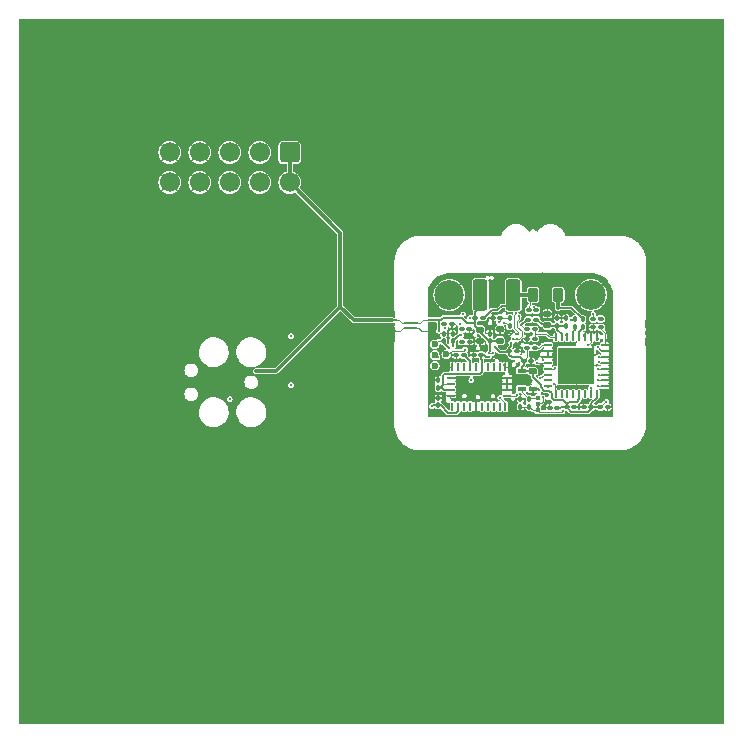
<source format=gbr>
%TF.GenerationSoftware,KiCad,Pcbnew,7.0.6*%
%TF.CreationDate,2023-09-10T10:14:11-04:00*%
%TF.ProjectId,headstage-neuropix1e,68656164-7374-4616-9765-2d6e6575726f,B*%
%TF.SameCoordinates,Original*%
%TF.FileFunction,Copper,L4,Bot*%
%TF.FilePolarity,Positive*%
%FSLAX46Y46*%
G04 Gerber Fmt 4.6, Leading zero omitted, Abs format (unit mm)*
G04 Created by KiCad (PCBNEW 7.0.6) date 2023-09-10 10:14:11*
%MOMM*%
%LPD*%
G01*
G04 APERTURE LIST*
G04 Aperture macros list*
%AMRoundRect*
0 Rectangle with rounded corners*
0 $1 Rounding radius*
0 $2 $3 $4 $5 $6 $7 $8 $9 X,Y pos of 4 corners*
0 Add a 4 corners polygon primitive as box body*
4,1,4,$2,$3,$4,$5,$6,$7,$8,$9,$2,$3,0*
0 Add four circle primitives for the rounded corners*
1,1,$1+$1,$2,$3*
1,1,$1+$1,$4,$5*
1,1,$1+$1,$6,$7*
1,1,$1+$1,$8,$9*
0 Add four rect primitives between the rounded corners*
20,1,$1+$1,$2,$3,$4,$5,0*
20,1,$1+$1,$4,$5,$6,$7,0*
20,1,$1+$1,$6,$7,$8,$9,0*
20,1,$1+$1,$8,$9,$2,$3,0*%
%AMFreePoly0*
4,1,6,0.350000,-0.250000,-0.225000,-0.250000,-0.350000,-0.125000,-0.350000,0.250000,0.350000,0.250000,0.350000,-0.250000,0.350000,-0.250000,$1*%
%AMFreePoly1*
4,1,13,-0.200000,0.080000,-0.190866,0.125922,-0.164853,0.164853,-0.125922,0.190866,-0.080000,0.200000,0.200000,0.200000,0.200000,-0.200000,-0.080000,-0.200000,-0.125922,-0.190866,-0.164853,-0.164853,-0.190866,-0.125922,-0.200000,-0.080000,-0.200000,0.080000,-0.200000,0.080000,$1*%
%AMFreePoly2*
4,1,13,-0.200000,0.200000,0.080000,0.200000,0.125922,0.190866,0.164853,0.164853,0.190866,0.125922,0.200000,0.080000,0.200000,-0.080000,0.190866,-0.125922,0.164853,-0.164853,0.125922,-0.190866,0.080000,-0.200000,-0.200000,-0.200000,-0.200000,0.200000,-0.200000,0.200000,$1*%
G04 Aperture macros list end*
%TA.AperFunction,ComponentPad*%
%ADD10C,2.500000*%
%TD*%
%TA.AperFunction,ComponentPad*%
%ADD11RoundRect,0.250000X-0.600000X0.600000X-0.600000X-0.600000X0.600000X-0.600000X0.600000X0.600000X0*%
%TD*%
%TA.AperFunction,ComponentPad*%
%ADD12C,1.700000*%
%TD*%
%TA.AperFunction,SMDPad,CuDef*%
%ADD13RoundRect,0.218750X0.218750X0.381250X-0.218750X0.381250X-0.218750X-0.381250X0.218750X-0.381250X0*%
%TD*%
%TA.AperFunction,SMDPad,CuDef*%
%ADD14RoundRect,0.100000X0.130000X0.100000X-0.130000X0.100000X-0.130000X-0.100000X0.130000X-0.100000X0*%
%TD*%
%TA.AperFunction,SMDPad,CuDef*%
%ADD15C,0.600000*%
%TD*%
%TA.AperFunction,SMDPad,CuDef*%
%ADD16RoundRect,0.100000X-0.130000X-0.100000X0.130000X-0.100000X0.130000X0.100000X-0.130000X0.100000X0*%
%TD*%
%TA.AperFunction,SMDPad,CuDef*%
%ADD17C,0.200000*%
%TD*%
%TA.AperFunction,SMDPad,CuDef*%
%ADD18C,0.216000*%
%TD*%
%TA.AperFunction,SMDPad,CuDef*%
%ADD19R,0.254000X0.675000*%
%TD*%
%TA.AperFunction,SMDPad,CuDef*%
%ADD20R,0.675000X0.254000*%
%TD*%
%TA.AperFunction,SMDPad,CuDef*%
%ADD21RoundRect,0.100000X0.100000X-0.130000X0.100000X0.130000X-0.100000X0.130000X-0.100000X-0.130000X0*%
%TD*%
%TA.AperFunction,SMDPad,CuDef*%
%ADD22RoundRect,0.140000X-0.170000X0.140000X-0.170000X-0.140000X0.170000X-0.140000X0.170000X0.140000X0*%
%TD*%
%TA.AperFunction,SMDPad,CuDef*%
%ADD23RoundRect,0.140000X0.170000X-0.140000X0.170000X0.140000X-0.170000X0.140000X-0.170000X-0.140000X0*%
%TD*%
%TA.AperFunction,SMDPad,CuDef*%
%ADD24FreePoly0,180.000000*%
%TD*%
%TA.AperFunction,SMDPad,CuDef*%
%ADD25R,0.700000X0.400000*%
%TD*%
%TA.AperFunction,SMDPad,CuDef*%
%ADD26FreePoly1,90.000000*%
%TD*%
%TA.AperFunction,SMDPad,CuDef*%
%ADD27R,0.400000X0.400000*%
%TD*%
%TA.AperFunction,SMDPad,CuDef*%
%ADD28FreePoly2,90.000000*%
%TD*%
%TA.AperFunction,SMDPad,CuDef*%
%ADD29RoundRect,0.100000X-0.100000X0.130000X-0.100000X-0.130000X0.100000X-0.130000X0.100000X0.130000X0*%
%TD*%
%TA.AperFunction,SMDPad,CuDef*%
%ADD30RoundRect,0.036000X-0.264000X0.084000X-0.264000X-0.084000X0.264000X-0.084000X0.264000X0.084000X0*%
%TD*%
%TA.AperFunction,SMDPad,CuDef*%
%ADD31RoundRect,0.036000X0.084000X0.264000X-0.084000X0.264000X-0.084000X-0.264000X0.084000X-0.264000X0*%
%TD*%
%TA.AperFunction,SMDPad,CuDef*%
%ADD32RoundRect,0.036000X-0.084000X-0.264000X0.084000X-0.264000X0.084000X0.264000X-0.084000X0.264000X0*%
%TD*%
%TA.AperFunction,SMDPad,CuDef*%
%ADD33RoundRect,0.062000X-1.488000X-1.488000X1.488000X-1.488000X1.488000X1.488000X-1.488000X1.488000X0*%
%TD*%
%TA.AperFunction,SMDPad,CuDef*%
%ADD34RoundRect,0.250000X-0.375000X-1.075000X0.375000X-1.075000X0.375000X1.075000X-0.375000X1.075000X0*%
%TD*%
%TA.AperFunction,ViaPad*%
%ADD35C,0.300000*%
%TD*%
%TA.AperFunction,ViaPad*%
%ADD36C,0.250000*%
%TD*%
%TA.AperFunction,Conductor*%
%ADD37C,0.100000*%
%TD*%
%TA.AperFunction,Conductor*%
%ADD38C,0.200000*%
%TD*%
%TA.AperFunction,Conductor*%
%ADD39C,0.150000*%
%TD*%
%TA.AperFunction,Conductor*%
%ADD40C,0.300000*%
%TD*%
%TA.AperFunction,Conductor*%
%ADD41C,0.172000*%
%TD*%
G04 APERTURE END LIST*
%TA.AperFunction,EtchedComponent*%
%TO.C,JP1*%
G36*
X144170000Y-98120000D02*
G01*
X144010000Y-98120000D01*
X144010000Y-97920000D01*
X144170000Y-97920000D01*
X144170000Y-98120000D01*
G37*
%TD.AperFunction*%
%TD*%
D10*
%TO.P,TP1,1,1*%
%TO.N,GND*%
X136600000Y-88500000D03*
%TD*%
D11*
%TO.P,J3,1,Pin_1*%
%TO.N,+4V*%
X123080000Y-76447500D03*
D12*
%TO.P,J3,2,Pin_2*%
X123080000Y-78987500D03*
%TO.P,J3,3,Pin_3*%
%TO.N,/Neuropixels 1.0/SCL*%
X120540000Y-76447500D03*
%TO.P,J3,4,Pin_4*%
X120540000Y-78987500D03*
%TO.P,J3,5,Pin_5*%
%TO.N,/Neuropixels 1.0/SDA*%
X118000000Y-76447500D03*
%TO.P,J3,6,Pin_6*%
X118000000Y-78987500D03*
%TO.P,J3,7,Pin_7*%
%TO.N,GND*%
X115460000Y-76447500D03*
%TO.P,J3,8,Pin_8*%
X115460000Y-78987500D03*
%TO.P,J3,9,Pin_9*%
X112920000Y-76447500D03*
%TO.P,J3,10,Pin_10*%
X112920000Y-78987500D03*
%TD*%
D10*
%TO.P,TP2,1,1*%
%TO.N,GND*%
X148600000Y-88500000D03*
%TD*%
D13*
%TO.P,L2,1,1*%
%TO.N,/DC Tap & Regulation/RF+DC*%
X145812500Y-88500000D03*
%TO.P,L2,2,2*%
%TO.N,Net-(L1-Pad2)*%
X143687500Y-88500000D03*
%TD*%
D14*
%TO.P,C15,1*%
%TO.N,+1V8*%
X145740000Y-98050000D03*
%TO.P,C15,2*%
%TO.N,GND*%
X145100000Y-98050000D03*
%TD*%
D15*
%TO.P,TP5,1,1*%
%TO.N,+1.8VA*%
X135360000Y-92680000D03*
%TD*%
D16*
%TO.P,R9,1*%
%TO.N,+1V8*%
X143180000Y-93000000D03*
%TO.P,R9,2*%
%TO.N,Net-(U5-MODE)*%
X143820000Y-93000000D03*
%TD*%
D17*
%TO.P,U1,A1,VIN*%
%TO.N,+4V*%
X139935000Y-93415000D03*
%TO.P,U1,A2,VOUT*%
%TO.N,+2V5*%
X139935000Y-93765000D03*
%TO.P,U1,B1,EN*%
%TO.N,+4V*%
X140285000Y-93415000D03*
%TO.P,U1,B2,GND*%
%TO.N,GND*%
X140285000Y-93765000D03*
%TD*%
D16*
%TO.P,R6,1*%
%TO.N,Net-(D1-K)*%
X148780000Y-90550000D03*
%TO.P,R6,2*%
%TO.N,Net-(U5-GPIO3{slash}CLKIN)*%
X149420000Y-90550000D03*
%TD*%
D18*
%TO.P,U8,A1,VCC*%
%TO.N,+1V8*%
X141800000Y-92546500D03*
%TO.P,U8,A3,VSS*%
%TO.N,GND*%
X142200000Y-92546500D03*
%TO.P,U8,B2,SDA*%
%TO.N,/Neuropixels 1.0/SDA*%
X142000000Y-92200000D03*
%TO.P,U8,C1,~{WC}*%
%TO.N,GND*%
X141800000Y-91853500D03*
%TO.P,U8,C3,SCL*%
%TO.N,/Neuropixels 1.0/SCL*%
X142200000Y-91853500D03*
%TD*%
D16*
%TO.P,C4,1*%
%TO.N,+1V2*%
X137640000Y-91410000D03*
%TO.P,C4,2*%
%TO.N,GND*%
X138280000Y-91410000D03*
%TD*%
D14*
%TO.P,C32,1*%
%TO.N,GND*%
X142320000Y-93300000D03*
%TO.P,C32,2*%
%TO.N,+1V8*%
X141680000Y-93300000D03*
%TD*%
D19*
%TO.P,U9,1,PIN1*%
%TO.N,unconnected-(U9-PIN1-Pad1)*%
X136850000Y-97962500D03*
D20*
%TO.P,U9,2,GND*%
%TO.N,GND*%
X136712500Y-97050000D03*
%TO.P,U9,3,VDD*%
%TO.N,+2V5*%
X136712500Y-96550000D03*
%TO.P,U9,4,~{BOOT_LOAD_PIN}*%
X136712500Y-96050000D03*
%TO.P,U9,5,PS1*%
%TO.N,GND*%
X136712500Y-95550000D03*
D19*
%TO.P,U9,6,PS0*%
X136850000Y-94637500D03*
%TO.P,U9,7,PIN7*%
%TO.N,unconnected-(U9-PIN7-Pad7)*%
X137350000Y-94637500D03*
%TO.P,U9,8,PIN8*%
%TO.N,unconnected-(U9-PIN8-Pad8)*%
X137850000Y-94637500D03*
%TO.P,U9,9,CAP*%
%TO.N,Net-(U9-CAP)*%
X138350000Y-94637500D03*
%TO.P,U9,10,BL_IND*%
%TO.N,unconnected-(U9-BL_IND-Pad10)*%
X138850000Y-94637500D03*
%TO.P,U9,11,~{RESET}*%
%TO.N,+2V5*%
X139350000Y-94637500D03*
%TO.P,U9,12,PIN12*%
%TO.N,unconnected-(U9-PIN12-Pad12)*%
X139850000Y-94637500D03*
%TO.P,U9,13,PIN13*%
%TO.N,unconnected-(U9-PIN13-Pad13)*%
X140350000Y-94637500D03*
%TO.P,U9,14,INT*%
%TO.N,unconnected-(U9-INT-Pad14)*%
X140850000Y-94637500D03*
%TO.P,U9,15,GNDIO*%
%TO.N,GND*%
X141350000Y-94637500D03*
D20*
%TO.P,U9,16,GNDIO*%
X141487500Y-95550000D03*
%TO.P,U9,17,COM3*%
X141487500Y-96050000D03*
%TO.P,U9,18,COM2*%
X141487500Y-96550000D03*
%TO.P,U9,19,COM1*%
%TO.N,/Neuropixels 1.0/SCL*%
X141487500Y-97050000D03*
D19*
%TO.P,U9,20,COM0*%
%TO.N,/Neuropixels 1.0/SDA*%
X141350000Y-97962500D03*
%TO.P,U9,21,PIN21*%
%TO.N,unconnected-(U9-PIN21-Pad21)*%
X140850000Y-97962500D03*
%TO.P,U9,22,PIN22*%
%TO.N,unconnected-(U9-PIN22-Pad22)*%
X140350000Y-97962500D03*
%TO.P,U9,23,PIN23*%
%TO.N,unconnected-(U9-PIN23-Pad23)*%
X139850000Y-97962500D03*
%TO.P,U9,24,PIN24*%
%TO.N,unconnected-(U9-PIN24-Pad24)*%
X139350000Y-97962500D03*
%TO.P,U9,25,GNDIO*%
%TO.N,GND*%
X138850000Y-97962500D03*
%TO.P,U9,26,XOUT32*%
%TO.N,unconnected-(U9-XOUT32-Pad26)*%
X138350000Y-97962500D03*
%TO.P,U9,27,XIN32*%
%TO.N,unconnected-(U9-XIN32-Pad27)*%
X137850000Y-97962500D03*
%TO.P,U9,28,VDDIO*%
%TO.N,+1V8*%
X137350000Y-97962500D03*
%TD*%
D21*
%TO.P,R16,1*%
%TO.N,Net-(R12-Pad1)*%
X141700000Y-91120000D03*
%TO.P,R16,2*%
%TO.N,Net-(U6--)*%
X141700000Y-90480000D03*
%TD*%
D16*
%TO.P,R8,1*%
%TO.N,+1V8*%
X143180000Y-91400000D03*
%TO.P,R8,2*%
%TO.N,Net-(U5-PDB)*%
X143820000Y-91400000D03*
%TD*%
D22*
%TO.P,C6,1*%
%TO.N,+4V*%
X139190000Y-91450000D03*
%TO.P,C6,2*%
%TO.N,GND*%
X139190000Y-92410000D03*
%TD*%
D15*
%TO.P,TP6,1,1*%
%TO.N,+1.2VA*%
X136320000Y-93550000D03*
%TD*%
D16*
%TO.P,C35,1*%
%TO.N,GND*%
X137180000Y-93600000D03*
%TO.P,C35,2*%
%TO.N,Net-(U9-CAP)*%
X137820000Y-93600000D03*
%TD*%
D15*
%TO.P,TP3,1,1*%
%TO.N,+1V8*%
X135370000Y-94500000D03*
%TD*%
D23*
%TO.P,C18,1*%
%TO.N,Net-(U5-VDDPLL)*%
X144900000Y-91080000D03*
%TO.P,C18,2*%
%TO.N,GND*%
X144900000Y-90120000D03*
%TD*%
D16*
%TO.P,R3,1*%
%TO.N,+4V*%
X138780000Y-90450000D03*
%TO.P,R3,2*%
%TO.N,Net-(L1-Pad2)*%
X139420000Y-90450000D03*
%TD*%
D21*
%TO.P,C17,1*%
%TO.N,Net-(U5-VDDPLL)*%
X146450000Y-91120000D03*
%TO.P,C17,2*%
%TO.N,GND*%
X146450000Y-90480000D03*
%TD*%
D24*
%TO.P,U7,1,EN*%
%TO.N,+1V8*%
X143675000Y-94975000D03*
D25*
%TO.P,U7,2,GND*%
%TO.N,GND*%
X143675000Y-96475000D03*
%TO.P,U7,3,OUT*%
%TO.N,/Neuropixels 1.0/MCLK_{RAW}*%
X142725000Y-96475000D03*
%TO.P,U7,4,VCC*%
%TO.N,+1V8*%
X142725000Y-94925000D03*
%TD*%
D26*
%TO.P,JP1,1,A*%
%TO.N,/Neuropixels 1.0/MCLK*%
X144090000Y-98290000D03*
D27*
%TO.P,JP1,2,C*%
%TO.N,/Neuropixels 1.0/PCLK*%
X144090000Y-97750000D03*
D28*
%TO.P,JP1,3,B*%
%TO.N,/Neuropixels 1.0/MCLK_{RAW}*%
X144090000Y-97210000D03*
%TD*%
D14*
%TO.P,L3,1,1*%
%TO.N,Net-(U5-VDDPLL)*%
X143920000Y-90600000D03*
%TO.P,L3,2,2*%
%TO.N,+1V8*%
X143280000Y-90600000D03*
%TD*%
D21*
%TO.P,C9,1*%
%TO.N,+1.8VA*%
X136120000Y-92420000D03*
%TO.P,C9,2*%
%TO.N,GND*%
X136120000Y-91780000D03*
%TD*%
D16*
%TO.P,C13,1*%
%TO.N,+1V8*%
X149360000Y-98000000D03*
%TO.P,C13,2*%
%TO.N,GND*%
X150000000Y-98000000D03*
%TD*%
%TO.P,C5,1*%
%TO.N,+1V8*%
X137680000Y-92490000D03*
%TO.P,C5,2*%
%TO.N,GND*%
X138320000Y-92490000D03*
%TD*%
D29*
%TO.P,R17,1*%
%TO.N,/Neuropixels 1.0/MCLK_{RAW}*%
X143350000Y-97330000D03*
%TO.P,R17,2*%
%TO.N,/Neuropixels 1.0/MCLK*%
X143350000Y-97970000D03*
%TD*%
D14*
%TO.P,C27,1*%
%TO.N,Net-(U5-PDB)*%
X143820000Y-92200000D03*
%TO.P,C27,2*%
%TO.N,GND*%
X143180000Y-92200000D03*
%TD*%
D21*
%TO.P,C2,1*%
%TO.N,+4V*%
X140030000Y-92430000D03*
%TO.P,C2,2*%
%TO.N,GND*%
X140030000Y-91790000D03*
%TD*%
D29*
%TO.P,C34,1*%
%TO.N,GND*%
X135650000Y-97230000D03*
%TO.P,C34,2*%
%TO.N,+1V8*%
X135650000Y-97870000D03*
%TD*%
D21*
%TO.P,C31,1*%
%TO.N,/Neuropixels 1.0/MCLK*%
X142620000Y-97960000D03*
%TO.P,C31,2*%
%TO.N,GND*%
X142620000Y-97320000D03*
%TD*%
%TO.P,C25,1*%
%TO.N,Net-(U5-DOUTP)*%
X147900000Y-91220000D03*
%TO.P,C25,2*%
%TO.N,/DC Tap & Regulation/RF+DC*%
X147900000Y-90580000D03*
%TD*%
D14*
%TO.P,C12,1*%
%TO.N,+1V8*%
X148600000Y-98000000D03*
%TO.P,C12,2*%
%TO.N,GND*%
X147960000Y-98000000D03*
%TD*%
%TO.P,C1,1*%
%TO.N,+2V5*%
X139300000Y-93590000D03*
%TO.P,C1,2*%
%TO.N,GND*%
X138660000Y-93590000D03*
%TD*%
D16*
%TO.P,C29,1*%
%TO.N,GND*%
X140280000Y-90450000D03*
%TO.P,C29,2*%
%TO.N,Net-(U6--)*%
X140920000Y-90450000D03*
%TD*%
D15*
%TO.P,TP4,1,1*%
%TO.N,+1V2*%
X135370000Y-93600000D03*
%TD*%
D16*
%TO.P,R4,1*%
%TO.N,Net-(L1-Pad2)*%
X143330000Y-89800000D03*
%TO.P,R4,2*%
%TO.N,/DC Tap & Regulation/RF+DC*%
X143970000Y-89800000D03*
%TD*%
%TO.P,C14,1*%
%TO.N,+1V8*%
X146530000Y-98000000D03*
%TO.P,C14,2*%
%TO.N,GND*%
X147170000Y-98000000D03*
%TD*%
D21*
%TO.P,C11,1*%
%TO.N,+4V*%
X136870000Y-92420000D03*
%TO.P,C11,2*%
%TO.N,GND*%
X136870000Y-91780000D03*
%TD*%
D23*
%TO.P,C3,1*%
%TO.N,+4V*%
X140870000Y-92390000D03*
%TO.P,C3,2*%
%TO.N,GND*%
X140870000Y-91430000D03*
%TD*%
D29*
%TO.P,C33,1*%
%TO.N,GND*%
X135650000Y-95730000D03*
%TO.P,C33,2*%
%TO.N,+2V5*%
X135650000Y-96370000D03*
%TD*%
D21*
%TO.P,C16,1*%
%TO.N,Net-(U5-VDDPLL)*%
X145750000Y-91120000D03*
%TO.P,C16,2*%
%TO.N,GND*%
X145750000Y-90480000D03*
%TD*%
D30*
%TO.P,U5,1,HSYNC*%
%TO.N,/Neuropixels 1.0/DCLK*%
X144950000Y-96250000D03*
%TO.P,U5,2,VSYNC*%
%TO.N,unconnected-(U5-VSYNC-Pad2)*%
X144950000Y-95750000D03*
%TO.P,U5,3,PCLK*%
%TO.N,/Neuropixels 1.0/PCLK*%
X144950000Y-95250000D03*
%TO.P,U5,4,SCL*%
%TO.N,/Neuropixels 1.0/SCL*%
X144950000Y-94750000D03*
%TO.P,U5,5,SDA*%
%TO.N,/Neuropixels 1.0/SDA*%
X144950000Y-94250000D03*
%TO.P,U5,6,ID[X]*%
%TO.N,GND*%
X144950000Y-93750000D03*
%TO.P,U5,7,RES*%
X144950000Y-93250000D03*
%TO.P,U5,8,MODE*%
%TO.N,Net-(U5-MODE)*%
X144950000Y-92750000D03*
D31*
%TO.P,U5,9,PDB*%
%TO.N,Net-(U5-PDB)*%
X145600000Y-92100000D03*
%TO.P,U5,10,VDDPLL*%
%TO.N,Net-(U5-VDDPLL)*%
X146100000Y-92100000D03*
%TO.P,U5,11,VDDT*%
%TO.N,+1V8*%
X146600000Y-92100000D03*
%TO.P,U5,12,DOUTN*%
%TO.N,Net-(U5-DOUTN)*%
X147100000Y-92100000D03*
%TO.P,U5,13,DOUTP*%
%TO.N,Net-(U5-DOUTP)*%
X147600000Y-92100000D03*
%TO.P,U5,14,VDDCML*%
%TO.N,Net-(U5-VDDCML)*%
X148100000Y-92100000D03*
D32*
%TO.P,U5,15,GPIO0*%
%TO.N,/Neuropixels 1.0/NP_{~{MUXRST}}*%
X148600000Y-92100000D03*
D31*
%TO.P,U5,16,GPIO1*%
%TO.N,/Perpherials/GPIO0*%
X149100000Y-92100000D03*
D30*
%TO.P,U5,17,GPIO2/CLK0*%
%TO.N,/Perpherials/GPIO1*%
X149750000Y-92750000D03*
%TO.P,U5,18,GPIO3/CLKIN*%
%TO.N,Net-(U5-GPIO3{slash}CLKIN)*%
X149750000Y-93250000D03*
%TO.P,U5,19,DIN_0*%
%TO.N,/Neuropixels 1.0/D1*%
X149750000Y-93750000D03*
%TO.P,U5,20,DIN_1*%
%TO.N,/Neuropixels 1.0/D2*%
X149750000Y-94250000D03*
%TO.P,U5,21,DIN_2*%
%TO.N,/Neuropixels 1.0/D5*%
X149750000Y-94750000D03*
%TO.P,U5,22,DIN_3*%
%TO.N,/Neuropixels 1.0/D6*%
X149750000Y-95250001D03*
%TO.P,U5,23,DIN_4*%
%TO.N,/Neuropixels 1.0/D4*%
X149750000Y-95750000D03*
%TO.P,U5,24,DIN_5*%
%TO.N,/Neuropixels 1.0/D3*%
X149750000Y-96250000D03*
D31*
%TO.P,U5,25,VDDIO*%
%TO.N,+1V8*%
X149100000Y-96900000D03*
%TO.P,U5,26,DIN_6*%
%TO.N,/Neuropixels 1.0/D0*%
X148600000Y-96900000D03*
%TO.P,U5,27,DIN_7*%
%TO.N,unconnected-(U5-DIN_7-Pad27)*%
X148100000Y-96900000D03*
%TO.P,U5,28,VDDD*%
%TO.N,+1V8*%
X147600000Y-96900000D03*
%TO.P,U5,29,DIN_8*%
%TO.N,unconnected-(U5-DIN_8-Pad29)*%
X147100000Y-96900000D03*
%TO.P,U5,30,DIN_9*%
%TO.N,unconnected-(U5-DIN_9-Pad30)*%
X146600000Y-96900000D03*
%TO.P,U5,31,DIN_10*%
%TO.N,unconnected-(U5-DIN_10-Pad31)*%
X146100000Y-96900000D03*
%TO.P,U5,32,DIN_11*%
%TO.N,/Neuropixels 1.0/SYNC*%
X145600000Y-96900000D03*
D33*
%TO.P,U5,33,GND(DAP)*%
%TO.N,GND*%
X147350000Y-94500000D03*
%TD*%
D16*
%TO.P,C8,1*%
%TO.N,+1.2VA*%
X136180000Y-91000000D03*
%TO.P,C8,2*%
%TO.N,GND*%
X136820000Y-91000000D03*
%TD*%
D34*
%TO.P,L1,1,1*%
%TO.N,+4V*%
X139200000Y-88500000D03*
%TO.P,L1,2,2*%
%TO.N,Net-(L1-Pad2)*%
X142000000Y-88500000D03*
%TD*%
D14*
%TO.P,R7,1*%
%TO.N,/Perpherials/GPIO1*%
X149420000Y-91250000D03*
%TO.P,R7,2*%
%TO.N,GND*%
X148780000Y-91250000D03*
%TD*%
D16*
%TO.P,C30,1*%
%TO.N,+1V8*%
X142880000Y-94100000D03*
%TO.P,C30,2*%
%TO.N,GND*%
X143520000Y-94100000D03*
%TD*%
D21*
%TO.P,C26,1*%
%TO.N,Net-(U5-DOUTN)*%
X147200000Y-91220000D03*
%TO.P,C26,2*%
%TO.N,/Serializer/Dout-*%
X147200000Y-90580000D03*
%TD*%
D35*
%TO.N,GND*%
X146990000Y-95640000D03*
X104670000Y-77610000D03*
X152750000Y-106940000D03*
D36*
X146890000Y-88250000D03*
D35*
X144416061Y-81338202D03*
X130400000Y-83630000D03*
D36*
X150070000Y-89260000D03*
X134975500Y-91950000D03*
D35*
X135160000Y-95280000D03*
D36*
X147512132Y-94349665D03*
D35*
X156300000Y-121900000D03*
D36*
X141834896Y-94124533D03*
D35*
X140493550Y-95522998D03*
X144590000Y-98100500D03*
X140490000Y-96050000D03*
X129640000Y-110300000D03*
X135910000Y-93110000D03*
X144800000Y-92380500D03*
X136859092Y-95550000D03*
D36*
X148340000Y-95010000D03*
D35*
X135390000Y-98510000D03*
X106460000Y-93330000D03*
X137380000Y-106710000D03*
D36*
X144880000Y-90270000D03*
D35*
X144700000Y-87450000D03*
X135640000Y-73600000D03*
X135200000Y-97200000D03*
D36*
X146950000Y-89250000D03*
X147020000Y-96330000D03*
D35*
X138330000Y-96590000D03*
D36*
X140040000Y-91890000D03*
D35*
X141050000Y-87000000D03*
X146500000Y-93600000D03*
D36*
X142400000Y-95600000D03*
X148900000Y-93590000D03*
D35*
X150520000Y-80190000D03*
D36*
X145950000Y-94700000D03*
X146450000Y-89150000D03*
D35*
X138000000Y-89850000D03*
D36*
X139614453Y-93024500D03*
D35*
X150000000Y-96750000D03*
D36*
X138080000Y-87680000D03*
D35*
X155510000Y-95710000D03*
X138440000Y-97170000D03*
X106760000Y-112810000D03*
X149850000Y-98400000D03*
D36*
X147710000Y-96340000D03*
D35*
X145340000Y-93660000D03*
X147700000Y-93450000D03*
X147580000Y-95640000D03*
D36*
X142900000Y-95450000D03*
X136830000Y-91840000D03*
X141568020Y-92308292D03*
X142630000Y-97340000D03*
D35*
X136160092Y-94530000D03*
X126680000Y-71747500D03*
X135200000Y-89780000D03*
X156700000Y-69100000D03*
X155800000Y-87500000D03*
D36*
X148800000Y-92950500D03*
X146800000Y-90050000D03*
D35*
X140310000Y-96450000D03*
X143000000Y-87400000D03*
X146120000Y-95699500D03*
D36*
X142444101Y-92894101D03*
X145950000Y-90100000D03*
X145320000Y-89380000D03*
X145780000Y-96290000D03*
D35*
X135890000Y-90120000D03*
D36*
X148100000Y-90000000D03*
D35*
X138990000Y-96490000D03*
X107600000Y-104500000D03*
X148150000Y-97670000D03*
X146940000Y-87070000D03*
X103100000Y-122100000D03*
X145266637Y-78141210D03*
X149700000Y-89900000D03*
X144310000Y-91350000D03*
X143524500Y-93600000D03*
D36*
X146400000Y-90050000D03*
D35*
X137220000Y-97050000D03*
D36*
X138780000Y-94020000D03*
D35*
X136910000Y-80250000D03*
D36*
X138040500Y-91920000D03*
X141070000Y-93025498D03*
X143300899Y-91989101D03*
D35*
X145570000Y-87160000D03*
D36*
X144280000Y-90250000D03*
D35*
X105450000Y-70470000D03*
D36*
X144840000Y-96930000D03*
D35*
X137480000Y-96470000D03*
X143800000Y-86950000D03*
D36*
X143590000Y-96500000D03*
D35*
X117520000Y-69930000D03*
D36*
X141210000Y-94430000D03*
D35*
X145200000Y-72300000D03*
X154200000Y-101500000D03*
X135190000Y-96310000D03*
D36*
X141100000Y-91600000D03*
D35*
X103900000Y-84800000D03*
D36*
X147400000Y-89550000D03*
D35*
X128400000Y-101000000D03*
X143230000Y-96010000D03*
D36*
X136850000Y-94637500D03*
D35*
X139070000Y-86840000D03*
X139030000Y-95680000D03*
X114560000Y-86760000D03*
X137490000Y-94010000D03*
X137440000Y-86960000D03*
D36*
%TO.N,+1V8*%
X146444500Y-91880000D03*
D35*
X135150000Y-97900000D03*
X140474059Y-92959710D03*
D36*
X149899500Y-97550000D03*
D35*
X137471779Y-90951779D03*
X137590000Y-92420000D03*
X142662961Y-91089404D03*
D36*
X135505500Y-94637298D03*
D35*
%TO.N,+1.2VA*%
X137935000Y-93135000D03*
X136247871Y-91301612D03*
D36*
%TO.N,Net-(D1-K)*%
X148780000Y-90120000D03*
%TO.N,+1V2*%
X135617490Y-93803077D03*
D35*
X138460000Y-95710000D03*
X137590000Y-91420000D03*
D36*
%TO.N,+4V*%
X139475700Y-87735000D03*
X135711619Y-91548996D03*
D35*
X120200000Y-94945000D03*
D36*
X139475700Y-89265000D03*
D35*
X137590000Y-91920000D03*
X136930627Y-92829287D03*
X138730517Y-91170645D03*
D36*
%TO.N,/Neuropixels 1.0/MCLK*%
X146185753Y-98347372D03*
%TO.N,/DC Tap & Regulation/RF+DC*%
X143800000Y-89575000D03*
D35*
X145812500Y-89600000D03*
D36*
%TO.N,/Neuropixels 1.0/NP_{~{MUXRST}}*%
X148378692Y-92725500D03*
%TO.N,/Neuropixels 1.0/SDA*%
X138314130Y-90444500D03*
X142476943Y-90310000D03*
X142350000Y-92243279D03*
X144050000Y-94250000D03*
D35*
X123200000Y-92000000D03*
D36*
X140850000Y-97200000D03*
D35*
X123210000Y-96120000D03*
%TO.N,/Neuropixels 1.0/SCL*%
X118000000Y-97340000D03*
D36*
X145550000Y-94700000D03*
X142218903Y-90074274D03*
X142296501Y-96954737D03*
X137757636Y-90135500D03*
X142450000Y-91850000D03*
%TO.N,/Neuropixels 1.0/SYNC*%
X145490000Y-96044500D03*
%TO.N,/Neuropixels 1.0/D6*%
X149230000Y-95300000D03*
%TO.N,/Neuropixels 1.0/D5*%
X149200000Y-94750000D03*
%TO.N,/Neuropixels 1.0/D4*%
X149200000Y-95750000D03*
%TO.N,/Neuropixels 1.0/D3*%
X149200000Y-96250000D03*
%TO.N,/Neuropixels 1.0/D2*%
X149265000Y-94185000D03*
%TO.N,/Neuropixels 1.0/D1*%
X149249502Y-93750000D03*
%TO.N,/Neuropixels 1.0/D0*%
X148550000Y-96400000D03*
%TO.N,/Neuropixels 1.0/PCLK*%
X144300000Y-95550000D03*
X144514500Y-97175498D03*
%TO.N,/Perpherials/GPIO0*%
X149150000Y-92250000D03*
%TO.N,/Perpherials/GPIO1*%
X149288276Y-91232529D03*
%TO.N,Net-(R12-Pad1)*%
X141250000Y-90850000D03*
%TO.N,Net-(U6--)*%
X140800000Y-90825500D03*
%TO.N,Net-(U5-GPIO3{slash}CLKIN)*%
X149151002Y-92950500D03*
X149290000Y-90430000D03*
D35*
%TO.N,+1.8VA*%
X135950000Y-92390000D03*
X136579094Y-93019094D03*
D36*
%TO.N,/Serializer/Dout-*%
X146874500Y-90600000D03*
%TO.N,/Neuropixels 1.0/DCLK*%
X144970177Y-96278055D03*
%TO.N,Net-(U5-VDDCML)*%
X148010000Y-91900000D03*
%TD*%
D37*
%TO.N,GND*%
X137160000Y-91780000D02*
X136870000Y-91780000D01*
X137207868Y-91627868D02*
X137260000Y-91680000D01*
X137260000Y-91680000D02*
X137160000Y-91780000D01*
X137207868Y-91112133D02*
X137207868Y-91627868D01*
X137207868Y-91112133D02*
X137192867Y-91097133D01*
X137095735Y-91000000D02*
X137207868Y-91112133D01*
X136820000Y-91000000D02*
X137095735Y-91000000D01*
D38*
X147170000Y-98000000D02*
X147960000Y-98000000D01*
D37*
X138350000Y-91480000D02*
X138670000Y-91480000D01*
X138280000Y-91410000D02*
X138350000Y-91480000D01*
D38*
X132110000Y-91556367D02*
X131643633Y-91556367D01*
D37*
X134120286Y-91439714D02*
X134030572Y-91350000D01*
X134120286Y-91439714D02*
X134280571Y-91600000D01*
X143753672Y-96504673D02*
X143723999Y-96475000D01*
X134420000Y-91600000D02*
X134920000Y-91600000D01*
X143230000Y-96010000D02*
X143675000Y-96455000D01*
X132446488Y-91556367D02*
X132110000Y-91556367D01*
X134280571Y-91600000D02*
X134420000Y-91600000D01*
X143723999Y-96475000D02*
X143675000Y-96475000D01*
X134920000Y-91600000D02*
X134930000Y-91610000D01*
X134030572Y-91350000D02*
X133840000Y-91350000D01*
X143675000Y-96455000D02*
X143675000Y-96475000D01*
X132652855Y-91350000D02*
X132446488Y-91556367D01*
X139190000Y-92410000D02*
X139190000Y-92600047D01*
X132780000Y-91350000D02*
X132652855Y-91350000D01*
D38*
X131643633Y-91556367D02*
X131500000Y-91700000D01*
D37*
X140280000Y-90450000D02*
X140280000Y-91220000D01*
D38*
X133840000Y-91350000D02*
X132780000Y-91350000D01*
%TO.N,+1V8*%
X142725000Y-94575000D02*
X142880000Y-94420000D01*
X143675000Y-95451993D02*
X144350000Y-96126993D01*
X137150000Y-98500000D02*
X137350000Y-98300000D01*
X142725000Y-94925000D02*
X143625000Y-94925000D01*
X146760000Y-97550000D02*
X146560000Y-97750000D01*
X146530000Y-98000000D02*
X146075735Y-98000000D01*
X149100000Y-96900000D02*
X149100000Y-97200000D01*
X145273765Y-96853765D02*
X145273765Y-97255519D01*
X149100000Y-97200000D02*
X148600000Y-97700000D01*
X144621301Y-96603055D02*
X145023055Y-96603055D01*
D37*
X149899500Y-97550000D02*
X149810000Y-97550000D01*
D38*
X146600000Y-92035500D02*
X146600000Y-92100000D01*
D37*
X143180000Y-93000000D02*
X143180000Y-93800000D01*
D38*
X146075735Y-98000000D02*
X145975735Y-98100000D01*
X143152365Y-90600000D02*
X142662961Y-91089404D01*
X148330000Y-98420000D02*
X148600000Y-98150000D01*
D39*
X141680000Y-93300000D02*
X141680000Y-92970000D01*
D38*
X148600000Y-97700000D02*
X148600000Y-98000000D01*
X143675000Y-94975000D02*
X143675000Y-95451993D01*
D37*
X143180000Y-93800000D02*
X142880000Y-94100000D01*
D38*
X145975735Y-98100000D02*
X145710000Y-98100000D01*
X140864847Y-93350498D02*
X140474059Y-92959710D01*
D37*
X143180000Y-91400000D02*
X142973557Y-91400000D01*
D38*
X142880000Y-94100000D02*
X142880000Y-94420000D01*
X142580000Y-93800000D02*
X141900000Y-93800000D01*
X147400000Y-97550000D02*
X146760000Y-97550000D01*
X146560000Y-97750000D02*
X146560000Y-98000000D01*
X137350000Y-98300000D02*
X137350000Y-97962500D01*
X143280000Y-90600000D02*
X143152365Y-90600000D01*
X136500000Y-98500000D02*
X137150000Y-98500000D01*
X148600000Y-98150000D02*
X148600000Y-98000000D01*
X146530000Y-98014264D02*
X146935736Y-98420000D01*
D39*
X141800000Y-92850000D02*
X141800000Y-92546500D01*
D38*
X135180000Y-97870000D02*
X135150000Y-97900000D01*
X148600000Y-98000000D02*
X149360000Y-98000000D01*
X141680000Y-93300000D02*
X141680000Y-93580000D01*
X147600000Y-97350000D02*
X147400000Y-97550000D01*
X141629502Y-93350498D02*
X140864847Y-93350498D01*
D37*
X142973557Y-91400000D02*
X142662961Y-91089404D01*
D38*
X141680000Y-93300000D02*
X141629502Y-93350498D01*
X142725000Y-94925000D02*
X142725000Y-94575000D01*
D39*
X141680000Y-92970000D02*
X141800000Y-92850000D01*
D38*
X135650000Y-97870000D02*
X135180000Y-97870000D01*
X146530000Y-98000000D02*
X146530000Y-98014264D01*
X146530000Y-98000000D02*
X146560000Y-98000000D01*
X146210000Y-97400000D02*
X146560000Y-97750000D01*
X144350000Y-96331754D02*
X144621301Y-96603055D01*
D37*
X149810000Y-97550000D02*
X149360000Y-98000000D01*
D38*
X146444500Y-91880000D02*
X146600000Y-92035500D01*
X141680000Y-93580000D02*
X141900000Y-93800000D01*
X136500000Y-98500000D02*
X135870000Y-97870000D01*
X143625000Y-94925000D02*
X143675000Y-94975000D01*
X142880000Y-94100000D02*
X142580000Y-93800000D01*
X135870000Y-97870000D02*
X135650000Y-97870000D01*
X147600000Y-96900000D02*
X147600000Y-97350000D01*
X145273765Y-97255519D02*
X145418246Y-97400000D01*
X144350000Y-96126993D02*
X144350000Y-96331754D01*
X145023055Y-96603055D02*
X145273765Y-96853765D01*
X146935736Y-98420000D02*
X148330000Y-98420000D01*
X145418246Y-97400000D02*
X146210000Y-97400000D01*
D37*
%TO.N,+1.2VA*%
X137850000Y-93220000D02*
X136803160Y-93220000D01*
X136473160Y-93550000D02*
X136320000Y-93550000D01*
X137935000Y-93135000D02*
X137850000Y-93220000D01*
X136803160Y-93220000D02*
X136473160Y-93550000D01*
%TO.N,Net-(D1-K)*%
X148780000Y-90120000D02*
X148780000Y-90450000D01*
%TO.N,+1V2*%
X135414413Y-93600000D02*
X135617490Y-93803077D01*
X135370000Y-93600000D02*
X135414413Y-93600000D01*
%TO.N,+4V*%
X132750000Y-90877215D02*
X132577215Y-90877215D01*
D38*
X133895236Y-90901979D02*
X132973546Y-90901979D01*
D37*
X134378834Y-90600000D02*
X134780000Y-90600000D01*
D38*
X138780000Y-91121162D02*
X138730517Y-91170645D01*
D40*
X127347500Y-83255000D02*
X127347500Y-89497500D01*
D38*
X139009872Y-91450000D02*
X138730517Y-91170645D01*
D40*
X128500000Y-90650000D02*
X127347500Y-89497500D01*
X123080000Y-76447500D02*
X123080000Y-78987500D01*
D37*
X132577215Y-90877215D02*
X132350000Y-90650000D01*
D40*
X131700000Y-90650000D02*
X128500000Y-90650000D01*
D38*
X139190000Y-91450000D02*
X139009872Y-91450000D01*
X132973546Y-90901979D02*
X132849049Y-90877215D01*
X139190000Y-91619167D02*
X140080000Y-92509167D01*
X136930627Y-92450627D02*
X136900000Y-92420000D01*
X140050000Y-92410000D02*
X140030000Y-92430000D01*
X132130000Y-90650000D02*
X131700000Y-90650000D01*
X140080000Y-93270000D02*
X139935000Y-93415000D01*
X140550000Y-92410000D02*
X140850000Y-92410000D01*
X140550000Y-92410000D02*
X140050000Y-92410000D01*
X138780000Y-89930000D02*
X138780000Y-90450000D01*
X137630000Y-90450000D02*
X136040000Y-90450000D01*
X140850000Y-92410000D02*
X140870000Y-92390000D01*
X137400000Y-91920000D02*
X136900000Y-92420000D01*
D39*
X139475700Y-87735000D02*
X138880000Y-88330700D01*
D38*
X138780000Y-90880000D02*
X138060000Y-90880000D01*
X137590000Y-91920000D02*
X137400000Y-91920000D01*
X136870000Y-92420000D02*
X136900000Y-92420000D01*
X140380000Y-92410000D02*
X140550000Y-92410000D01*
X139200000Y-89510000D02*
X138780000Y-89930000D01*
D37*
X140285000Y-93415000D02*
X139935000Y-93415000D01*
D38*
X138060000Y-90880000D02*
X137630000Y-90450000D01*
X139190000Y-91450000D02*
X139190000Y-91619167D01*
X133920000Y-90877215D02*
X133895236Y-90901979D01*
D37*
X134101619Y-90877215D02*
X134378834Y-90600000D01*
D38*
X140080000Y-92509167D02*
X140080000Y-93270000D01*
D40*
X120200000Y-94945000D02*
X121900000Y-94945000D01*
D38*
X138780000Y-90450000D02*
X138780000Y-90880000D01*
D37*
X132350000Y-90650000D02*
X132130000Y-90650000D01*
D40*
X121900000Y-94945000D02*
X127347500Y-89497500D01*
D38*
X135711619Y-91548996D02*
X135710000Y-91547377D01*
X139200000Y-88500000D02*
X139200000Y-89510000D01*
X132849049Y-90877215D02*
X132750000Y-90877215D01*
D40*
X123080000Y-78987500D02*
X127347500Y-83255000D01*
D38*
X135710000Y-90600000D02*
X134780000Y-90600000D01*
X135890000Y-90600000D02*
X135710000Y-90600000D01*
X136930627Y-92829287D02*
X136930627Y-92450627D01*
D37*
X133920000Y-90877215D02*
X134101619Y-90877215D01*
D38*
X135710000Y-91547377D02*
X135710000Y-90600000D01*
X136040000Y-90450000D02*
X135890000Y-90600000D01*
X138780000Y-90880000D02*
X138780000Y-91121162D01*
D39*
%TO.N,Net-(L1-Pad2)*%
X139520000Y-90450000D02*
X140170000Y-89800000D01*
X140170000Y-89800000D02*
X140650000Y-89800000D01*
X140650000Y-89800000D02*
X141015000Y-89435000D01*
D37*
X143330000Y-89470000D02*
X143450000Y-89350000D01*
D39*
X141650000Y-89450000D02*
X142000000Y-89100000D01*
X141015000Y-89435000D02*
X141635000Y-89435000D01*
D40*
X143687500Y-88500000D02*
X142000000Y-88500000D01*
D37*
X143450000Y-88737500D02*
X143687500Y-88500000D01*
D39*
X142000000Y-89100000D02*
X142000000Y-88500000D01*
D37*
X143330000Y-89800000D02*
X143330000Y-89470000D01*
X143450000Y-89350000D02*
X143450000Y-88737500D01*
D39*
X141635000Y-89435000D02*
X141650000Y-89450000D01*
D37*
%TO.N,/Neuropixels 1.0/MCLK*%
X144200000Y-98400000D02*
X144090000Y-98290000D01*
X143350000Y-97970000D02*
X143670000Y-98290000D01*
X146133125Y-98400000D02*
X144200000Y-98400000D01*
X146185753Y-98347372D02*
X146133125Y-98400000D01*
X143340000Y-97960000D02*
X143350000Y-97970000D01*
X142620000Y-97960000D02*
X143340000Y-97960000D01*
X143670000Y-98290000D02*
X144090000Y-98290000D01*
D41*
%TO.N,/DC Tap & Regulation/RF+DC*%
X147900000Y-90460000D02*
X147790000Y-90460000D01*
D37*
X143970000Y-89800000D02*
X143970000Y-89745000D01*
D41*
X146930000Y-89600000D02*
X145812500Y-89600000D01*
D40*
X145812500Y-89600000D02*
X145812500Y-88500000D01*
D41*
X147790000Y-90460000D02*
X146930000Y-89600000D01*
D37*
X143970000Y-89745000D02*
X143800000Y-89575000D01*
%TO.N,/Neuropixels 1.0/NP_{~{MUXRST}}*%
X148600000Y-92504192D02*
X148600000Y-92100000D01*
X148378692Y-92725500D02*
X148600000Y-92504192D01*
%TO.N,/Neuropixels 1.0/SDA*%
X142725000Y-91575000D02*
X142725000Y-92005000D01*
X142725000Y-92005000D02*
X142486721Y-92243279D01*
X142350000Y-92243279D02*
X142043279Y-92243279D01*
X142476943Y-90310000D02*
X142476943Y-90573057D01*
X142486721Y-92243279D02*
X142350000Y-92243279D01*
X142043279Y-92243279D02*
X142000000Y-92200000D01*
X142350000Y-91200000D02*
X142725000Y-91575000D01*
X141350000Y-97700000D02*
X141350000Y-97962500D01*
X144050000Y-94250000D02*
X144950000Y-94250000D01*
X142350000Y-90700000D02*
X142350000Y-91200000D01*
X142476943Y-90573057D02*
X142350000Y-90700000D01*
X140850000Y-97200000D02*
X141350000Y-97700000D01*
%TO.N,/Neuropixels 1.0/SCL*%
X142218903Y-90074274D02*
X142100000Y-90193177D01*
X142446500Y-91853500D02*
X142200000Y-91853500D01*
X142450000Y-91850000D02*
X142446500Y-91853500D01*
X145550000Y-94700000D02*
X145500000Y-94750000D01*
X145500000Y-94750000D02*
X144950000Y-94750000D01*
X142296501Y-96954737D02*
X142201238Y-97050000D01*
X142100000Y-90193177D02*
X142100000Y-91300000D01*
X142100000Y-91300000D02*
X142450000Y-91650000D01*
X142450000Y-91650000D02*
X142450000Y-91850000D01*
X142201238Y-97050000D02*
X141487500Y-97050000D01*
%TO.N,/Neuropixels 1.0/SYNC*%
X145600000Y-96560000D02*
X145600000Y-96900000D01*
X145490000Y-96044500D02*
X145505000Y-96059500D01*
X145505000Y-96465000D02*
X145600000Y-96560000D01*
X145505000Y-96059500D02*
X145505000Y-96465000D01*
D38*
%TO.N,+2V5*%
X139350000Y-94637500D02*
X139350000Y-93960000D01*
X135970000Y-96370000D02*
X136150000Y-96550000D01*
X139350000Y-95002000D02*
X139350000Y-94637500D01*
X139935000Y-93765000D02*
X139730000Y-93765000D01*
X135650000Y-96370000D02*
X135970000Y-96370000D01*
X136100000Y-96100000D02*
X135830000Y-96370000D01*
X135830000Y-96370000D02*
X135650000Y-96370000D01*
X139300000Y-93910000D02*
X139350000Y-93960000D01*
X136198000Y-95200000D02*
X139152000Y-95200000D01*
D37*
X136150000Y-96050000D02*
X136100000Y-96100000D01*
X136712500Y-96050000D02*
X136150000Y-96050000D01*
D38*
X136150000Y-96550000D02*
X136712500Y-96550000D01*
X139560000Y-93590000D02*
X139300000Y-93590000D01*
X139730000Y-93765000D02*
X139730000Y-93760000D01*
X139152000Y-95200000D02*
X139350000Y-95002000D01*
X136198000Y-95200000D02*
X136100000Y-95298000D01*
X139730000Y-93760000D02*
X139560000Y-93590000D01*
X139300000Y-93590000D02*
X139300000Y-93910000D01*
X136100000Y-95298000D02*
X136100000Y-96100000D01*
D37*
%TO.N,/Neuropixels 1.0/D6*%
X149279999Y-95250001D02*
X149750000Y-95250001D01*
X149230000Y-95300000D02*
X149279999Y-95250001D01*
%TO.N,/Neuropixels 1.0/D5*%
X149200000Y-94750000D02*
X149750000Y-94750000D01*
%TO.N,/Neuropixels 1.0/D4*%
X149750000Y-95750000D02*
X149200000Y-95750000D01*
%TO.N,/Neuropixels 1.0/D3*%
X149750000Y-96250000D02*
X149200000Y-96250000D01*
%TO.N,/Neuropixels 1.0/D2*%
X149750000Y-94250000D02*
X149330000Y-94250000D01*
X149330000Y-94250000D02*
X149265000Y-94185000D01*
%TO.N,/Neuropixels 1.0/D1*%
X149750000Y-93750000D02*
X149249502Y-93750000D01*
%TO.N,/Neuropixels 1.0/D0*%
X148600000Y-96450000D02*
X148550000Y-96400000D01*
X148600000Y-96900000D02*
X148600000Y-96450000D01*
%TO.N,/Neuropixels 1.0/PCLK*%
X144600000Y-95250000D02*
X144950000Y-95250000D01*
X144360000Y-97700000D02*
X144060000Y-97700000D01*
X144514500Y-97175498D02*
X144514500Y-97545500D01*
X144514500Y-97545500D02*
X144360000Y-97700000D01*
X144300000Y-95550000D02*
X144600000Y-95250000D01*
%TO.N,/Perpherials/GPIO1*%
X149750000Y-91694253D02*
X149750000Y-91910591D01*
X149750000Y-92189409D02*
X149750000Y-92750000D01*
X149775500Y-91936091D02*
X149775500Y-92163909D01*
X149750000Y-91910591D02*
X149775500Y-91936091D01*
X149288276Y-91232529D02*
X149750000Y-91694253D01*
X149775500Y-92163909D02*
X149750000Y-92189409D01*
%TO.N,Net-(R12-Pad1)*%
X141430000Y-90850000D02*
X141700000Y-91120000D01*
X141250000Y-90850000D02*
X141430000Y-90850000D01*
D41*
%TO.N,Net-(U5-DOUTP)*%
X147600000Y-91650000D02*
X147900000Y-91350000D01*
X147600000Y-92100000D02*
X147600000Y-91650000D01*
X147900000Y-91350000D02*
X147900000Y-91120000D01*
%TO.N,Net-(U5-DOUTN)*%
X147200000Y-91120000D02*
X147200000Y-91450000D01*
X147100000Y-92100000D02*
X147100000Y-91550000D01*
X147200000Y-91450000D02*
X147100000Y-91550000D01*
D37*
%TO.N,Net-(U5-PDB)*%
X143820000Y-91800000D02*
X144800000Y-91800000D01*
X143820000Y-91800000D02*
X143820000Y-91400000D01*
X144800000Y-91800000D02*
X145100000Y-92100000D01*
X145600000Y-92100000D02*
X145100000Y-92100000D01*
X143820000Y-92200000D02*
X143820000Y-91800000D01*
%TO.N,Net-(U6--)*%
X140920000Y-90705500D02*
X140920000Y-90450000D01*
X140800000Y-90825500D02*
X140920000Y-90705500D01*
X141670000Y-90450000D02*
X141700000Y-90480000D01*
X140920000Y-90450000D02*
X141670000Y-90450000D01*
D38*
%TO.N,Net-(U9-CAP)*%
X138350000Y-94637500D02*
X138350000Y-94130000D01*
X138350000Y-94130000D02*
X137820000Y-93600000D01*
D37*
%TO.N,Net-(U5-GPIO3{slash}CLKIN)*%
X149450502Y-93250000D02*
X149750000Y-93250000D01*
X149151002Y-92950500D02*
X149450502Y-93250000D01*
%TO.N,+1.8VA*%
X135650000Y-92390000D02*
X135360000Y-92680000D01*
D38*
X136579094Y-93019094D02*
X135950000Y-92390000D01*
D37*
X135950000Y-92390000D02*
X135650000Y-92390000D01*
%TO.N,Net-(U5-MODE)*%
X144450000Y-92750000D02*
X144950000Y-92750000D01*
X143820000Y-93000000D02*
X144200000Y-93000000D01*
X144200000Y-93000000D02*
X144450000Y-92750000D01*
D41*
%TO.N,/Serializer/Dout-*%
X146874500Y-90600000D02*
X147180000Y-90600000D01*
X147180000Y-90600000D02*
X147200000Y-90580000D01*
D37*
%TO.N,/Neuropixels 1.0/MCLK_{RAW}*%
X142725000Y-96705000D02*
X143350000Y-97330000D01*
X144060000Y-97160000D02*
X143980000Y-97240000D01*
X143440000Y-97240000D02*
X143350000Y-97330000D01*
X142725000Y-96475000D02*
X142725000Y-96705000D01*
X143980000Y-97240000D02*
X143440000Y-97240000D01*
D38*
%TO.N,Net-(U5-VDDPLL)*%
X144900000Y-91080000D02*
X144820000Y-91000000D01*
X144820000Y-91000000D02*
X144420000Y-91000000D01*
X145750000Y-91120000D02*
X144940000Y-91120000D01*
X146100000Y-91800000D02*
X145750000Y-91450000D01*
X145750000Y-91120000D02*
X146450000Y-91120000D01*
X146100000Y-92100000D02*
X146100000Y-91800000D01*
X144940000Y-91120000D02*
X144900000Y-91080000D01*
X145750000Y-91450000D02*
X145750000Y-91120000D01*
X144020000Y-90600000D02*
X143920000Y-90600000D01*
X144420000Y-91000000D02*
X144020000Y-90600000D01*
%TO.N,Net-(U5-VDDCML)*%
X148010000Y-91900000D02*
X148010000Y-92010000D01*
X148010000Y-92010000D02*
X148100000Y-92100000D01*
%TD*%
%TA.AperFunction,Conductor*%
%TO.N,GND*%
G36*
X144517752Y-86582952D02*
G01*
X144601918Y-86617816D01*
X144766233Y-86650500D01*
X144830186Y-86650500D01*
X148565649Y-86650500D01*
X148599199Y-86650500D01*
X148600784Y-86650551D01*
X148839807Y-86666218D01*
X148842983Y-86666636D01*
X149077125Y-86713209D01*
X149080200Y-86714034D01*
X149306253Y-86790769D01*
X149309216Y-86791997D01*
X149333694Y-86804068D01*
X149523313Y-86897577D01*
X149526083Y-86899176D01*
X149724568Y-87031800D01*
X149727110Y-87033751D01*
X149906590Y-87191150D01*
X149908849Y-87193409D01*
X150025477Y-87326398D01*
X150066246Y-87372886D01*
X150068199Y-87375431D01*
X150200820Y-87573912D01*
X150202424Y-87576690D01*
X150308002Y-87790783D01*
X150309230Y-87793746D01*
X150385965Y-88019799D01*
X150386792Y-88022884D01*
X150416557Y-88172523D01*
X150433362Y-88257011D01*
X150433781Y-88260191D01*
X150440974Y-88369919D01*
X150449448Y-88499215D01*
X150449500Y-88500800D01*
X150449500Y-90265649D01*
X150449500Y-90300000D01*
X150449500Y-90400656D01*
X150449501Y-90400661D01*
X150449687Y-90402788D01*
X150449563Y-90402798D01*
X150450000Y-90407778D01*
X150450000Y-93012222D01*
X150449564Y-93017204D01*
X150449686Y-93017215D01*
X150449500Y-93019340D01*
X150449500Y-98800500D01*
X150435148Y-98835148D01*
X150400500Y-98849500D01*
X143919340Y-98849500D01*
X143917215Y-98849686D01*
X143917204Y-98849564D01*
X143912222Y-98850000D01*
X140107778Y-98850000D01*
X140102795Y-98849564D01*
X140102785Y-98849686D01*
X140100660Y-98849500D01*
X140100656Y-98849500D01*
X140019814Y-98849500D01*
X134799500Y-98849500D01*
X134764852Y-98835148D01*
X134750500Y-98800500D01*
X134750500Y-97900001D01*
X134894592Y-97900001D01*
X134914033Y-97997739D01*
X134969398Y-98080601D01*
X135052260Y-98135966D01*
X135149998Y-98155408D01*
X135150000Y-98155408D01*
X135150002Y-98155408D01*
X135204576Y-98144552D01*
X135247740Y-98135966D01*
X135312062Y-98092987D01*
X135348844Y-98085672D01*
X135380026Y-98106507D01*
X135405447Y-98144552D01*
X135424920Y-98157563D01*
X135471769Y-98188867D01*
X135530252Y-98200500D01*
X135530255Y-98200500D01*
X135769745Y-98200500D01*
X135769748Y-98200500D01*
X135828231Y-98188867D01*
X135841003Y-98180332D01*
X135877783Y-98173014D01*
X135902875Y-98186425D01*
X136328250Y-98611800D01*
X136337748Y-98625185D01*
X136339211Y-98628223D01*
X136365110Y-98648877D01*
X136367151Y-98650701D01*
X136370679Y-98654229D01*
X136374198Y-98657749D01*
X136374199Y-98657750D01*
X136382630Y-98663047D01*
X136384873Y-98664638D01*
X136410769Y-98685290D01*
X136410771Y-98685290D01*
X136410772Y-98685291D01*
X136414054Y-98686040D01*
X136429219Y-98692321D01*
X136429225Y-98692325D01*
X136432076Y-98694116D01*
X136465000Y-98697825D01*
X136467704Y-98698284D01*
X136477410Y-98700500D01*
X136487363Y-98700500D01*
X136490105Y-98700653D01*
X136523027Y-98704363D01*
X136526207Y-98703250D01*
X136542392Y-98700500D01*
X137107611Y-98700500D01*
X137123796Y-98703250D01*
X137126974Y-98704362D01*
X137159889Y-98700653D01*
X137162632Y-98700500D01*
X137172591Y-98700500D01*
X137174310Y-98700107D01*
X137182310Y-98698280D01*
X137184997Y-98697824D01*
X137217924Y-98694116D01*
X137220775Y-98692323D01*
X137235948Y-98686038D01*
X137239231Y-98685290D01*
X137265139Y-98664628D01*
X137267358Y-98663052D01*
X137275801Y-98657748D01*
X137282849Y-98650698D01*
X137284870Y-98648892D01*
X137310788Y-98628224D01*
X137312249Y-98625189D01*
X137321747Y-98611800D01*
X137461801Y-98471747D01*
X137475192Y-98462248D01*
X137478222Y-98460789D01*
X137478222Y-98460788D01*
X137478224Y-98460788D01*
X137498888Y-98434875D01*
X137500694Y-98432854D01*
X137507749Y-98425801D01*
X137513051Y-98417361D01*
X137514632Y-98415134D01*
X137535290Y-98389231D01*
X137535289Y-98389231D01*
X137538734Y-98384913D01*
X137539209Y-98385292D01*
X137546769Y-98376592D01*
X137546045Y-98375868D01*
X137549450Y-98372461D01*
X137549457Y-98372457D01*
X137559257Y-98357788D01*
X137590439Y-98336953D01*
X137627222Y-98344268D01*
X137640741Y-98357787D01*
X137650543Y-98372457D01*
X137683787Y-98394669D01*
X137713101Y-98400500D01*
X137986898Y-98400499D01*
X138016213Y-98394669D01*
X138049457Y-98372457D01*
X138059258Y-98357787D01*
X138090440Y-98336953D01*
X138127223Y-98344269D01*
X138140741Y-98357787D01*
X138150543Y-98372457D01*
X138183787Y-98394669D01*
X138213101Y-98400500D01*
X138486898Y-98400499D01*
X138516213Y-98394669D01*
X138549457Y-98372457D01*
X138559558Y-98357337D01*
X138590739Y-98336503D01*
X138627522Y-98343818D01*
X138641041Y-98357337D01*
X138650903Y-98372096D01*
X138683980Y-98394197D01*
X138713153Y-98399999D01*
X138789999Y-98399999D01*
X138790000Y-98399998D01*
X138790000Y-97525000D01*
X138713155Y-97525000D01*
X138713154Y-97525001D01*
X138683981Y-97530802D01*
X138683977Y-97530804D01*
X138650902Y-97552904D01*
X138641041Y-97567663D01*
X138609858Y-97588498D01*
X138573076Y-97581180D01*
X138559559Y-97567663D01*
X138549457Y-97552543D01*
X138530892Y-97540139D01*
X138516212Y-97530330D01*
X138486901Y-97524500D01*
X138213105Y-97524500D01*
X138213104Y-97524500D01*
X138213102Y-97524501D01*
X138183787Y-97530331D01*
X138183786Y-97530331D01*
X138183784Y-97530332D01*
X138183783Y-97530332D01*
X138150545Y-97552541D01*
X138150544Y-97552542D01*
X138150543Y-97552543D01*
X138150302Y-97552904D01*
X138140740Y-97567213D01*
X138109556Y-97588047D01*
X138072774Y-97580729D01*
X138059258Y-97567212D01*
X138049457Y-97552543D01*
X138049455Y-97552541D01*
X138016212Y-97530330D01*
X137986901Y-97524500D01*
X137713105Y-97524500D01*
X137713104Y-97524500D01*
X137713102Y-97524501D01*
X137683787Y-97530331D01*
X137683786Y-97530331D01*
X137683784Y-97530332D01*
X137683783Y-97530332D01*
X137650545Y-97552541D01*
X137650544Y-97552542D01*
X137650543Y-97552543D01*
X137650302Y-97552904D01*
X137640740Y-97567213D01*
X137609556Y-97588047D01*
X137572774Y-97580729D01*
X137559258Y-97567212D01*
X137549457Y-97552543D01*
X137549455Y-97552541D01*
X137516212Y-97530330D01*
X137486901Y-97524500D01*
X137213105Y-97524500D01*
X137213104Y-97524500D01*
X137213102Y-97524501D01*
X137183787Y-97530331D01*
X137183786Y-97530331D01*
X137183784Y-97530332D01*
X137183783Y-97530332D01*
X137150545Y-97552541D01*
X137150544Y-97552542D01*
X137150543Y-97552543D01*
X137150302Y-97552904D01*
X137140740Y-97567213D01*
X137109556Y-97588047D01*
X137072774Y-97580729D01*
X137059258Y-97567212D01*
X137049457Y-97552543D01*
X137049455Y-97552541D01*
X137016212Y-97530330D01*
X136986904Y-97524500D01*
X136754324Y-97524500D01*
X136719676Y-97510148D01*
X136705324Y-97475500D01*
X136706553Y-97464596D01*
X136707143Y-97462014D01*
X136712368Y-97439116D01*
X136715248Y-97426503D01*
X136715248Y-97426501D01*
X136694882Y-97337271D01*
X136694880Y-97337269D01*
X136692486Y-97332296D01*
X136693921Y-97331604D01*
X136693826Y-97331274D01*
X136688852Y-97329214D01*
X136685191Y-97325118D01*
X136663191Y-97297532D01*
X136652500Y-97266980D01*
X136652500Y-97110000D01*
X136772500Y-97110000D01*
X136772500Y-97276999D01*
X137059845Y-97276999D01*
X137059845Y-97276998D01*
X137089018Y-97271197D01*
X137089022Y-97271195D01*
X137122097Y-97249095D01*
X137144197Y-97216019D01*
X137150000Y-97186845D01*
X137150000Y-97110000D01*
X136772500Y-97110000D01*
X136652500Y-97110000D01*
X136275001Y-97110000D01*
X136275001Y-97186845D01*
X136280802Y-97216018D01*
X136280804Y-97216022D01*
X136302903Y-97249096D01*
X136318413Y-97259459D01*
X136339248Y-97290641D01*
X136331932Y-97327424D01*
X136329502Y-97330749D01*
X136324302Y-97337269D01*
X136304146Y-97425580D01*
X136303936Y-97426502D01*
X136310709Y-97456177D01*
X136324302Y-97515733D01*
X136324304Y-97515737D01*
X136381366Y-97587288D01*
X136381368Y-97587290D01*
X136463826Y-97627001D01*
X136463827Y-97627001D01*
X136463829Y-97627002D01*
X136463831Y-97627002D01*
X136555353Y-97627002D01*
X136555355Y-97627002D01*
X136555356Y-97627001D01*
X136560738Y-97625773D01*
X136561246Y-97627999D01*
X136589668Y-97626393D01*
X136617640Y-97651374D01*
X136622500Y-97672649D01*
X136622500Y-98220654D01*
X136608148Y-98255302D01*
X136573500Y-98269654D01*
X136538852Y-98255302D01*
X136041750Y-97758201D01*
X136032249Y-97744809D01*
X136030789Y-97741777D01*
X136029524Y-97740768D01*
X136004876Y-97721111D01*
X136002838Y-97719289D01*
X135995801Y-97712252D01*
X135995799Y-97712251D01*
X135994058Y-97711157D01*
X135992334Y-97710073D01*
X135987370Y-97706953D01*
X135985130Y-97705363D01*
X135954915Y-97681268D01*
X135956218Y-97679633D01*
X135942515Y-97665135D01*
X135941548Y-97665782D01*
X135937391Y-97659561D01*
X135903779Y-97609257D01*
X135894551Y-97595446D01*
X135887059Y-97590440D01*
X135866224Y-97559257D01*
X135873542Y-97522475D01*
X135887062Y-97508956D01*
X135894192Y-97504192D01*
X135938395Y-97438036D01*
X135950000Y-97379694D01*
X135950000Y-97290000D01*
X135350000Y-97290000D01*
X135350000Y-97379694D01*
X135361604Y-97438036D01*
X135405808Y-97504193D01*
X135412938Y-97508957D01*
X135433774Y-97540139D01*
X135426458Y-97576921D01*
X135412942Y-97590439D01*
X135405448Y-97595447D01*
X135370518Y-97647723D01*
X135339335Y-97668559D01*
X135329776Y-97669500D01*
X135270683Y-97669500D01*
X135251933Y-97665771D01*
X135247742Y-97664035D01*
X135247740Y-97664034D01*
X135247736Y-97664033D01*
X135150002Y-97644592D01*
X135149998Y-97644592D01*
X135052260Y-97664033D01*
X134969398Y-97719398D01*
X134914033Y-97802260D01*
X134894592Y-97899998D01*
X134894592Y-97900001D01*
X134750500Y-97900001D01*
X134750500Y-97170000D01*
X135350000Y-97170000D01*
X135590000Y-97170000D01*
X135590000Y-96900000D01*
X135710000Y-96900000D01*
X135710000Y-97170000D01*
X135950000Y-97170000D01*
X135950000Y-97080305D01*
X135946747Y-97063949D01*
X137658695Y-97063949D01*
X137679061Y-97153180D01*
X137679063Y-97153184D01*
X137736125Y-97224735D01*
X137736127Y-97224737D01*
X137818585Y-97264448D01*
X137818586Y-97264448D01*
X137818588Y-97264449D01*
X137818590Y-97264449D01*
X137910112Y-97264449D01*
X137910114Y-97264449D01*
X137992575Y-97224737D01*
X138038497Y-97167154D01*
X138049638Y-97153184D01*
X138049638Y-97153183D01*
X138049641Y-97153180D01*
X138050367Y-97150001D01*
X138819987Y-97150001D01*
X138837812Y-97228102D01*
X138837816Y-97228109D01*
X138887764Y-97290740D01*
X138887766Y-97290741D01*
X138959938Y-97325498D01*
X138959940Y-97325498D01*
X138959943Y-97325500D01*
X138959945Y-97325500D01*
X139040055Y-97325500D01*
X139040057Y-97325500D01*
X139112236Y-97290740D01*
X139162186Y-97228105D01*
X139162214Y-97227985D01*
X139180013Y-97150001D01*
X139180013Y-97149998D01*
X139164037Y-97080001D01*
X140109987Y-97080001D01*
X140127812Y-97158102D01*
X140127816Y-97158109D01*
X140177764Y-97220740D01*
X140177766Y-97220741D01*
X140249938Y-97255498D01*
X140249940Y-97255498D01*
X140249943Y-97255500D01*
X140249945Y-97255500D01*
X140330055Y-97255500D01*
X140330057Y-97255500D01*
X140402236Y-97220740D01*
X140452186Y-97158105D01*
X140452338Y-97157442D01*
X140470013Y-97080001D01*
X140470013Y-97079998D01*
X140452187Y-97001897D01*
X140452183Y-97001890D01*
X140407276Y-96945580D01*
X140402236Y-96939260D01*
X140402235Y-96939259D01*
X140402233Y-96939258D01*
X140330061Y-96904501D01*
X140330058Y-96904500D01*
X140330057Y-96904500D01*
X140249943Y-96904500D01*
X140249942Y-96904500D01*
X140249938Y-96904501D01*
X140177766Y-96939258D01*
X140177764Y-96939259D01*
X140127816Y-97001890D01*
X140127812Y-97001897D01*
X140109987Y-97079998D01*
X140109987Y-97080001D01*
X139164037Y-97080001D01*
X139162187Y-97071897D01*
X139162183Y-97071890D01*
X139120339Y-97019421D01*
X139112236Y-97009260D01*
X139112235Y-97009259D01*
X139112233Y-97009258D01*
X139040061Y-96974501D01*
X139040058Y-96974500D01*
X139040057Y-96974500D01*
X138959943Y-96974500D01*
X138959942Y-96974500D01*
X138959938Y-96974501D01*
X138887766Y-97009258D01*
X138887764Y-97009259D01*
X138837816Y-97071890D01*
X138837812Y-97071897D01*
X138819987Y-97149998D01*
X138819987Y-97150001D01*
X138050367Y-97150001D01*
X138070007Y-97063949D01*
X138049641Y-96974718D01*
X138049639Y-96974716D01*
X138049638Y-96974713D01*
X137992576Y-96903162D01*
X137992574Y-96903160D01*
X137910116Y-96863449D01*
X137910114Y-96863449D01*
X137818588Y-96863449D01*
X137818585Y-96863449D01*
X137736127Y-96903160D01*
X137736125Y-96903162D01*
X137679063Y-96974713D01*
X137679061Y-96974717D01*
X137658695Y-97063949D01*
X135946747Y-97063949D01*
X135938395Y-97021963D01*
X135894192Y-96955807D01*
X135828036Y-96911604D01*
X135769695Y-96900000D01*
X135710000Y-96900000D01*
X135590000Y-96900000D01*
X135530305Y-96900000D01*
X135471963Y-96911604D01*
X135405807Y-96955807D01*
X135361604Y-97021963D01*
X135350000Y-97080305D01*
X135350000Y-97170000D01*
X134750500Y-97170000D01*
X134750500Y-95670000D01*
X135350000Y-95670000D01*
X135590000Y-95670000D01*
X135590000Y-95400000D01*
X135530305Y-95400000D01*
X135471963Y-95411604D01*
X135405807Y-95455807D01*
X135361604Y-95521963D01*
X135350000Y-95580305D01*
X135350000Y-95670000D01*
X134750500Y-95670000D01*
X134750500Y-94500000D01*
X134964508Y-94500000D01*
X134984354Y-94625304D01*
X134984354Y-94625305D01*
X134984355Y-94625307D01*
X134984355Y-94625309D01*
X135041945Y-94738335D01*
X135041950Y-94738342D01*
X135131657Y-94828049D01*
X135131664Y-94828054D01*
X135244691Y-94885644D01*
X135244692Y-94885644D01*
X135244696Y-94885646D01*
X135370000Y-94905492D01*
X135495304Y-94885646D01*
X135542074Y-94861814D01*
X135554747Y-94857420D01*
X135593486Y-94849715D01*
X135668077Y-94799875D01*
X135717917Y-94725284D01*
X135725057Y-94689384D01*
X135729451Y-94676712D01*
X135755646Y-94625304D01*
X135763217Y-94577500D01*
X136623000Y-94577500D01*
X136790000Y-94577500D01*
X136790000Y-94200000D01*
X136713155Y-94200000D01*
X136713154Y-94200001D01*
X136683981Y-94205802D01*
X136683977Y-94205804D01*
X136650902Y-94227904D01*
X136628802Y-94260980D01*
X136623000Y-94290154D01*
X136623000Y-94577500D01*
X135763217Y-94577500D01*
X135775492Y-94500000D01*
X135755646Y-94374696D01*
X135755644Y-94374692D01*
X135755644Y-94374690D01*
X135698054Y-94261664D01*
X135698049Y-94261657D01*
X135608342Y-94171950D01*
X135608335Y-94171945D01*
X135495308Y-94114355D01*
X135495305Y-94114354D01*
X135495304Y-94114354D01*
X135394551Y-94098396D01*
X135370318Y-94083546D01*
X135366583Y-94089642D01*
X135345447Y-94098396D01*
X135244696Y-94114354D01*
X135244694Y-94114354D01*
X135244692Y-94114355D01*
X135244690Y-94114355D01*
X135131664Y-94171945D01*
X135131657Y-94171950D01*
X135041950Y-94261657D01*
X135041945Y-94261664D01*
X134984355Y-94374690D01*
X134984355Y-94374692D01*
X134984354Y-94374694D01*
X134984354Y-94374696D01*
X134964508Y-94500000D01*
X134750500Y-94500000D01*
X134750500Y-93600000D01*
X134964508Y-93600000D01*
X134984354Y-93725304D01*
X134984354Y-93725305D01*
X134984355Y-93725307D01*
X134984355Y-93725309D01*
X135041945Y-93838335D01*
X135041950Y-93838342D01*
X135131657Y-93928049D01*
X135131664Y-93928054D01*
X135244691Y-93985644D01*
X135244692Y-93985644D01*
X135244696Y-93985646D01*
X135345447Y-94001603D01*
X135369680Y-94016453D01*
X135373416Y-94010358D01*
X135394551Y-94001603D01*
X135467897Y-93989986D01*
X135502785Y-93997641D01*
X135507064Y-94000500D01*
X135529504Y-94015494D01*
X135617490Y-94032995D01*
X135705476Y-94015494D01*
X135780067Y-93965654D01*
X135829907Y-93891063D01*
X135847408Y-93803077D01*
X135829907Y-93715091D01*
X135781837Y-93643150D01*
X135774183Y-93608262D01*
X135774276Y-93607677D01*
X135775492Y-93600000D01*
X135755646Y-93474696D01*
X135755644Y-93474692D01*
X135755644Y-93474690D01*
X135698054Y-93361664D01*
X135698049Y-93361657D01*
X135608342Y-93271950D01*
X135608335Y-93271945D01*
X135495308Y-93214355D01*
X135495305Y-93214354D01*
X135495304Y-93214354D01*
X135370000Y-93194508D01*
X135244696Y-93214354D01*
X135244694Y-93214354D01*
X135244692Y-93214355D01*
X135244690Y-93214355D01*
X135131664Y-93271945D01*
X135131657Y-93271950D01*
X135041950Y-93361657D01*
X135041945Y-93361664D01*
X134984355Y-93474690D01*
X134984355Y-93474692D01*
X134984354Y-93474694D01*
X134984354Y-93474696D01*
X134964508Y-93600000D01*
X134750500Y-93600000D01*
X134750500Y-92499340D01*
X134750314Y-92497215D01*
X134750435Y-92497204D01*
X134750000Y-92492222D01*
X134750000Y-90849500D01*
X134764352Y-90814852D01*
X134799000Y-90800500D01*
X135460500Y-90800500D01*
X135495148Y-90814852D01*
X135509500Y-90849500D01*
X135509500Y-91430733D01*
X135501244Y-91457953D01*
X135499202Y-91461008D01*
X135481701Y-91548996D01*
X135499202Y-91636982D01*
X135549041Y-91711573D01*
X135598459Y-91744592D01*
X135623633Y-91761413D01*
X135711619Y-91778914D01*
X135764738Y-91768348D01*
X135800923Y-91775545D01*
X135808874Y-91756352D01*
X135816296Y-91750260D01*
X135849225Y-91728257D01*
X135876448Y-91720000D01*
X136420000Y-91720000D01*
X136570000Y-91720000D01*
X136810000Y-91720000D01*
X136810000Y-91450000D01*
X136930000Y-91450000D01*
X136930000Y-91720000D01*
X137170000Y-91720000D01*
X137170000Y-91630305D01*
X137158395Y-91571963D01*
X137114192Y-91505807D01*
X137048036Y-91461604D01*
X136989695Y-91450000D01*
X136930000Y-91450000D01*
X136810000Y-91450000D01*
X136750305Y-91450000D01*
X136691963Y-91461604D01*
X136625807Y-91505807D01*
X136581604Y-91571963D01*
X136570000Y-91630305D01*
X136570000Y-91720000D01*
X136420000Y-91720000D01*
X136420000Y-91630305D01*
X136408395Y-91571965D01*
X136400355Y-91559932D01*
X136393038Y-91523149D01*
X136413871Y-91491968D01*
X136428472Y-91482213D01*
X136483837Y-91399352D01*
X136503279Y-91301612D01*
X136503278Y-91301608D01*
X136504042Y-91297770D01*
X136524878Y-91266587D01*
X136561660Y-91259270D01*
X136579323Y-91266587D01*
X136611962Y-91288395D01*
X136670305Y-91300000D01*
X136760000Y-91300000D01*
X136760000Y-90989000D01*
X136774352Y-90954352D01*
X136809000Y-90940000D01*
X136831000Y-90940000D01*
X136865648Y-90954352D01*
X136880000Y-90989000D01*
X136880000Y-91300000D01*
X136969695Y-91300000D01*
X137028036Y-91288395D01*
X137094192Y-91244192D01*
X137138395Y-91178036D01*
X137150000Y-91119694D01*
X137150000Y-91082621D01*
X137164352Y-91047973D01*
X137199000Y-91033621D01*
X137233648Y-91047973D01*
X137239736Y-91055391D01*
X137277427Y-91111800D01*
X137289791Y-91130305D01*
X137291178Y-91132380D01*
X137317057Y-91149671D01*
X137337892Y-91180852D01*
X137330577Y-91217634D01*
X137321133Y-91231769D01*
X137309500Y-91290252D01*
X137309500Y-91529748D01*
X137321133Y-91588231D01*
X137338889Y-91614804D01*
X137362731Y-91650487D01*
X137370047Y-91687270D01*
X137349212Y-91718452D01*
X137336899Y-91722957D01*
X137337286Y-91724061D01*
X137332073Y-91725884D01*
X137329214Y-91727681D01*
X137314062Y-91733958D01*
X137310771Y-91734709D01*
X137310766Y-91734711D01*
X137284875Y-91755359D01*
X137282636Y-91756947D01*
X137274197Y-91762251D01*
X137267157Y-91769291D01*
X137265109Y-91771122D01*
X137239212Y-91791776D01*
X137239210Y-91791777D01*
X137237745Y-91794820D01*
X137228251Y-91808197D01*
X137210802Y-91825647D01*
X137176154Y-91840000D01*
X136570000Y-91840000D01*
X136570000Y-91929694D01*
X136581604Y-91988036D01*
X136625808Y-92054193D01*
X136632938Y-92058957D01*
X136653774Y-92090139D01*
X136646458Y-92126921D01*
X136632942Y-92140439D01*
X136625448Y-92145446D01*
X136588997Y-92200000D01*
X136581133Y-92211769D01*
X136569500Y-92270252D01*
X136569500Y-92569748D01*
X136571576Y-92580186D01*
X136576772Y-92606309D01*
X136569454Y-92643091D01*
X136538271Y-92663926D01*
X136501489Y-92656608D01*
X136494065Y-92650515D01*
X136434852Y-92591302D01*
X136420500Y-92556654D01*
X136420500Y-92270255D01*
X136420500Y-92270254D01*
X136420500Y-92270252D01*
X136408867Y-92211769D01*
X136369603Y-92153007D01*
X136364551Y-92145446D01*
X136357059Y-92140440D01*
X136336224Y-92109257D01*
X136343542Y-92072475D01*
X136357062Y-92058956D01*
X136364192Y-92054192D01*
X136408395Y-91988036D01*
X136420000Y-91929694D01*
X136420000Y-91840000D01*
X135843522Y-91840000D01*
X135820000Y-91830256D01*
X135820000Y-91929694D01*
X135831604Y-91988036D01*
X135875807Y-92054192D01*
X135882938Y-92058956D01*
X135903775Y-92090137D01*
X135896460Y-92126920D01*
X135882940Y-92140441D01*
X135875083Y-92145691D01*
X135857425Y-92153006D01*
X135853942Y-92153699D01*
X135852259Y-92154034D01*
X135769399Y-92209398D01*
X135769395Y-92209403D01*
X135763837Y-92217722D01*
X135732655Y-92238558D01*
X135723095Y-92239500D01*
X135609671Y-92239500D01*
X135597494Y-92246531D01*
X135585678Y-92251425D01*
X135572098Y-92255063D01*
X135572094Y-92255066D01*
X135541944Y-92285215D01*
X135507296Y-92299566D01*
X135489080Y-92295193D01*
X135488967Y-92295544D01*
X135485305Y-92294353D01*
X135360000Y-92274508D01*
X135234696Y-92294354D01*
X135234694Y-92294354D01*
X135234692Y-92294355D01*
X135234690Y-92294355D01*
X135121664Y-92351945D01*
X135121657Y-92351950D01*
X135031950Y-92441657D01*
X135031945Y-92441664D01*
X134974355Y-92554690D01*
X134974355Y-92554692D01*
X134974354Y-92554694D01*
X134974354Y-92554696D01*
X134960581Y-92641656D01*
X134956441Y-92667798D01*
X134954508Y-92680000D01*
X134974354Y-92805304D01*
X134974354Y-92805305D01*
X134974355Y-92805307D01*
X134974355Y-92805309D01*
X135031945Y-92918335D01*
X135031950Y-92918342D01*
X135121657Y-93008049D01*
X135121664Y-93008054D01*
X135234691Y-93065644D01*
X135234692Y-93065644D01*
X135234696Y-93065646D01*
X135360000Y-93085492D01*
X135485304Y-93065646D01*
X135485308Y-93065644D01*
X135485309Y-93065644D01*
X135598335Y-93008054D01*
X135598337Y-93008052D01*
X135598342Y-93008050D01*
X135688050Y-92918342D01*
X135688054Y-92918335D01*
X135745644Y-92805309D01*
X135745644Y-92805307D01*
X135745646Y-92805304D01*
X135765114Y-92682386D01*
X135784708Y-92650411D01*
X135821175Y-92641656D01*
X135853152Y-92661251D01*
X135854252Y-92662830D01*
X135875447Y-92694552D01*
X135900263Y-92711133D01*
X135941769Y-92738867D01*
X136000252Y-92750500D01*
X136006655Y-92750500D01*
X136041302Y-92764851D01*
X136186452Y-92910002D01*
X136320162Y-93043712D01*
X136333572Y-93068799D01*
X136337815Y-93090126D01*
X136330500Y-93126908D01*
X136299318Y-93147745D01*
X136297432Y-93148082D01*
X136194696Y-93164354D01*
X136194694Y-93164354D01*
X136194692Y-93164355D01*
X136194690Y-93164355D01*
X136081664Y-93221945D01*
X136081657Y-93221950D01*
X135991950Y-93311657D01*
X135991945Y-93311664D01*
X135934355Y-93424690D01*
X135934355Y-93424692D01*
X135934354Y-93424694D01*
X135934354Y-93424696D01*
X135922427Y-93499999D01*
X135914701Y-93548784D01*
X135914508Y-93550000D01*
X135934354Y-93675304D01*
X135934354Y-93675305D01*
X135934355Y-93675307D01*
X135934355Y-93675309D01*
X135991945Y-93788335D01*
X135991950Y-93788342D01*
X136081657Y-93878049D01*
X136081664Y-93878054D01*
X136194691Y-93935644D01*
X136194692Y-93935644D01*
X136194696Y-93935646D01*
X136320000Y-93955492D01*
X136445304Y-93935646D01*
X136445308Y-93935644D01*
X136445309Y-93935644D01*
X136558335Y-93878054D01*
X136558337Y-93878052D01*
X136558342Y-93878050D01*
X136648050Y-93788342D01*
X136649882Y-93784747D01*
X136705644Y-93675309D01*
X136705644Y-93675307D01*
X136705646Y-93675304D01*
X136708070Y-93660000D01*
X136850000Y-93660000D01*
X136850000Y-93719694D01*
X136861604Y-93778036D01*
X136905807Y-93844192D01*
X136971963Y-93888395D01*
X137030305Y-93900000D01*
X137120000Y-93900000D01*
X137120000Y-93660000D01*
X136850000Y-93660000D01*
X136708070Y-93660000D01*
X136725492Y-93550000D01*
X136723997Y-93540563D01*
X136732752Y-93504098D01*
X136737733Y-93498264D01*
X136766354Y-93469644D01*
X136801001Y-93455294D01*
X136835649Y-93469646D01*
X136850000Y-93504294D01*
X136850000Y-93540000D01*
X137191000Y-93540000D01*
X137225648Y-93554352D01*
X137240000Y-93589000D01*
X137240000Y-93900000D01*
X137329695Y-93900000D01*
X137388036Y-93888395D01*
X137454192Y-93844192D01*
X137458956Y-93837062D01*
X137490137Y-93816225D01*
X137526920Y-93823540D01*
X137540440Y-93837059D01*
X137545446Y-93844551D01*
X137553381Y-93849853D01*
X137611769Y-93888867D01*
X137670252Y-93900500D01*
X137816655Y-93900500D01*
X137851303Y-93914852D01*
X138058741Y-94122290D01*
X138073093Y-94156938D01*
X138058741Y-94191586D01*
X138024093Y-94205938D01*
X138014534Y-94204997D01*
X138013123Y-94204716D01*
X137986899Y-94199500D01*
X137986897Y-94199500D01*
X137713105Y-94199500D01*
X137713104Y-94199500D01*
X137713102Y-94199501D01*
X137683787Y-94205331D01*
X137683786Y-94205331D01*
X137683784Y-94205332D01*
X137683783Y-94205332D01*
X137650543Y-94227542D01*
X137640740Y-94242213D01*
X137609556Y-94263047D01*
X137572774Y-94255729D01*
X137559258Y-94242212D01*
X137549457Y-94227543D01*
X137549455Y-94227541D01*
X137516212Y-94205330D01*
X137486901Y-94199500D01*
X137213105Y-94199500D01*
X137213104Y-94199500D01*
X137213102Y-94199501D01*
X137183787Y-94205331D01*
X137183786Y-94205331D01*
X137183784Y-94205332D01*
X137183783Y-94205332D01*
X137150543Y-94227542D01*
X137150542Y-94227543D01*
X137140440Y-94242662D01*
X137109257Y-94263497D01*
X137072475Y-94256179D01*
X137058957Y-94242661D01*
X137049095Y-94227902D01*
X137016019Y-94205802D01*
X136986846Y-94200000D01*
X136910000Y-94200000D01*
X136910000Y-94648500D01*
X136895648Y-94683148D01*
X136861000Y-94697500D01*
X136623001Y-94697500D01*
X136623001Y-94950500D01*
X136608649Y-94985148D01*
X136574001Y-94999500D01*
X136240389Y-94999500D01*
X136224204Y-94996750D01*
X136221025Y-94995637D01*
X136191085Y-94999010D01*
X136188110Y-94999346D01*
X136185368Y-94999500D01*
X136175407Y-94999500D01*
X136165701Y-95001714D01*
X136162994Y-95002174D01*
X136130075Y-95005883D01*
X136130073Y-95005884D01*
X136127214Y-95007681D01*
X136112062Y-95013958D01*
X136108771Y-95014709D01*
X136108766Y-95014711D01*
X136082875Y-95035359D01*
X136080636Y-95036947D01*
X136072197Y-95042251D01*
X136065157Y-95049291D01*
X136063109Y-95051122D01*
X136037212Y-95071776D01*
X136037210Y-95071777D01*
X136035746Y-95074818D01*
X136026252Y-95088196D01*
X135988198Y-95126251D01*
X135974814Y-95135748D01*
X135971778Y-95137210D01*
X135971774Y-95137213D01*
X135951118Y-95163114D01*
X135949288Y-95165162D01*
X135942258Y-95172192D01*
X135942250Y-95172201D01*
X135936956Y-95180625D01*
X135935367Y-95182864D01*
X135914711Y-95208768D01*
X135914709Y-95208771D01*
X135913958Y-95212062D01*
X135907681Y-95227214D01*
X135905884Y-95230073D01*
X135905883Y-95230075D01*
X135902174Y-95262994D01*
X135901714Y-95265701D01*
X135899500Y-95275407D01*
X135899500Y-95285368D01*
X135899346Y-95288112D01*
X135895637Y-95321027D01*
X135896749Y-95324202D01*
X135899500Y-95340388D01*
X135899500Y-95367871D01*
X135885148Y-95402519D01*
X135850500Y-95416871D01*
X135831751Y-95413142D01*
X135828040Y-95411605D01*
X135769695Y-95400000D01*
X135710000Y-95400000D01*
X135710000Y-95741000D01*
X135695648Y-95775648D01*
X135661000Y-95790000D01*
X135350000Y-95790000D01*
X135350000Y-95879694D01*
X135361604Y-95938036D01*
X135405808Y-96004193D01*
X135412938Y-96008957D01*
X135433774Y-96040139D01*
X135426458Y-96076921D01*
X135412942Y-96090439D01*
X135405448Y-96095446D01*
X135368370Y-96150938D01*
X135361133Y-96161769D01*
X135349500Y-96220252D01*
X135349500Y-96519748D01*
X135361133Y-96578231D01*
X135378831Y-96604718D01*
X135405447Y-96644552D01*
X135431261Y-96661800D01*
X135471769Y-96688867D01*
X135530252Y-96700500D01*
X135530255Y-96700500D01*
X135769745Y-96700500D01*
X135769748Y-96700500D01*
X135828231Y-96688867D01*
X135883761Y-96651762D01*
X135898565Y-96641871D01*
X135899535Y-96643323D01*
X135927765Y-96631623D01*
X135962415Y-96645965D01*
X135962425Y-96645975D01*
X135978250Y-96661800D01*
X135987748Y-96675185D01*
X135989211Y-96678223D01*
X135989212Y-96678224D01*
X136002556Y-96688866D01*
X136015110Y-96698877D01*
X136017151Y-96700701D01*
X136024198Y-96707748D01*
X136032625Y-96713042D01*
X136034868Y-96714634D01*
X136060767Y-96735289D01*
X136060769Y-96735290D01*
X136064051Y-96736038D01*
X136079221Y-96742321D01*
X136082076Y-96744115D01*
X136111750Y-96747458D01*
X136114990Y-96747823D01*
X136117698Y-96748283D01*
X136127410Y-96750500D01*
X136137371Y-96750500D01*
X136140113Y-96750653D01*
X136173026Y-96754362D01*
X136176203Y-96753250D01*
X136192389Y-96750500D01*
X136289240Y-96750500D01*
X136316451Y-96758749D01*
X136317650Y-96759551D01*
X136338494Y-96790727D01*
X136331188Y-96827512D01*
X136317663Y-96841041D01*
X136302902Y-96850904D01*
X136280802Y-96883980D01*
X136275000Y-96913154D01*
X136275000Y-96990000D01*
X137149999Y-96990000D01*
X137149999Y-96913155D01*
X137149998Y-96913154D01*
X137144197Y-96883981D01*
X137144195Y-96883977D01*
X137122096Y-96850903D01*
X137107337Y-96841042D01*
X137086502Y-96809860D01*
X137093818Y-96773077D01*
X137107332Y-96759562D01*
X137122457Y-96749457D01*
X137144669Y-96716213D01*
X137150500Y-96686899D01*
X137150499Y-96490000D01*
X141050000Y-96490000D01*
X141427500Y-96490000D01*
X141427500Y-96306526D01*
X141424796Y-96299999D01*
X141427500Y-96293471D01*
X141427500Y-96110000D01*
X141547500Y-96110000D01*
X141547500Y-96293471D01*
X141550204Y-96299999D01*
X141547500Y-96306528D01*
X141547500Y-96490000D01*
X141924999Y-96490000D01*
X141924999Y-96413155D01*
X141924998Y-96413154D01*
X141919197Y-96383981D01*
X141919195Y-96383977D01*
X141897096Y-96350904D01*
X141881888Y-96340743D01*
X141861052Y-96309561D01*
X141868367Y-96272778D01*
X141881888Y-96259257D01*
X141897097Y-96249094D01*
X141919197Y-96216019D01*
X141925000Y-96186845D01*
X141925000Y-96110000D01*
X141547500Y-96110000D01*
X141427500Y-96110000D01*
X141050001Y-96110000D01*
X141050001Y-96186845D01*
X141055802Y-96216018D01*
X141055804Y-96216022D01*
X141077903Y-96249096D01*
X141093110Y-96259256D01*
X141113947Y-96290438D01*
X141106632Y-96327220D01*
X141093113Y-96340740D01*
X141077903Y-96350903D01*
X141055802Y-96383980D01*
X141050000Y-96413154D01*
X141050000Y-96490000D01*
X137150499Y-96490000D01*
X137150499Y-96413102D01*
X137144669Y-96383787D01*
X137144667Y-96383784D01*
X137144667Y-96383783D01*
X137122457Y-96350543D01*
X137122456Y-96350542D01*
X137107787Y-96340740D01*
X137086952Y-96309557D01*
X137094270Y-96272775D01*
X137107787Y-96259258D01*
X137122457Y-96249457D01*
X137144669Y-96216213D01*
X137150500Y-96186899D01*
X137150499Y-95990000D01*
X141050000Y-95990000D01*
X141427500Y-95990000D01*
X141427500Y-95806526D01*
X141424796Y-95799999D01*
X141427500Y-95793471D01*
X141427500Y-95610000D01*
X141547500Y-95610000D01*
X141547500Y-95793471D01*
X141550204Y-95799999D01*
X141547500Y-95806528D01*
X141547500Y-95990000D01*
X141924999Y-95990000D01*
X141924999Y-95913155D01*
X141924998Y-95913154D01*
X141919197Y-95883981D01*
X141919195Y-95883977D01*
X141897096Y-95850904D01*
X141881888Y-95840743D01*
X141861052Y-95809561D01*
X141868367Y-95772778D01*
X141881888Y-95759257D01*
X141897097Y-95749094D01*
X141919197Y-95716019D01*
X141925000Y-95686845D01*
X141925000Y-95610000D01*
X141547500Y-95610000D01*
X141427500Y-95610000D01*
X141050001Y-95610000D01*
X141050001Y-95686845D01*
X141055802Y-95716018D01*
X141055804Y-95716022D01*
X141077903Y-95749096D01*
X141093110Y-95759256D01*
X141113947Y-95790438D01*
X141106632Y-95827220D01*
X141093113Y-95840740D01*
X141077903Y-95850903D01*
X141055802Y-95883980D01*
X141050000Y-95913154D01*
X141050000Y-95990000D01*
X137150499Y-95990000D01*
X137150499Y-95913102D01*
X137144669Y-95883787D01*
X137144667Y-95883784D01*
X137144667Y-95883783D01*
X137122457Y-95850543D01*
X137107338Y-95840441D01*
X137086502Y-95809258D01*
X137093819Y-95772476D01*
X137107339Y-95758957D01*
X137122096Y-95749096D01*
X137144197Y-95716019D01*
X137150000Y-95686845D01*
X137150000Y-95610000D01*
X136701500Y-95610000D01*
X136666852Y-95595648D01*
X136652500Y-95561000D01*
X136652500Y-95539000D01*
X136666852Y-95504352D01*
X136701500Y-95490000D01*
X137149999Y-95490000D01*
X137149999Y-95449500D01*
X137164351Y-95414852D01*
X137198999Y-95400500D01*
X138310780Y-95400500D01*
X138345428Y-95414852D01*
X138359780Y-95449500D01*
X138345428Y-95484148D01*
X138338002Y-95490242D01*
X138279398Y-95529398D01*
X138224033Y-95612260D01*
X138204592Y-95709998D01*
X138204592Y-95710001D01*
X138224033Y-95807739D01*
X138279398Y-95890601D01*
X138362260Y-95945966D01*
X138459998Y-95965408D01*
X138460000Y-95965408D01*
X138460002Y-95965408D01*
X138525160Y-95952446D01*
X138557740Y-95945966D01*
X138640601Y-95890601D01*
X138695966Y-95807740D01*
X138714895Y-95712579D01*
X138715408Y-95710001D01*
X138715408Y-95709998D01*
X138695966Y-95612260D01*
X138640601Y-95529398D01*
X138581998Y-95490242D01*
X138561162Y-95459060D01*
X138568478Y-95422278D01*
X138599660Y-95401442D01*
X138609220Y-95400500D01*
X139109611Y-95400500D01*
X139125796Y-95403250D01*
X139128974Y-95404362D01*
X139161889Y-95400653D01*
X139164632Y-95400500D01*
X139174591Y-95400500D01*
X139176780Y-95400000D01*
X139184310Y-95398280D01*
X139186997Y-95397824D01*
X139219924Y-95394116D01*
X139222775Y-95392323D01*
X139237948Y-95386038D01*
X139241231Y-95385290D01*
X139267139Y-95364628D01*
X139269358Y-95363052D01*
X139277801Y-95357748D01*
X139284849Y-95350698D01*
X139286870Y-95348892D01*
X139312788Y-95328224D01*
X139314249Y-95325189D01*
X139323747Y-95311800D01*
X139461801Y-95173747D01*
X139475192Y-95164248D01*
X139475259Y-95164216D01*
X139478224Y-95162788D01*
X139498888Y-95136875D01*
X139500694Y-95134854D01*
X139507748Y-95127802D01*
X139513048Y-95119363D01*
X139514626Y-95117139D01*
X139535290Y-95091231D01*
X139536039Y-95087947D01*
X139542326Y-95072770D01*
X139542951Y-95071776D01*
X139544115Y-95069924D01*
X139544742Y-95064353D01*
X139552692Y-95042614D01*
X139559258Y-95032787D01*
X139590442Y-95011952D01*
X139627224Y-95019270D01*
X139640741Y-95032787D01*
X139650543Y-95047457D01*
X139683787Y-95069669D01*
X139713101Y-95075500D01*
X139986898Y-95075499D01*
X140016213Y-95069669D01*
X140049457Y-95047457D01*
X140059258Y-95032787D01*
X140090440Y-95011953D01*
X140127223Y-95019269D01*
X140140741Y-95032787D01*
X140150543Y-95047457D01*
X140183787Y-95069669D01*
X140213101Y-95075500D01*
X140486898Y-95075499D01*
X140516213Y-95069669D01*
X140549457Y-95047457D01*
X140559258Y-95032787D01*
X140590440Y-95011953D01*
X140627223Y-95019269D01*
X140640741Y-95032787D01*
X140650543Y-95047457D01*
X140683787Y-95069669D01*
X140713101Y-95075500D01*
X140986898Y-95075499D01*
X141016213Y-95069669D01*
X141049457Y-95047457D01*
X141059558Y-95032337D01*
X141090739Y-95011503D01*
X141127522Y-95018818D01*
X141141041Y-95032337D01*
X141150903Y-95047096D01*
X141183980Y-95069197D01*
X141213153Y-95074999D01*
X141293729Y-95074999D01*
X141328378Y-95089350D01*
X141342730Y-95123998D01*
X141337880Y-95145253D01*
X141337814Y-95145389D01*
X141320746Y-95220171D01*
X141319987Y-95223498D01*
X141325950Y-95249625D01*
X141329025Y-95263097D01*
X141322742Y-95300070D01*
X141292156Y-95321772D01*
X141281253Y-95323000D01*
X141140155Y-95323000D01*
X141140154Y-95323001D01*
X141110981Y-95328802D01*
X141110977Y-95328804D01*
X141077902Y-95350904D01*
X141055802Y-95383980D01*
X141050000Y-95413154D01*
X141050000Y-95490000D01*
X141924999Y-95490000D01*
X141924999Y-95413155D01*
X141924998Y-95413154D01*
X141919197Y-95383981D01*
X141919195Y-95383977D01*
X141897095Y-95350902D01*
X141864019Y-95328802D01*
X141834846Y-95323000D01*
X141718746Y-95323000D01*
X141684098Y-95308648D01*
X141669746Y-95274000D01*
X141670975Y-95263096D01*
X141680013Y-95223499D01*
X141680013Y-95223496D01*
X141662187Y-95145395D01*
X141662185Y-95145391D01*
X141612236Y-95082758D01*
X141611310Y-95082312D01*
X141596021Y-95074949D01*
X141571032Y-95046986D01*
X141571821Y-95019063D01*
X141570256Y-95018752D01*
X141577000Y-94984845D01*
X141577000Y-94697500D01*
X141339000Y-94697500D01*
X141304352Y-94683148D01*
X141290000Y-94648500D01*
X141290000Y-94200000D01*
X141410000Y-94200000D01*
X141410000Y-94577500D01*
X141576999Y-94577500D01*
X141576999Y-94290154D01*
X141571197Y-94260981D01*
X141571195Y-94260977D01*
X141549095Y-94227902D01*
X141516019Y-94205802D01*
X141486846Y-94200000D01*
X141410000Y-94200000D01*
X141290000Y-94200000D01*
X141213155Y-94200000D01*
X141213154Y-94200001D01*
X141183981Y-94205802D01*
X141183977Y-94205804D01*
X141150902Y-94227904D01*
X141141041Y-94242663D01*
X141109858Y-94263498D01*
X141073076Y-94256180D01*
X141059559Y-94242663D01*
X141049457Y-94227543D01*
X141021182Y-94208651D01*
X141016212Y-94205330D01*
X140986904Y-94199500D01*
X140986899Y-94199500D01*
X140818747Y-94199500D01*
X140784099Y-94185148D01*
X140769747Y-94150500D01*
X140770975Y-94139597D01*
X140774925Y-94122290D01*
X140780013Y-94100000D01*
X140779684Y-94098558D01*
X140762187Y-94021897D01*
X140762183Y-94021890D01*
X140722775Y-93972475D01*
X140712236Y-93959260D01*
X140712235Y-93959259D01*
X140712234Y-93959258D01*
X140640061Y-93924501D01*
X140640058Y-93924500D01*
X140640057Y-93924500D01*
X140559943Y-93924500D01*
X140559942Y-93924500D01*
X140513808Y-93946717D01*
X140476364Y-93948819D01*
X140448400Y-93923829D01*
X140446298Y-93886385D01*
X140451806Y-93875345D01*
X140473395Y-93843034D01*
X140488917Y-93764999D01*
X140473395Y-93686962D01*
X140463179Y-93671673D01*
X140463178Y-93671673D01*
X140285000Y-93849853D01*
X140191673Y-93943179D01*
X140206962Y-93953395D01*
X140285000Y-93968917D01*
X140363036Y-93953395D01*
X140378056Y-93943359D01*
X140414838Y-93936041D01*
X140446021Y-93956876D01*
X140453339Y-93993658D01*
X140443591Y-94014649D01*
X140437816Y-94021891D01*
X140437812Y-94021897D01*
X140420316Y-94098558D01*
X140419987Y-94100000D01*
X140425075Y-94122290D01*
X140429025Y-94139597D01*
X140422742Y-94176570D01*
X140392156Y-94198272D01*
X140381253Y-94199500D01*
X140213105Y-94199500D01*
X140213104Y-94199500D01*
X140213102Y-94199501D01*
X140183787Y-94205331D01*
X140183786Y-94205331D01*
X140183784Y-94205332D01*
X140183783Y-94205332D01*
X140150543Y-94227542D01*
X140140740Y-94242213D01*
X140109556Y-94263047D01*
X140072774Y-94255729D01*
X140059258Y-94242212D01*
X140049457Y-94227543D01*
X140049455Y-94227541D01*
X140016212Y-94205330D01*
X139986901Y-94199500D01*
X139713105Y-94199500D01*
X139713104Y-94199500D01*
X139713102Y-94199501D01*
X139683787Y-94205331D01*
X139683786Y-94205331D01*
X139683784Y-94205332D01*
X139683783Y-94205332D01*
X139650544Y-94227541D01*
X139640742Y-94242212D01*
X139609559Y-94263047D01*
X139572776Y-94255730D01*
X139559263Y-94242219D01*
X139558763Y-94241471D01*
X139550500Y-94214240D01*
X139550500Y-94002391D01*
X139553251Y-93986205D01*
X139554363Y-93983027D01*
X139554944Y-93977868D01*
X139573082Y-93945043D01*
X139609118Y-93934658D01*
X139634187Y-93945041D01*
X139640769Y-93950290D01*
X139657983Y-93954218D01*
X139668333Y-93957841D01*
X139684237Y-93965500D01*
X139707410Y-93965500D01*
X139910424Y-93965500D01*
X139919982Y-93966441D01*
X139922656Y-93966972D01*
X139935000Y-93969428D01*
X139948118Y-93966818D01*
X139950018Y-93966441D01*
X139954876Y-93965962D01*
X139954859Y-93965808D01*
X139957586Y-93965500D01*
X139957590Y-93965500D01*
X139976869Y-93961099D01*
X140013231Y-93953867D01*
X140013237Y-93953862D01*
X140015133Y-93953078D01*
X140022993Y-93950572D01*
X140024231Y-93950290D01*
X140052615Y-93927652D01*
X140054261Y-93926449D01*
X140079552Y-93909552D01*
X140080150Y-93908656D01*
X140090344Y-93897564D01*
X140095788Y-93893224D01*
X140108784Y-93866234D01*
X140110485Y-93863255D01*
X140123867Y-93843231D01*
X140123867Y-93843228D01*
X140125116Y-93841360D01*
X140131210Y-93833935D01*
X140285000Y-93680147D01*
X140353934Y-93611212D01*
X140361359Y-93605118D01*
X140429552Y-93559552D01*
X140432687Y-93554860D01*
X140473867Y-93493231D01*
X140489428Y-93415000D01*
X140489427Y-93414998D01*
X140489428Y-93414997D01*
X140482114Y-93378227D01*
X140489430Y-93341445D01*
X140520613Y-93320610D01*
X140557395Y-93327926D01*
X140564817Y-93334017D01*
X140632906Y-93402107D01*
X140693097Y-93462298D01*
X140702595Y-93475683D01*
X140704058Y-93478721D01*
X140704059Y-93478722D01*
X140722252Y-93493231D01*
X140729957Y-93499375D01*
X140731998Y-93501199D01*
X140734897Y-93504098D01*
X140739045Y-93508247D01*
X140739046Y-93508248D01*
X140747477Y-93513545D01*
X140749720Y-93515136D01*
X140775616Y-93535788D01*
X140775618Y-93535788D01*
X140775619Y-93535789D01*
X140778901Y-93536538D01*
X140794067Y-93542819D01*
X140796923Y-93544614D01*
X140829847Y-93548323D01*
X140832551Y-93548782D01*
X140842257Y-93550998D01*
X140852209Y-93550998D01*
X140854951Y-93551151D01*
X140887873Y-93554861D01*
X140891053Y-93553748D01*
X140907238Y-93550998D01*
X141400231Y-93550998D01*
X141427453Y-93559255D01*
X141455663Y-93578105D01*
X141460916Y-93581615D01*
X141481752Y-93612798D01*
X141482385Y-93616871D01*
X141485883Y-93647922D01*
X141485885Y-93647926D01*
X141487677Y-93650778D01*
X141493959Y-93665944D01*
X141494709Y-93669230D01*
X141515363Y-93695130D01*
X141516953Y-93697370D01*
X141522251Y-93705799D01*
X141522252Y-93705801D01*
X141529289Y-93712838D01*
X141531111Y-93714876D01*
X141551738Y-93740740D01*
X141551777Y-93740789D01*
X141554809Y-93742249D01*
X141568201Y-93751750D01*
X141728249Y-93911798D01*
X141737748Y-93925185D01*
X141738355Y-93926445D01*
X141739212Y-93928224D01*
X141765114Y-93948880D01*
X141767151Y-93950700D01*
X141774199Y-93957748D01*
X141782624Y-93963042D01*
X141784861Y-93964630D01*
X141792223Y-93970500D01*
X141810769Y-93985290D01*
X141810771Y-93985290D01*
X141810772Y-93985291D01*
X141814054Y-93986040D01*
X141829219Y-93992321D01*
X141831994Y-93994065D01*
X141832076Y-93994116D01*
X141865006Y-93997825D01*
X141867686Y-93998280D01*
X141877410Y-94000500D01*
X141887368Y-94000500D01*
X141890110Y-94000653D01*
X141923026Y-94004362D01*
X141926204Y-94003250D01*
X141942389Y-94000500D01*
X142081253Y-94000500D01*
X142115901Y-94014852D01*
X142130253Y-94049500D01*
X142129025Y-94060401D01*
X142128643Y-94062076D01*
X142120669Y-94097014D01*
X142119987Y-94100000D01*
X142125075Y-94122290D01*
X142134731Y-94164597D01*
X142128448Y-94201570D01*
X142097862Y-94223272D01*
X142086959Y-94224500D01*
X142009943Y-94224500D01*
X142009942Y-94224500D01*
X142009938Y-94224501D01*
X141937766Y-94259258D01*
X141937764Y-94259259D01*
X141887816Y-94321890D01*
X141887812Y-94321897D01*
X141869987Y-94399998D01*
X141869987Y-94400000D01*
X141887812Y-94478102D01*
X141887816Y-94478109D01*
X141937764Y-94540740D01*
X141937766Y-94540741D01*
X142009938Y-94575498D01*
X142009940Y-94575498D01*
X142009943Y-94575500D01*
X142009945Y-94575500D01*
X142090055Y-94575500D01*
X142090057Y-94575500D01*
X142162236Y-94540740D01*
X142212186Y-94478105D01*
X142212657Y-94476044D01*
X142230013Y-94400000D01*
X142225074Y-94378359D01*
X142215269Y-94335402D01*
X142221552Y-94298430D01*
X142252138Y-94276728D01*
X142263041Y-94275500D01*
X142340055Y-94275500D01*
X142340057Y-94275500D01*
X142412236Y-94240740D01*
X142443473Y-94201570D01*
X142462191Y-94178100D01*
X142495014Y-94159959D01*
X142531051Y-94170342D01*
X142549192Y-94203165D01*
X142549500Y-94208651D01*
X142549500Y-94219748D01*
X142561133Y-94278231D01*
X142569100Y-94290154D01*
X142607774Y-94348034D01*
X142615090Y-94384817D01*
X142599950Y-94409684D01*
X142600217Y-94409897D01*
X142598542Y-94411996D01*
X142597590Y-94413561D01*
X142596778Y-94414208D01*
X142576118Y-94440114D01*
X142574288Y-94442162D01*
X142567258Y-94449192D01*
X142567250Y-94449201D01*
X142561956Y-94457625D01*
X142560367Y-94459864D01*
X142539711Y-94485768D01*
X142539709Y-94485771D01*
X142538958Y-94489062D01*
X142532681Y-94504214D01*
X142530884Y-94507073D01*
X142530883Y-94507075D01*
X142527174Y-94539994D01*
X142526714Y-94542701D01*
X142524500Y-94552407D01*
X142524500Y-94562368D01*
X142524346Y-94565108D01*
X142523898Y-94569087D01*
X142522557Y-94580988D01*
X142504415Y-94613811D01*
X142473865Y-94624500D01*
X142365105Y-94624500D01*
X142365104Y-94624500D01*
X142365102Y-94624501D01*
X142335787Y-94630331D01*
X142335786Y-94630331D01*
X142335784Y-94630332D01*
X142335783Y-94630332D01*
X142302543Y-94652542D01*
X142280330Y-94685786D01*
X142280330Y-94685787D01*
X142274500Y-94715095D01*
X142274500Y-95134894D01*
X142274501Y-95134898D01*
X142280331Y-95164213D01*
X142280331Y-95164214D01*
X142280332Y-95164215D01*
X142280332Y-95164216D01*
X142302339Y-95197152D01*
X142302543Y-95197457D01*
X142335787Y-95219669D01*
X142365101Y-95225500D01*
X143084898Y-95225499D01*
X143114213Y-95219669D01*
X143147457Y-95197457D01*
X143147458Y-95197455D01*
X143147912Y-95197152D01*
X143184694Y-95189836D01*
X143215877Y-95210671D01*
X143223193Y-95228334D01*
X143230330Y-95264212D01*
X143230330Y-95264213D01*
X143236870Y-95274000D01*
X143252543Y-95297457D01*
X143274634Y-95312217D01*
X143285787Y-95319669D01*
X143324994Y-95327468D01*
X143325000Y-95327469D01*
X143425500Y-95327469D01*
X143460148Y-95341821D01*
X143474500Y-95376469D01*
X143474500Y-95409603D01*
X143471751Y-95425784D01*
X143470638Y-95428964D01*
X143470637Y-95428966D01*
X143474346Y-95461881D01*
X143474500Y-95464625D01*
X143474500Y-95474582D01*
X143476715Y-95484289D01*
X143477175Y-95486999D01*
X143480883Y-95519915D01*
X143480885Y-95519919D01*
X143482677Y-95522771D01*
X143488959Y-95537937D01*
X143489709Y-95541223D01*
X143510363Y-95567123D01*
X143511953Y-95569363D01*
X143517251Y-95577792D01*
X143517252Y-95577794D01*
X143524289Y-95584831D01*
X143526111Y-95586869D01*
X143546776Y-95612781D01*
X143546777Y-95612782D01*
X143549809Y-95614242D01*
X143563201Y-95623743D01*
X143650177Y-95710719D01*
X143664529Y-95745367D01*
X143650177Y-95780015D01*
X143636790Y-95789514D01*
X143605135Y-95804758D01*
X143605134Y-95804759D01*
X143555186Y-95867390D01*
X143555182Y-95867397D01*
X143537357Y-95945498D01*
X143537357Y-95945501D01*
X143555182Y-96023602D01*
X143555186Y-96023609D01*
X143605133Y-96086239D01*
X143606955Y-96087692D01*
X143608451Y-96090399D01*
X143608576Y-96090556D01*
X143608549Y-96090577D01*
X143625094Y-96120516D01*
X143614710Y-96156553D01*
X143581886Y-96174692D01*
X143576402Y-96175000D01*
X143315155Y-96175000D01*
X143315154Y-96175001D01*
X143285981Y-96180802D01*
X143285977Y-96180804D01*
X143252902Y-96202904D01*
X143241041Y-96220656D01*
X143209858Y-96241491D01*
X143173076Y-96234173D01*
X143159559Y-96220656D01*
X143147457Y-96202543D01*
X143129196Y-96190342D01*
X143114212Y-96180330D01*
X143084901Y-96174500D01*
X142365105Y-96174500D01*
X142365104Y-96174500D01*
X142365102Y-96174501D01*
X142335787Y-96180331D01*
X142335786Y-96180331D01*
X142335784Y-96180332D01*
X142335783Y-96180332D01*
X142302543Y-96202542D01*
X142280330Y-96235786D01*
X142280330Y-96235787D01*
X142274500Y-96265095D01*
X142274500Y-96265100D01*
X142274501Y-96687305D01*
X142273475Y-96687305D01*
X142263524Y-96720052D01*
X142235223Y-96737006D01*
X142208516Y-96742319D01*
X142133923Y-96792159D01*
X142084083Y-96866752D01*
X142083047Y-96869254D01*
X142056527Y-96895771D01*
X142037778Y-96899500D01*
X141956359Y-96899500D01*
X141921711Y-96885148D01*
X141915619Y-96877726D01*
X141897457Y-96850543D01*
X141883237Y-96841042D01*
X141882338Y-96840441D01*
X141861502Y-96809258D01*
X141868819Y-96772476D01*
X141882339Y-96758957D01*
X141897096Y-96749096D01*
X141919197Y-96716019D01*
X141925000Y-96686845D01*
X141925000Y-96610000D01*
X141050001Y-96610000D01*
X141050001Y-96686845D01*
X141055802Y-96716018D01*
X141055804Y-96716022D01*
X141077904Y-96749097D01*
X141092661Y-96758957D01*
X141113497Y-96790139D01*
X141106181Y-96826921D01*
X141092662Y-96840441D01*
X141077543Y-96850543D01*
X141055330Y-96883786D01*
X141055330Y-96883787D01*
X141049500Y-96913095D01*
X141049500Y-96970421D01*
X141035148Y-97005069D01*
X141000500Y-97019421D01*
X140973278Y-97011164D01*
X140955821Y-96999500D01*
X140937986Y-96987583D01*
X140850000Y-96970082D01*
X140762013Y-96987583D01*
X140687422Y-97037422D01*
X140637583Y-97112013D01*
X140620082Y-97200000D01*
X140637583Y-97287986D01*
X140687422Y-97362577D01*
X140727462Y-97389330D01*
X140762014Y-97412417D01*
X140837554Y-97427442D01*
X140868735Y-97448277D01*
X140876052Y-97485059D01*
X140855216Y-97516242D01*
X140827993Y-97524500D01*
X140713105Y-97524500D01*
X140713104Y-97524500D01*
X140713102Y-97524501D01*
X140683787Y-97530331D01*
X140683786Y-97530331D01*
X140683784Y-97530332D01*
X140683783Y-97530332D01*
X140650545Y-97552541D01*
X140650544Y-97552542D01*
X140650543Y-97552543D01*
X140650302Y-97552904D01*
X140640740Y-97567213D01*
X140609556Y-97588047D01*
X140572774Y-97580729D01*
X140559258Y-97567212D01*
X140549457Y-97552543D01*
X140549455Y-97552541D01*
X140516212Y-97530330D01*
X140486901Y-97524500D01*
X140213105Y-97524500D01*
X140213104Y-97524500D01*
X140213102Y-97524501D01*
X140183787Y-97530331D01*
X140183786Y-97530331D01*
X140183784Y-97530332D01*
X140183783Y-97530332D01*
X140150545Y-97552541D01*
X140150544Y-97552542D01*
X140150543Y-97552543D01*
X140150302Y-97552904D01*
X140140740Y-97567213D01*
X140109556Y-97588047D01*
X140072774Y-97580729D01*
X140059258Y-97567212D01*
X140049457Y-97552543D01*
X140049455Y-97552541D01*
X140016212Y-97530330D01*
X139986901Y-97524500D01*
X139713105Y-97524500D01*
X139713104Y-97524500D01*
X139713102Y-97524501D01*
X139683787Y-97530331D01*
X139683786Y-97530331D01*
X139683784Y-97530332D01*
X139683783Y-97530332D01*
X139650545Y-97552541D01*
X139650544Y-97552542D01*
X139650543Y-97552543D01*
X139650302Y-97552904D01*
X139640740Y-97567213D01*
X139609556Y-97588047D01*
X139572774Y-97580729D01*
X139559258Y-97567212D01*
X139549457Y-97552543D01*
X139549455Y-97552541D01*
X139516212Y-97530330D01*
X139486901Y-97524500D01*
X139213105Y-97524500D01*
X139213104Y-97524500D01*
X139213102Y-97524501D01*
X139183787Y-97530331D01*
X139183786Y-97530331D01*
X139183784Y-97530332D01*
X139183783Y-97530332D01*
X139150545Y-97552541D01*
X139150542Y-97552543D01*
X139140440Y-97567662D01*
X139109257Y-97588497D01*
X139072475Y-97581179D01*
X139058957Y-97567661D01*
X139049095Y-97552902D01*
X139016019Y-97530802D01*
X138986846Y-97525000D01*
X138910000Y-97525000D01*
X138910000Y-98399999D01*
X138986845Y-98399999D01*
X138986845Y-98399998D01*
X139016018Y-98394197D01*
X139016022Y-98394195D01*
X139049096Y-98372096D01*
X139058956Y-98357339D01*
X139090138Y-98336502D01*
X139126920Y-98343817D01*
X139140439Y-98357335D01*
X139150543Y-98372457D01*
X139183787Y-98394669D01*
X139213101Y-98400500D01*
X139486898Y-98400499D01*
X139516213Y-98394669D01*
X139549457Y-98372457D01*
X139559258Y-98357787D01*
X139590440Y-98336953D01*
X139627223Y-98344269D01*
X139640741Y-98357787D01*
X139650543Y-98372457D01*
X139683787Y-98394669D01*
X139713101Y-98400500D01*
X139986898Y-98400499D01*
X140016213Y-98394669D01*
X140049457Y-98372457D01*
X140059258Y-98357787D01*
X140090440Y-98336953D01*
X140127223Y-98344269D01*
X140140741Y-98357787D01*
X140150543Y-98372457D01*
X140183787Y-98394669D01*
X140213101Y-98400500D01*
X140486898Y-98400499D01*
X140516213Y-98394669D01*
X140549457Y-98372457D01*
X140559258Y-98357787D01*
X140590440Y-98336953D01*
X140627223Y-98344269D01*
X140640741Y-98357787D01*
X140650543Y-98372457D01*
X140683787Y-98394669D01*
X140713101Y-98400500D01*
X140986898Y-98400499D01*
X141016213Y-98394669D01*
X141049457Y-98372457D01*
X141059258Y-98357787D01*
X141090440Y-98336953D01*
X141127223Y-98344269D01*
X141140741Y-98357787D01*
X141150543Y-98372457D01*
X141183787Y-98394669D01*
X141213101Y-98400500D01*
X141486898Y-98400499D01*
X141516213Y-98394669D01*
X141549457Y-98372457D01*
X141571669Y-98339213D01*
X141577500Y-98309899D01*
X141577499Y-97615102D01*
X141571669Y-97585787D01*
X141571667Y-97585784D01*
X141571667Y-97585783D01*
X141549457Y-97552543D01*
X141516212Y-97530330D01*
X141486904Y-97524500D01*
X141486899Y-97524500D01*
X141407635Y-97524500D01*
X141372987Y-97510148D01*
X141223986Y-97361147D01*
X141209634Y-97326499D01*
X141223986Y-97291851D01*
X141258634Y-97277499D01*
X141775775Y-97277499D01*
X141810423Y-97291851D01*
X141823546Y-97315595D01*
X141837812Y-97378102D01*
X141837816Y-97378109D01*
X141887764Y-97440740D01*
X141887766Y-97440741D01*
X141959938Y-97475498D01*
X141959940Y-97475498D01*
X141959943Y-97475500D01*
X141959945Y-97475500D01*
X142040055Y-97475500D01*
X142040057Y-97475500D01*
X142112236Y-97440740D01*
X142154756Y-97387422D01*
X142162183Y-97378109D01*
X142162183Y-97378108D01*
X142162186Y-97378105D01*
X142163637Y-97371750D01*
X142180013Y-97300001D01*
X142179593Y-97298163D01*
X142170975Y-97260402D01*
X142177258Y-97223430D01*
X142207844Y-97201728D01*
X142218747Y-97200500D01*
X142241565Y-97200500D01*
X142246497Y-97197651D01*
X142283679Y-97192755D01*
X142313434Y-97215583D01*
X142320000Y-97240086D01*
X142320000Y-97260000D01*
X142560000Y-97260000D01*
X142560000Y-96990000D01*
X142550349Y-96980349D01*
X142538999Y-96975648D01*
X142525589Y-96950559D01*
X142508918Y-96866752D01*
X142508918Y-96866751D01*
X142498876Y-96851721D01*
X142491560Y-96814939D01*
X142512396Y-96783757D01*
X142539618Y-96775499D01*
X142562364Y-96775499D01*
X142597012Y-96789851D01*
X142647095Y-96839935D01*
X142653986Y-96846826D01*
X142653989Y-96846828D01*
X142713513Y-96906352D01*
X142727865Y-96941000D01*
X142713513Y-96975648D01*
X142680802Y-96989197D01*
X142680000Y-96990000D01*
X142680000Y-97260000D01*
X142920000Y-97260000D01*
X142920000Y-97231135D01*
X142934352Y-97196487D01*
X142969000Y-97182135D01*
X143003646Y-97196485D01*
X143035149Y-97227988D01*
X143049500Y-97262633D01*
X143049500Y-97479748D01*
X143061133Y-97538231D01*
X143074174Y-97557748D01*
X143105447Y-97604552D01*
X143112488Y-97609256D01*
X143133325Y-97640437D01*
X143126010Y-97677220D01*
X143112493Y-97690739D01*
X143105448Y-97695446D01*
X143061132Y-97761770D01*
X143059483Y-97770061D01*
X143038647Y-97801243D01*
X143011425Y-97809500D01*
X142960564Y-97809500D01*
X142925916Y-97795148D01*
X142912506Y-97770060D01*
X142908867Y-97751770D01*
X142908867Y-97751769D01*
X142877455Y-97704759D01*
X142864551Y-97685446D01*
X142857059Y-97680440D01*
X142836224Y-97649257D01*
X142843542Y-97612475D01*
X142857062Y-97598956D01*
X142864192Y-97594192D01*
X142908395Y-97528036D01*
X142920000Y-97469694D01*
X142920000Y-97380000D01*
X142320000Y-97380000D01*
X142320000Y-97469694D01*
X142331604Y-97528036D01*
X142375808Y-97594193D01*
X142382938Y-97598957D01*
X142403774Y-97630139D01*
X142396458Y-97666921D01*
X142382942Y-97680439D01*
X142375448Y-97685446D01*
X142335754Y-97744853D01*
X142331133Y-97751769D01*
X142319500Y-97810252D01*
X142319500Y-98109748D01*
X142331133Y-98168231D01*
X142343290Y-98186425D01*
X142375447Y-98234552D01*
X142397819Y-98249500D01*
X142441769Y-98278867D01*
X142500252Y-98290500D01*
X142500255Y-98290500D01*
X142739745Y-98290500D01*
X142739748Y-98290500D01*
X142798231Y-98278867D01*
X142864552Y-98234552D01*
X142908867Y-98168231D01*
X142911418Y-98155408D01*
X142912506Y-98149940D01*
X142933341Y-98118758D01*
X142960564Y-98110500D01*
X143007447Y-98110500D01*
X143042095Y-98124852D01*
X143055505Y-98149940D01*
X143061132Y-98178229D01*
X143061132Y-98178230D01*
X143061133Y-98178231D01*
X143066608Y-98186425D01*
X143105447Y-98244552D01*
X143121536Y-98255302D01*
X143171769Y-98288867D01*
X143230252Y-98300500D01*
X143447365Y-98300500D01*
X143482011Y-98314850D01*
X143528174Y-98361012D01*
X143528177Y-98361016D01*
X143535065Y-98367904D01*
X143592096Y-98424935D01*
X143605678Y-98428573D01*
X143617491Y-98433466D01*
X143629673Y-98440500D01*
X143650186Y-98440500D01*
X143765722Y-98440500D01*
X143800370Y-98454852D01*
X143806464Y-98462277D01*
X143851027Y-98528972D01*
X143883247Y-98550500D01*
X143923965Y-98577707D01*
X143988281Y-98590500D01*
X144191718Y-98590499D01*
X144256035Y-98577707D01*
X144284394Y-98558757D01*
X144311617Y-98550500D01*
X146069001Y-98550500D01*
X146096222Y-98558757D01*
X146097765Y-98559788D01*
X146097767Y-98559789D01*
X146185753Y-98577290D01*
X146273739Y-98559789D01*
X146348330Y-98509949D01*
X146398170Y-98435358D01*
X146415671Y-98347372D01*
X146415670Y-98347370D01*
X146416612Y-98342639D01*
X146418368Y-98342988D01*
X146430023Y-98314852D01*
X146464671Y-98300500D01*
X146512391Y-98300500D01*
X146547039Y-98314852D01*
X146763986Y-98531800D01*
X146773484Y-98545185D01*
X146774947Y-98548223D01*
X146800846Y-98568877D01*
X146802887Y-98570701D01*
X146809934Y-98577748D01*
X146818359Y-98583041D01*
X146818361Y-98583042D01*
X146820604Y-98584634D01*
X146846503Y-98605289D01*
X146846505Y-98605290D01*
X146849787Y-98606038D01*
X146864957Y-98612321D01*
X146867812Y-98614115D01*
X146899510Y-98617686D01*
X146900726Y-98617823D01*
X146903434Y-98618283D01*
X146913146Y-98620500D01*
X146923107Y-98620500D01*
X146925849Y-98620653D01*
X146958762Y-98624362D01*
X146961939Y-98623250D01*
X146978125Y-98620500D01*
X148287611Y-98620500D01*
X148303796Y-98623250D01*
X148306974Y-98624362D01*
X148339889Y-98620653D01*
X148342632Y-98620500D01*
X148352591Y-98620500D01*
X148354310Y-98620107D01*
X148362310Y-98618280D01*
X148364997Y-98617824D01*
X148397924Y-98614116D01*
X148400775Y-98612323D01*
X148415948Y-98606038D01*
X148419231Y-98605290D01*
X148445139Y-98584628D01*
X148447358Y-98583052D01*
X148455801Y-98577748D01*
X148462849Y-98570698D01*
X148464870Y-98568892D01*
X148490788Y-98548224D01*
X148492249Y-98545189D01*
X148501747Y-98531800D01*
X148711801Y-98321747D01*
X148725190Y-98312249D01*
X148725216Y-98312236D01*
X148728224Y-98310788D01*
X148728227Y-98310784D01*
X148728947Y-98310211D01*
X148749936Y-98300462D01*
X148808231Y-98288867D01*
X148874552Y-98244552D01*
X148881234Y-98234552D01*
X148889436Y-98222277D01*
X148920618Y-98201442D01*
X148930178Y-98200500D01*
X149029822Y-98200500D01*
X149064470Y-98214852D01*
X149070564Y-98222277D01*
X149085447Y-98244552D01*
X149101536Y-98255302D01*
X149151769Y-98288867D01*
X149210252Y-98300500D01*
X149210255Y-98300500D01*
X149509745Y-98300500D01*
X149509748Y-98300500D01*
X149568231Y-98288867D01*
X149634552Y-98244552D01*
X149639557Y-98237060D01*
X149670739Y-98216225D01*
X149707522Y-98223540D01*
X149721042Y-98237060D01*
X149725807Y-98244192D01*
X149791963Y-98288395D01*
X149850305Y-98300000D01*
X149940000Y-98300000D01*
X149940000Y-98060000D01*
X150060000Y-98060000D01*
X150060000Y-98300000D01*
X150149695Y-98300000D01*
X150208036Y-98288395D01*
X150274192Y-98244192D01*
X150318395Y-98178036D01*
X150330000Y-98119694D01*
X150330000Y-98060000D01*
X150060000Y-98060000D01*
X149940000Y-98060000D01*
X149940000Y-97989000D01*
X149954352Y-97954352D01*
X149989000Y-97940000D01*
X150330000Y-97940000D01*
X150330000Y-97880305D01*
X150318395Y-97821963D01*
X150274192Y-97755807D01*
X150208034Y-97711603D01*
X150149547Y-97699969D01*
X150118365Y-97679134D01*
X150111048Y-97642352D01*
X150111916Y-97637987D01*
X150111917Y-97637986D01*
X150129418Y-97550000D01*
X150111917Y-97462014D01*
X150088578Y-97427084D01*
X150062077Y-97387422D01*
X149987486Y-97337583D01*
X149899500Y-97320082D01*
X149811513Y-97337583D01*
X149736923Y-97387422D01*
X149693662Y-97452166D01*
X149687570Y-97459589D01*
X149675066Y-97472094D01*
X149675065Y-97472093D01*
X149675064Y-97472096D01*
X149561374Y-97585787D01*
X149462013Y-97685148D01*
X149427365Y-97699500D01*
X149210252Y-97699500D01*
X149168787Y-97707748D01*
X149151769Y-97711133D01*
X149085447Y-97755447D01*
X149070564Y-97777723D01*
X149039382Y-97798558D01*
X149029822Y-97799500D01*
X148930178Y-97799500D01*
X148895530Y-97785148D01*
X148889436Y-97777723D01*
X148878287Y-97761037D01*
X148870971Y-97724254D01*
X148884379Y-97699168D01*
X149211801Y-97371747D01*
X149225192Y-97362248D01*
X149228222Y-97360789D01*
X149228222Y-97360788D01*
X149228224Y-97360788D01*
X149248888Y-97334875D01*
X149250694Y-97332854D01*
X149257749Y-97325801D01*
X149263051Y-97317361D01*
X149264632Y-97315134D01*
X149285290Y-97289231D01*
X149286038Y-97285948D01*
X149292323Y-97270775D01*
X149294116Y-97267924D01*
X149295902Y-97252058D01*
X149303852Y-97230319D01*
X149312580Y-97217260D01*
X149320500Y-97177443D01*
X149320499Y-96622558D01*
X149312580Y-96582740D01*
X149297597Y-96560316D01*
X149282410Y-96537587D01*
X149281801Y-96536978D01*
X149281471Y-96536182D01*
X149279730Y-96533576D01*
X149280248Y-96533229D01*
X149267449Y-96502330D01*
X149281801Y-96467682D01*
X149289222Y-96461590D01*
X149333019Y-96432326D01*
X149369799Y-96425010D01*
X149387463Y-96432327D01*
X149387589Y-96432411D01*
X149432740Y-96462580D01*
X149472557Y-96470500D01*
X150027442Y-96470499D01*
X150067260Y-96462580D01*
X150112411Y-96432411D01*
X150142580Y-96387260D01*
X150150500Y-96347443D01*
X150150499Y-96152558D01*
X150142580Y-96112740D01*
X150124873Y-96086239D01*
X150112410Y-96067587D01*
X150072232Y-96040742D01*
X150051396Y-96009560D01*
X150058712Y-95972778D01*
X150072232Y-95959258D01*
X150112410Y-95932412D01*
X150112467Y-95932327D01*
X150142580Y-95887260D01*
X150150500Y-95847443D01*
X150150499Y-95652558D01*
X150142580Y-95612740D01*
X150131543Y-95596222D01*
X150112411Y-95567588D01*
X150072232Y-95540742D01*
X150051397Y-95509560D01*
X150058713Y-95472777D01*
X150072229Y-95459260D01*
X150112411Y-95432412D01*
X150142580Y-95387261D01*
X150150500Y-95347444D01*
X150150499Y-95152559D01*
X150142580Y-95112741D01*
X150129829Y-95093658D01*
X150112411Y-95067589D01*
X150075030Y-95042613D01*
X150072229Y-95040741D01*
X150051395Y-95009560D01*
X150058711Y-94972777D01*
X150072226Y-94959261D01*
X150112411Y-94932411D01*
X150142580Y-94887260D01*
X150150500Y-94847443D01*
X150150499Y-94652558D01*
X150142580Y-94612740D01*
X150121230Y-94580788D01*
X150112410Y-94567587D01*
X150072232Y-94540742D01*
X150051396Y-94509560D01*
X150058712Y-94472778D01*
X150072232Y-94459258D01*
X150112410Y-94432412D01*
X150118920Y-94422669D01*
X150142580Y-94387260D01*
X150150500Y-94347443D01*
X150150499Y-94152558D01*
X150142580Y-94112740D01*
X150112411Y-94067589D01*
X150112410Y-94067587D01*
X150072232Y-94040742D01*
X150051396Y-94009560D01*
X150058712Y-93972778D01*
X150072232Y-93959258D01*
X150112410Y-93932412D01*
X150112653Y-93932049D01*
X150142580Y-93887260D01*
X150150500Y-93847443D01*
X150150499Y-93652558D01*
X150142580Y-93612740D01*
X150112411Y-93567589D01*
X150112410Y-93567587D01*
X150072232Y-93540742D01*
X150051396Y-93509560D01*
X150058712Y-93472778D01*
X150072232Y-93459258D01*
X150112410Y-93432412D01*
X150117566Y-93424696D01*
X150142580Y-93387260D01*
X150150500Y-93347443D01*
X150150499Y-93152558D01*
X150142580Y-93112740D01*
X150119303Y-93077903D01*
X150112410Y-93067587D01*
X150072232Y-93040742D01*
X150051396Y-93009560D01*
X150058712Y-92972778D01*
X150072232Y-92959258D01*
X150112410Y-92932412D01*
X150112411Y-92932411D01*
X150142580Y-92887260D01*
X150150500Y-92847443D01*
X150150499Y-92652558D01*
X150142580Y-92612740D01*
X150127191Y-92589709D01*
X150112411Y-92567588D01*
X150067260Y-92537420D01*
X150027443Y-92529500D01*
X150027440Y-92529500D01*
X149949500Y-92529500D01*
X149914852Y-92515148D01*
X149900500Y-92480500D01*
X149900500Y-92272044D01*
X149910033Y-92249029D01*
X149907210Y-92247399D01*
X149910434Y-92241814D01*
X149910434Y-92241813D01*
X149910435Y-92241813D01*
X149914074Y-92228228D01*
X149918971Y-92216408D01*
X149926000Y-92204236D01*
X149926000Y-91895764D01*
X149918970Y-91883589D01*
X149914073Y-91871766D01*
X149911968Y-91863910D01*
X149910435Y-91858187D01*
X149910433Y-91858185D01*
X149907210Y-91852601D01*
X149909996Y-91850992D01*
X149900500Y-91827955D01*
X149900500Y-91653927D01*
X149900500Y-91653926D01*
X149893466Y-91641744D01*
X149888573Y-91629931D01*
X149884935Y-91616349D01*
X149827905Y-91559318D01*
X149827903Y-91559317D01*
X149825111Y-91556525D01*
X149825111Y-91556524D01*
X149825108Y-91556522D01*
X149749702Y-91481116D01*
X149735350Y-91446468D01*
X149738031Y-91432986D01*
X149737925Y-91432965D01*
X149738867Y-91428230D01*
X149750500Y-91369748D01*
X149750500Y-91130252D01*
X149738867Y-91071769D01*
X149708104Y-91025730D01*
X149694552Y-91005447D01*
X149649454Y-90975314D01*
X149628231Y-90961133D01*
X149569748Y-90949500D01*
X149270252Y-90949500D01*
X149211769Y-90961132D01*
X149211769Y-90961133D01*
X149145446Y-91005448D01*
X149140439Y-91012942D01*
X149109255Y-91033775D01*
X149072473Y-91026456D01*
X149058957Y-91012938D01*
X149054193Y-91005808D01*
X148988036Y-90961604D01*
X148929695Y-90950000D01*
X148840000Y-90950000D01*
X148840000Y-91550000D01*
X148929695Y-91550000D01*
X148988036Y-91538395D01*
X149054192Y-91494192D01*
X149058956Y-91487062D01*
X149090137Y-91466225D01*
X149126920Y-91473540D01*
X149140440Y-91487059D01*
X149145446Y-91494551D01*
X149154258Y-91500439D01*
X149211769Y-91538867D01*
X149270252Y-91550500D01*
X149373112Y-91550500D01*
X149407760Y-91564852D01*
X149585148Y-91742240D01*
X149599500Y-91776888D01*
X149599500Y-91826509D01*
X149585148Y-91861157D01*
X149550500Y-91875509D01*
X149541543Y-91874500D01*
X149540557Y-91874500D01*
X149460443Y-91874500D01*
X149460442Y-91874500D01*
X149390759Y-91908058D01*
X149353315Y-91910160D01*
X149325351Y-91885170D01*
X149320499Y-91863910D01*
X149320499Y-91822561D01*
X149320499Y-91822558D01*
X149312580Y-91782740D01*
X149295346Y-91756947D01*
X149282411Y-91737588D01*
X149237260Y-91707420D01*
X149232700Y-91706513D01*
X149197443Y-91699500D01*
X149197439Y-91699500D01*
X149002561Y-91699500D01*
X149002560Y-91699500D01*
X149002558Y-91699501D01*
X148982159Y-91703558D01*
X148962739Y-91707420D01*
X148917588Y-91737588D01*
X148890742Y-91777768D01*
X148859560Y-91798603D01*
X148822777Y-91791287D01*
X148809258Y-91777768D01*
X148782411Y-91737588D01*
X148737260Y-91707420D01*
X148732700Y-91706513D01*
X148697443Y-91699500D01*
X148697439Y-91699500D01*
X148502561Y-91699500D01*
X148502560Y-91699500D01*
X148502558Y-91699501D01*
X148482159Y-91703558D01*
X148462739Y-91707420D01*
X148417588Y-91737588D01*
X148390742Y-91777768D01*
X148359560Y-91798603D01*
X148322777Y-91791287D01*
X148309258Y-91777768D01*
X148282411Y-91737588D01*
X148237260Y-91707420D01*
X148232700Y-91706513D01*
X148197443Y-91699500D01*
X148197440Y-91699500D01*
X148130685Y-91699500D01*
X148103464Y-91691243D01*
X148097986Y-91687583D01*
X148010000Y-91670082D01*
X148009999Y-91670082D01*
X147960795Y-91679869D01*
X147924012Y-91672552D01*
X147903177Y-91641369D01*
X147910494Y-91604586D01*
X147916578Y-91597172D01*
X147948900Y-91564850D01*
X147983547Y-91550500D01*
X148019745Y-91550500D01*
X148019748Y-91550500D01*
X148078231Y-91538867D01*
X148144552Y-91494552D01*
X148188867Y-91428231D01*
X148200500Y-91369748D01*
X148200500Y-91310000D01*
X148450000Y-91310000D01*
X148450000Y-91369694D01*
X148461604Y-91428036D01*
X148505807Y-91494192D01*
X148571963Y-91538395D01*
X148630305Y-91550000D01*
X148720000Y-91550000D01*
X148720000Y-91310000D01*
X148450000Y-91310000D01*
X148200500Y-91310000D01*
X148200500Y-91190000D01*
X148450000Y-91190000D01*
X148720000Y-91190000D01*
X148720000Y-90950000D01*
X148630305Y-90950000D01*
X148571963Y-90961604D01*
X148505807Y-91005807D01*
X148461604Y-91071963D01*
X148450000Y-91130305D01*
X148450000Y-91190000D01*
X148200500Y-91190000D01*
X148200500Y-91070252D01*
X148188867Y-91011769D01*
X148144552Y-90945448D01*
X148137509Y-90940742D01*
X148116674Y-90909561D01*
X148123989Y-90872778D01*
X148137508Y-90859258D01*
X148144552Y-90854552D01*
X148188867Y-90788231D01*
X148200500Y-90729748D01*
X148200500Y-90430252D01*
X148188867Y-90371769D01*
X148159267Y-90327470D01*
X148144552Y-90305447D01*
X148094439Y-90271963D01*
X148078231Y-90261133D01*
X148019748Y-90249500D01*
X148019745Y-90249500D01*
X147863547Y-90249500D01*
X147828899Y-90235148D01*
X147090168Y-89496417D01*
X147080668Y-89483029D01*
X147079561Y-89480729D01*
X147079560Y-89480728D01*
X147079558Y-89480725D01*
X147055545Y-89461576D01*
X147053495Y-89459744D01*
X147047020Y-89453269D01*
X147047017Y-89453266D01*
X147047010Y-89453262D01*
X147047008Y-89453260D01*
X147039251Y-89448386D01*
X147037014Y-89446799D01*
X147013000Y-89427648D01*
X147010502Y-89427077D01*
X146995342Y-89420797D01*
X146993179Y-89419438D01*
X146993180Y-89419438D01*
X146962653Y-89415998D01*
X146959945Y-89415538D01*
X146951016Y-89413500D01*
X146951013Y-89413500D01*
X146941848Y-89413500D01*
X146939105Y-89413346D01*
X146908582Y-89409907D01*
X146908581Y-89409907D01*
X146906173Y-89410750D01*
X146889988Y-89413500D01*
X146112000Y-89413500D01*
X146077352Y-89399148D01*
X146063000Y-89364500D01*
X146063000Y-89244216D01*
X146077352Y-89209568D01*
X146105608Y-89195635D01*
X146115153Y-89194379D01*
X146217189Y-89146799D01*
X146296799Y-89067189D01*
X146344379Y-88965153D01*
X146350500Y-88918659D01*
X146350499Y-88500000D01*
X147244843Y-88500000D01*
X147265431Y-88735323D01*
X147265432Y-88735329D01*
X147326566Y-88963483D01*
X147326568Y-88963488D01*
X147426398Y-89177577D01*
X147426405Y-89177589D01*
X147561885Y-89371072D01*
X147561891Y-89371079D01*
X147602979Y-89412167D01*
X148135233Y-88879912D01*
X148172075Y-88927925D01*
X148220086Y-88964765D01*
X147687832Y-89497020D01*
X147728920Y-89538108D01*
X147728927Y-89538114D01*
X147922410Y-89673594D01*
X147922422Y-89673601D01*
X148136511Y-89773431D01*
X148136516Y-89773433D01*
X148364670Y-89834567D01*
X148364676Y-89834568D01*
X148599999Y-89855156D01*
X148605697Y-89854658D01*
X148641464Y-89865936D01*
X148658782Y-89899201D01*
X148647504Y-89934968D01*
X148637191Y-89944214D01*
X148617422Y-89957422D01*
X148567583Y-90032013D01*
X148554541Y-90097582D01*
X148550082Y-90120000D01*
X148567078Y-90205448D01*
X148567584Y-90207989D01*
X148569429Y-90212443D01*
X148567649Y-90213180D01*
X148573515Y-90242719D01*
X148552684Y-90273885D01*
X148505447Y-90305448D01*
X148471327Y-90356513D01*
X148461133Y-90371769D01*
X148449500Y-90430252D01*
X148449500Y-90669748D01*
X148461133Y-90728231D01*
X148468240Y-90738867D01*
X148505447Y-90794552D01*
X148527455Y-90809257D01*
X148571769Y-90838867D01*
X148630252Y-90850500D01*
X148630255Y-90850500D01*
X148929745Y-90850500D01*
X148929748Y-90850500D01*
X148988231Y-90838867D01*
X149054552Y-90794552D01*
X149059257Y-90787509D01*
X149090439Y-90766674D01*
X149127222Y-90773989D01*
X149140741Y-90787508D01*
X149145448Y-90794552D01*
X149211769Y-90838867D01*
X149270252Y-90850500D01*
X149270255Y-90850500D01*
X149569745Y-90850500D01*
X149569748Y-90850500D01*
X149628231Y-90838867D01*
X149694552Y-90794552D01*
X149738867Y-90728231D01*
X149750500Y-90669748D01*
X149750500Y-90430252D01*
X149738867Y-90371769D01*
X149709267Y-90327470D01*
X149694552Y-90305447D01*
X149644439Y-90271963D01*
X149628231Y-90261133D01*
X149569748Y-90249500D01*
X149569745Y-90249500D01*
X149440617Y-90249500D01*
X149413394Y-90241242D01*
X149393161Y-90227723D01*
X149377986Y-90217583D01*
X149290000Y-90200082D01*
X149202013Y-90217583D01*
X149127421Y-90267423D01*
X149114587Y-90286631D01*
X149083404Y-90307466D01*
X149046623Y-90300149D01*
X149007316Y-90273885D01*
X148986481Y-90242703D01*
X148992352Y-90213183D01*
X148990570Y-90212445D01*
X148992416Y-90207987D01*
X148992415Y-90207987D01*
X148992417Y-90207986D01*
X149009918Y-90120000D01*
X148992417Y-90032014D01*
X148957945Y-89980423D01*
X148942576Y-89957421D01*
X148870560Y-89909303D01*
X148849724Y-89878121D01*
X148857040Y-89841339D01*
X148885100Y-89821231D01*
X149063483Y-89773433D01*
X149063488Y-89773431D01*
X149277577Y-89673601D01*
X149277589Y-89673594D01*
X149471076Y-89538111D01*
X149512167Y-89497019D01*
X148979913Y-88964765D01*
X149027925Y-88927925D01*
X149064765Y-88879913D01*
X149597019Y-89412167D01*
X149597020Y-89412167D01*
X149638111Y-89371076D01*
X149773594Y-89177589D01*
X149773601Y-89177577D01*
X149873431Y-88963488D01*
X149873433Y-88963483D01*
X149934567Y-88735329D01*
X149934568Y-88735323D01*
X149955156Y-88500000D01*
X149934568Y-88264676D01*
X149934567Y-88264670D01*
X149873433Y-88036516D01*
X149873432Y-88036511D01*
X149773601Y-87822423D01*
X149773594Y-87822411D01*
X149638114Y-87628927D01*
X149638108Y-87628920D01*
X149597020Y-87587832D01*
X149064765Y-88120086D01*
X149027925Y-88072075D01*
X148979912Y-88035234D01*
X149512167Y-87502980D01*
X149512167Y-87502979D01*
X149471073Y-87461886D01*
X149471072Y-87461885D01*
X149277589Y-87326405D01*
X149277577Y-87326398D01*
X149063488Y-87226568D01*
X149063483Y-87226566D01*
X148835329Y-87165432D01*
X148835323Y-87165431D01*
X148599999Y-87144843D01*
X148364676Y-87165431D01*
X148364670Y-87165432D01*
X148136516Y-87226566D01*
X148136511Y-87226567D01*
X147922423Y-87326398D01*
X147922411Y-87326405D01*
X147728927Y-87461885D01*
X147728926Y-87461886D01*
X147687832Y-87502979D01*
X148220087Y-88035234D01*
X148172075Y-88072075D01*
X148135233Y-88120086D01*
X147602979Y-87587832D01*
X147561886Y-87628926D01*
X147561885Y-87628927D01*
X147426405Y-87822411D01*
X147426398Y-87822423D01*
X147326567Y-88036511D01*
X147326566Y-88036516D01*
X147265432Y-88264670D01*
X147265431Y-88264676D01*
X147244843Y-88500000D01*
X146350499Y-88500000D01*
X146350499Y-88081342D01*
X146344379Y-88034847D01*
X146344378Y-88034845D01*
X146316892Y-87975901D01*
X146296799Y-87932811D01*
X146296798Y-87932810D01*
X146296797Y-87932808D01*
X146217191Y-87853202D01*
X146217189Y-87853201D01*
X146115156Y-87805622D01*
X146115154Y-87805621D01*
X146105854Y-87804396D01*
X146068659Y-87799500D01*
X146068655Y-87799500D01*
X145556345Y-87799500D01*
X145556340Y-87799501D01*
X145509846Y-87805620D01*
X145407810Y-87853201D01*
X145407808Y-87853202D01*
X145328202Y-87932808D01*
X145328201Y-87932810D01*
X145280622Y-88034843D01*
X145280621Y-88034845D01*
X145280621Y-88034846D01*
X145280621Y-88034847D01*
X145274501Y-88081340D01*
X145274500Y-88081344D01*
X145274500Y-88918654D01*
X145274501Y-88918659D01*
X145280620Y-88965153D01*
X145328201Y-89067189D01*
X145328202Y-89067191D01*
X145407808Y-89146797D01*
X145407810Y-89146798D01*
X145407811Y-89146799D01*
X145509847Y-89194379D01*
X145519395Y-89195636D01*
X145551873Y-89214386D01*
X145562000Y-89244216D01*
X145562000Y-89570502D01*
X145561058Y-89580061D01*
X145557092Y-89600000D01*
X145562000Y-89624673D01*
X145562000Y-89624674D01*
X145563189Y-89630651D01*
X145576533Y-89697739D01*
X145631898Y-89780601D01*
X145714760Y-89835966D01*
X145812498Y-89855408D01*
X145812500Y-89855408D01*
X145812502Y-89855408D01*
X145861370Y-89845686D01*
X145910240Y-89835966D01*
X145971912Y-89794758D01*
X145999136Y-89786500D01*
X146832453Y-89786500D01*
X146867101Y-89800852D01*
X147232101Y-90165852D01*
X147246453Y-90200500D01*
X147232101Y-90235148D01*
X147197453Y-90249500D01*
X147080252Y-90249500D01*
X147021769Y-90261132D01*
X147021769Y-90261133D01*
X146955448Y-90305447D01*
X146926020Y-90349489D01*
X146894837Y-90370324D01*
X146875726Y-90370325D01*
X146874503Y-90370082D01*
X146874502Y-90370082D01*
X146874501Y-90370082D01*
X146874500Y-90370082D01*
X146838941Y-90377155D01*
X146808559Y-90383198D01*
X146771777Y-90375881D01*
X146750941Y-90344698D01*
X146750000Y-90335139D01*
X146750000Y-90330305D01*
X146738395Y-90271963D01*
X146694192Y-90205807D01*
X146628036Y-90161604D01*
X146569695Y-90150000D01*
X146510000Y-90150000D01*
X146510000Y-90491000D01*
X146495648Y-90525648D01*
X146461000Y-90540000D01*
X146150000Y-90540000D01*
X146150000Y-90629694D01*
X146161604Y-90688036D01*
X146205808Y-90754193D01*
X146212938Y-90758957D01*
X146233774Y-90790139D01*
X146226458Y-90826921D01*
X146212942Y-90840439D01*
X146205448Y-90845447D01*
X146170518Y-90897723D01*
X146139335Y-90918559D01*
X146129776Y-90919500D01*
X146070224Y-90919500D01*
X146035576Y-90905148D01*
X146029482Y-90897723D01*
X145994551Y-90845446D01*
X145987059Y-90840440D01*
X145966224Y-90809257D01*
X145973542Y-90772475D01*
X145987062Y-90758956D01*
X145994192Y-90754192D01*
X146038395Y-90688036D01*
X146050000Y-90629694D01*
X146050000Y-90540000D01*
X145450000Y-90540000D01*
X145450000Y-90629694D01*
X145461604Y-90688036D01*
X145505808Y-90754193D01*
X145512938Y-90758957D01*
X145533774Y-90790139D01*
X145526458Y-90826921D01*
X145512942Y-90840439D01*
X145505448Y-90845447D01*
X145470518Y-90897723D01*
X145439335Y-90918559D01*
X145429776Y-90919500D01*
X145351347Y-90919500D01*
X145316699Y-90905148D01*
X145303289Y-90880061D01*
X145296546Y-90846161D01*
X145273471Y-90811627D01*
X145243391Y-90766608D01*
X145163836Y-90713452D01*
X145093693Y-90699500D01*
X145093688Y-90699500D01*
X144706312Y-90699500D01*
X144706306Y-90699500D01*
X144636163Y-90713452D01*
X144556607Y-90766609D01*
X144555148Y-90768793D01*
X144523962Y-90789624D01*
X144487181Y-90782302D01*
X144479762Y-90776212D01*
X144264852Y-90561302D01*
X144250500Y-90526654D01*
X144250500Y-90480255D01*
X144250500Y-90480254D01*
X144250500Y-90480252D01*
X144238867Y-90421769D01*
X144212301Y-90382012D01*
X144194552Y-90355447D01*
X144152681Y-90327470D01*
X144128231Y-90311133D01*
X144069748Y-90299500D01*
X143770252Y-90299500D01*
X143717465Y-90310000D01*
X143711769Y-90311133D01*
X143645448Y-90355447D01*
X143640742Y-90362491D01*
X143609559Y-90383326D01*
X143572776Y-90376009D01*
X143559258Y-90362491D01*
X143555264Y-90356514D01*
X143554552Y-90355448D01*
X143551846Y-90353640D01*
X143524158Y-90335139D01*
X143488231Y-90311133D01*
X143429748Y-90299500D01*
X143130252Y-90299500D01*
X143077465Y-90310000D01*
X143071769Y-90311133D01*
X143005447Y-90355447D01*
X142966302Y-90414033D01*
X142961133Y-90421769D01*
X142949500Y-90480252D01*
X142949500Y-90480255D01*
X142949500Y-90499019D01*
X142935148Y-90533667D01*
X142638342Y-90830472D01*
X142613254Y-90843882D01*
X142560488Y-90854379D01*
X142560051Y-90852185D01*
X142530735Y-90852177D01*
X142504224Y-90825650D01*
X142500500Y-90806912D01*
X142500500Y-90782635D01*
X142514852Y-90747987D01*
X142547026Y-90715813D01*
X142597374Y-90665466D01*
X142597374Y-90665464D01*
X142601405Y-90661434D01*
X142601406Y-90661431D01*
X142611878Y-90650961D01*
X142615516Y-90637378D01*
X142620409Y-90625565D01*
X142627443Y-90613384D01*
X142627444Y-90532730D01*
X142627443Y-90532728D01*
X142627443Y-90504950D01*
X142638680Y-90477820D01*
X142636839Y-90476590D01*
X142652373Y-90453341D01*
X142689360Y-90397986D01*
X142706861Y-90310000D01*
X142689360Y-90222014D01*
X142661287Y-90180000D01*
X144490000Y-90180000D01*
X144490000Y-90283643D01*
X144503923Y-90353640D01*
X144556969Y-90433030D01*
X144636359Y-90486076D01*
X144706356Y-90499999D01*
X144706362Y-90500000D01*
X144840000Y-90500000D01*
X144840000Y-90180000D01*
X144960000Y-90180000D01*
X144960000Y-90500000D01*
X145093638Y-90500000D01*
X145093643Y-90499999D01*
X145163640Y-90486076D01*
X145243030Y-90433030D01*
X145251736Y-90420000D01*
X145450000Y-90420000D01*
X145690000Y-90420000D01*
X145690000Y-90150000D01*
X145810000Y-90150000D01*
X145810000Y-90420000D01*
X146050000Y-90420000D01*
X146150000Y-90420000D01*
X146390000Y-90420000D01*
X146390000Y-90150000D01*
X146330305Y-90150000D01*
X146271963Y-90161604D01*
X146205807Y-90205807D01*
X146161604Y-90271963D01*
X146150000Y-90330305D01*
X146150000Y-90420000D01*
X146050000Y-90420000D01*
X146050000Y-90330305D01*
X146038395Y-90271963D01*
X145994192Y-90205807D01*
X145928036Y-90161604D01*
X145869695Y-90150000D01*
X145810000Y-90150000D01*
X145690000Y-90150000D01*
X145630305Y-90150000D01*
X145571963Y-90161604D01*
X145505807Y-90205807D01*
X145461604Y-90271963D01*
X145450000Y-90330305D01*
X145450000Y-90420000D01*
X145251736Y-90420000D01*
X145296076Y-90353640D01*
X145309999Y-90283643D01*
X145310000Y-90283638D01*
X145310000Y-90180000D01*
X144960000Y-90180000D01*
X144840000Y-90180000D01*
X144490000Y-90180000D01*
X142661287Y-90180000D01*
X142649678Y-90162625D01*
X142639520Y-90147422D01*
X142570043Y-90101000D01*
X142564929Y-90097583D01*
X142564928Y-90097582D01*
X142564927Y-90097582D01*
X142480976Y-90080883D01*
X142449794Y-90060048D01*
X142442478Y-90042388D01*
X142431320Y-89986288D01*
X142431316Y-89986282D01*
X142430355Y-89983961D01*
X142430349Y-89946458D01*
X142456863Y-89919935D01*
X142468553Y-89916715D01*
X142476393Y-89915573D01*
X142581483Y-89864198D01*
X142664198Y-89781483D01*
X142715573Y-89676393D01*
X142725500Y-89608260D01*
X142725500Y-88799500D01*
X142739852Y-88764852D01*
X142774500Y-88750500D01*
X143100501Y-88750500D01*
X143135149Y-88764852D01*
X143149501Y-88799500D01*
X143149501Y-88918658D01*
X143155620Y-88965153D01*
X143203201Y-89067189D01*
X143203202Y-89067191D01*
X143285148Y-89149137D01*
X143299500Y-89183785D01*
X143299500Y-89267364D01*
X143285148Y-89302012D01*
X143195066Y-89392093D01*
X143195064Y-89392097D01*
X143191425Y-89405678D01*
X143186531Y-89417494D01*
X143179500Y-89429671D01*
X143179499Y-89429674D01*
X143179499Y-89459437D01*
X143165146Y-89494085D01*
X143140059Y-89507494D01*
X143121771Y-89511131D01*
X143121768Y-89511133D01*
X143055447Y-89555447D01*
X143020159Y-89608261D01*
X143011133Y-89621769D01*
X142999500Y-89680252D01*
X142999500Y-89919748D01*
X143011133Y-89978231D01*
X143025847Y-90000252D01*
X143055447Y-90044552D01*
X143078567Y-90060000D01*
X143121769Y-90088867D01*
X143180252Y-90100500D01*
X143180255Y-90100500D01*
X143479745Y-90100500D01*
X143479748Y-90100500D01*
X143538231Y-90088867D01*
X143604552Y-90044552D01*
X143609257Y-90037509D01*
X143640439Y-90016674D01*
X143677222Y-90023989D01*
X143690741Y-90037508D01*
X143695448Y-90044552D01*
X143761769Y-90088867D01*
X143820252Y-90100500D01*
X143820255Y-90100500D01*
X144119745Y-90100500D01*
X144119748Y-90100500D01*
X144178231Y-90088867D01*
X144221433Y-90060000D01*
X144490000Y-90060000D01*
X144840000Y-90060000D01*
X144840000Y-89740000D01*
X144960000Y-89740000D01*
X144960000Y-90060000D01*
X145310000Y-90060000D01*
X145310000Y-89956362D01*
X145309999Y-89956356D01*
X145296076Y-89886359D01*
X145243030Y-89806969D01*
X145163640Y-89753923D01*
X145093643Y-89740000D01*
X144960000Y-89740000D01*
X144840000Y-89740000D01*
X144706356Y-89740000D01*
X144636359Y-89753923D01*
X144556969Y-89806969D01*
X144503923Y-89886359D01*
X144490000Y-89956356D01*
X144490000Y-90060000D01*
X144221433Y-90060000D01*
X144244552Y-90044552D01*
X144288867Y-89978231D01*
X144300500Y-89919748D01*
X144300500Y-89680252D01*
X144288867Y-89621769D01*
X144254611Y-89570502D01*
X144244552Y-89555447D01*
X144204795Y-89528882D01*
X144178231Y-89511133D01*
X144119748Y-89499500D01*
X144119745Y-89499500D01*
X144046951Y-89499500D01*
X144012303Y-89485148D01*
X144006209Y-89477723D01*
X143962577Y-89412422D01*
X143887986Y-89362583D01*
X143800000Y-89345082D01*
X143712014Y-89362583D01*
X143676722Y-89386164D01*
X143639940Y-89393479D01*
X143608757Y-89372643D01*
X143600500Y-89345421D01*
X143600501Y-89309673D01*
X143600500Y-89309671D01*
X143600500Y-89249498D01*
X143614852Y-89214851D01*
X143649500Y-89200499D01*
X143943653Y-89200499D01*
X143943658Y-89200499D01*
X143990153Y-89194379D01*
X144092189Y-89146799D01*
X144171799Y-89067189D01*
X144219379Y-88965153D01*
X144225500Y-88918659D01*
X144225499Y-88081342D01*
X144219379Y-88034847D01*
X144219378Y-88034845D01*
X144191892Y-87975901D01*
X144171799Y-87932811D01*
X144171798Y-87932810D01*
X144171797Y-87932808D01*
X144092191Y-87853202D01*
X144092189Y-87853201D01*
X143990156Y-87805622D01*
X143990154Y-87805621D01*
X143980854Y-87804396D01*
X143943659Y-87799500D01*
X143943655Y-87799500D01*
X143431345Y-87799500D01*
X143431340Y-87799501D01*
X143384846Y-87805620D01*
X143282810Y-87853201D01*
X143282808Y-87853202D01*
X143203202Y-87932808D01*
X143203201Y-87932810D01*
X143155622Y-88034843D01*
X143155621Y-88034845D01*
X143155621Y-88034846D01*
X143155621Y-88034847D01*
X143149501Y-88081340D01*
X143149500Y-88081344D01*
X143149500Y-88200500D01*
X143135148Y-88235148D01*
X143100500Y-88249500D01*
X142774500Y-88249500D01*
X142739852Y-88235148D01*
X142725500Y-88200500D01*
X142725500Y-87391738D01*
X142722606Y-87371883D01*
X142715573Y-87323607D01*
X142664198Y-87218517D01*
X142581483Y-87135802D01*
X142528938Y-87110114D01*
X142476396Y-87084428D01*
X142476394Y-87084427D01*
X142408262Y-87074500D01*
X142408260Y-87074500D01*
X141591740Y-87074500D01*
X141591738Y-87074500D01*
X141523605Y-87084427D01*
X141523603Y-87084428D01*
X141418519Y-87135801D01*
X141418515Y-87135803D01*
X141335803Y-87218515D01*
X141335801Y-87218519D01*
X141284428Y-87323603D01*
X141284427Y-87323605D01*
X141274500Y-87391738D01*
X141274500Y-89210500D01*
X141260148Y-89245148D01*
X141225500Y-89259500D01*
X141035402Y-89259500D01*
X141026569Y-89258697D01*
X141004088Y-89254576D01*
X141004085Y-89254577D01*
X140968543Y-89265651D01*
X140967119Y-89266048D01*
X140930997Y-89274952D01*
X140926161Y-89277490D01*
X140921488Y-89280314D01*
X140895163Y-89306639D01*
X140894087Y-89307653D01*
X140866242Y-89332321D01*
X140862865Y-89337215D01*
X140862163Y-89336730D01*
X140856827Y-89344976D01*
X140591658Y-89610148D01*
X140557010Y-89624500D01*
X140190402Y-89624500D01*
X140181569Y-89623697D01*
X140159088Y-89619576D01*
X140159085Y-89619577D01*
X140123543Y-89630651D01*
X140122119Y-89631048D01*
X140085997Y-89639952D01*
X140081161Y-89642490D01*
X140076488Y-89645314D01*
X140050162Y-89671640D01*
X140049086Y-89672654D01*
X140021242Y-89697321D01*
X140017865Y-89702215D01*
X140017163Y-89701730D01*
X140011827Y-89709976D01*
X139997367Y-89724436D01*
X139962719Y-89738788D01*
X139928071Y-89724436D01*
X139913719Y-89689788D01*
X139915170Y-89680179D01*
X139915024Y-89680158D01*
X139915572Y-89676394D01*
X139915573Y-89676393D01*
X139923851Y-89619576D01*
X139925500Y-89608261D01*
X139925500Y-87391738D01*
X139922606Y-87371883D01*
X139915573Y-87323607D01*
X139893537Y-87278531D01*
X139891213Y-87241100D01*
X139916037Y-87212989D01*
X139916129Y-87212944D01*
X139962236Y-87190740D01*
X139982419Y-87165432D01*
X139986691Y-87160075D01*
X140019514Y-87141934D01*
X140055551Y-87152317D01*
X140063309Y-87160075D01*
X140087764Y-87190740D01*
X140087766Y-87190741D01*
X140159938Y-87225498D01*
X140159940Y-87225498D01*
X140159943Y-87225500D01*
X140159945Y-87225500D01*
X140240055Y-87225500D01*
X140240057Y-87225500D01*
X140312236Y-87190740D01*
X140362186Y-87128105D01*
X140372156Y-87084427D01*
X140380013Y-87050001D01*
X140380013Y-87049998D01*
X140362187Y-86971897D01*
X140362183Y-86971890D01*
X140312235Y-86909259D01*
X140312233Y-86909258D01*
X140240061Y-86874501D01*
X140240058Y-86874500D01*
X140240057Y-86874500D01*
X140159943Y-86874500D01*
X140159942Y-86874500D01*
X140159938Y-86874501D01*
X140087766Y-86909258D01*
X140063309Y-86939925D01*
X140030485Y-86958065D01*
X139994448Y-86947682D01*
X139986691Y-86939925D01*
X139981768Y-86933752D01*
X139962236Y-86909260D01*
X139962233Y-86909258D01*
X139890061Y-86874501D01*
X139890058Y-86874500D01*
X139890057Y-86874500D01*
X139809943Y-86874500D01*
X139809942Y-86874500D01*
X139809938Y-86874501D01*
X139737766Y-86909258D01*
X139737764Y-86909259D01*
X139687816Y-86971890D01*
X139687812Y-86971897D01*
X139672655Y-87038308D01*
X139650953Y-87068894D01*
X139617821Y-87075892D01*
X139608265Y-87074500D01*
X139608260Y-87074500D01*
X138791740Y-87074500D01*
X138791738Y-87074500D01*
X138723605Y-87084427D01*
X138723603Y-87084428D01*
X138618519Y-87135801D01*
X138618515Y-87135803D01*
X138535803Y-87218515D01*
X138535801Y-87218519D01*
X138484428Y-87323603D01*
X138484427Y-87323605D01*
X138474500Y-87391738D01*
X138474500Y-89608261D01*
X138484427Y-89676394D01*
X138484428Y-89676396D01*
X138507914Y-89724436D01*
X138535802Y-89781483D01*
X138535803Y-89781484D01*
X138572287Y-89817968D01*
X138586639Y-89852616D01*
X138586331Y-89858102D01*
X138582174Y-89894994D01*
X138581714Y-89897701D01*
X138579500Y-89907407D01*
X138579500Y-89917368D01*
X138579346Y-89920112D01*
X138575637Y-89953027D01*
X138576749Y-89956202D01*
X138579500Y-89972388D01*
X138579500Y-90129776D01*
X138565148Y-90164424D01*
X138557723Y-90170518D01*
X138505450Y-90205445D01*
X138505448Y-90205447D01*
X138488471Y-90230854D01*
X138457287Y-90251688D01*
X138420508Y-90244372D01*
X138418010Y-90242703D01*
X138402116Y-90232083D01*
X138314130Y-90214582D01*
X138226143Y-90232083D01*
X138151552Y-90281922D01*
X138101713Y-90356513D01*
X138084212Y-90444500D01*
X138096440Y-90505976D01*
X138089123Y-90542758D01*
X138057940Y-90563594D01*
X138021158Y-90556277D01*
X138013733Y-90550183D01*
X137867366Y-90403816D01*
X137853014Y-90369168D01*
X137867366Y-90334520D01*
X137874783Y-90328431D01*
X137920213Y-90298077D01*
X137970053Y-90223486D01*
X137987554Y-90135500D01*
X137970053Y-90047514D01*
X137929144Y-89986289D01*
X137920213Y-89972922D01*
X137845622Y-89923083D01*
X137757636Y-89905582D01*
X137669649Y-89923083D01*
X137595058Y-89972922D01*
X137545219Y-90047513D01*
X137528857Y-90129776D01*
X137527718Y-90135500D01*
X137536569Y-90180000D01*
X137538746Y-90190941D01*
X137531429Y-90227723D01*
X137500246Y-90248559D01*
X137490687Y-90249500D01*
X136082389Y-90249500D01*
X136066204Y-90246750D01*
X136063025Y-90245637D01*
X136033085Y-90249010D01*
X136030110Y-90249346D01*
X136027368Y-90249500D01*
X136017407Y-90249500D01*
X136007701Y-90251714D01*
X136004994Y-90252174D01*
X135972075Y-90255883D01*
X135972073Y-90255884D01*
X135969214Y-90257681D01*
X135954062Y-90263958D01*
X135950771Y-90264709D01*
X135950769Y-90264709D01*
X135950769Y-90264710D01*
X135947367Y-90267423D01*
X135924864Y-90285367D01*
X135922625Y-90286956D01*
X135914201Y-90292250D01*
X135914192Y-90292258D01*
X135907162Y-90299288D01*
X135905114Y-90301118D01*
X135879213Y-90321774D01*
X135879210Y-90321778D01*
X135877747Y-90324816D01*
X135868251Y-90338198D01*
X135821304Y-90385147D01*
X135786656Y-90399500D01*
X134799000Y-90399500D01*
X134764352Y-90385148D01*
X134750000Y-90350500D01*
X134750000Y-89757778D01*
X134750436Y-89752798D01*
X134750313Y-89752788D01*
X134750498Y-89750661D01*
X134750500Y-89750656D01*
X134750500Y-89650000D01*
X134750500Y-89615649D01*
X134750500Y-88500801D01*
X134750526Y-88500000D01*
X135244843Y-88500000D01*
X135265431Y-88735323D01*
X135265432Y-88735329D01*
X135326566Y-88963483D01*
X135326568Y-88963488D01*
X135426398Y-89177577D01*
X135426405Y-89177589D01*
X135561885Y-89371072D01*
X135561891Y-89371079D01*
X135602979Y-89412167D01*
X136135233Y-88879912D01*
X136172075Y-88927925D01*
X136220086Y-88964765D01*
X135687832Y-89497019D01*
X135728927Y-89538114D01*
X135922410Y-89673594D01*
X135922422Y-89673601D01*
X136136511Y-89773431D01*
X136136516Y-89773433D01*
X136364670Y-89834567D01*
X136364676Y-89834568D01*
X136600000Y-89855156D01*
X136835323Y-89834568D01*
X136835329Y-89834567D01*
X137063483Y-89773433D01*
X137063488Y-89773431D01*
X137277577Y-89673601D01*
X137277589Y-89673594D01*
X137471076Y-89538111D01*
X137512167Y-89497019D01*
X136979913Y-88964765D01*
X137027925Y-88927925D01*
X137064765Y-88879913D01*
X137597019Y-89412167D01*
X137597020Y-89412167D01*
X137638111Y-89371076D01*
X137773594Y-89177589D01*
X137773601Y-89177577D01*
X137873431Y-88963488D01*
X137873433Y-88963483D01*
X137934567Y-88735329D01*
X137934568Y-88735323D01*
X137955156Y-88500000D01*
X137934568Y-88264676D01*
X137934567Y-88264670D01*
X137873433Y-88036516D01*
X137873432Y-88036511D01*
X137773601Y-87822423D01*
X137773594Y-87822411D01*
X137638114Y-87628927D01*
X137638108Y-87628920D01*
X137597020Y-87587832D01*
X137064765Y-88120086D01*
X137027925Y-88072075D01*
X136979911Y-88035233D01*
X137512167Y-87502979D01*
X137471079Y-87461891D01*
X137471072Y-87461885D01*
X137277589Y-87326405D01*
X137277577Y-87326398D01*
X137063488Y-87226568D01*
X137063483Y-87226566D01*
X136835329Y-87165432D01*
X136835323Y-87165431D01*
X136599999Y-87144843D01*
X136364676Y-87165431D01*
X136364670Y-87165432D01*
X136136516Y-87226566D01*
X136136511Y-87226567D01*
X135922423Y-87326398D01*
X135922411Y-87326405D01*
X135728927Y-87461885D01*
X135728926Y-87461886D01*
X135687832Y-87502979D01*
X136220087Y-88035234D01*
X136172075Y-88072075D01*
X136135234Y-88120086D01*
X135602979Y-87587832D01*
X135561886Y-87628926D01*
X135561885Y-87628927D01*
X135426405Y-87822411D01*
X135426398Y-87822423D01*
X135326567Y-88036511D01*
X135326566Y-88036516D01*
X135265432Y-88264670D01*
X135265431Y-88264676D01*
X135244843Y-88500000D01*
X134750526Y-88500000D01*
X134750551Y-88499215D01*
X134766218Y-88260190D01*
X134766637Y-88257011D01*
X134770986Y-88235148D01*
X134813210Y-88022870D01*
X134814034Y-88019799D01*
X134890771Y-87793741D01*
X134891997Y-87790783D01*
X134971815Y-87628927D01*
X134997580Y-87576679D01*
X134999172Y-87573923D01*
X135131807Y-87375421D01*
X135133745Y-87372896D01*
X135291158Y-87193400D01*
X135293400Y-87191158D01*
X135472896Y-87033745D01*
X135475421Y-87031807D01*
X135673923Y-86899172D01*
X135676679Y-86897580D01*
X135890784Y-86791996D01*
X135893741Y-86790771D01*
X136119802Y-86714032D01*
X136122870Y-86713210D01*
X136357018Y-86666636D01*
X136360190Y-86666218D01*
X136599215Y-86650551D01*
X136600801Y-86650500D01*
X142633766Y-86650500D01*
X142633767Y-86650500D01*
X142708434Y-86635648D01*
X142791442Y-86619137D01*
X142828224Y-86626453D01*
X142834880Y-86636416D01*
X142835649Y-86635648D01*
X142850001Y-86650000D01*
X144450001Y-86650000D01*
X144450001Y-86628223D01*
X144464353Y-86593575D01*
X144499001Y-86579223D01*
X144517752Y-86582952D01*
G37*
%TD.AperFunction*%
%TA.AperFunction,Conductor*%
G36*
X144762676Y-97298163D02*
G01*
X144783225Y-97328001D01*
X144787812Y-97348102D01*
X144787816Y-97348109D01*
X144837764Y-97410740D01*
X144837766Y-97410741D01*
X144909938Y-97445498D01*
X144909940Y-97445498D01*
X144909943Y-97445500D01*
X144909945Y-97445500D01*
X144990055Y-97445500D01*
X144990057Y-97445500D01*
X145041403Y-97420773D01*
X145062232Y-97410742D01*
X145062232Y-97410741D01*
X145062236Y-97410740D01*
X145063356Y-97409335D01*
X145065446Y-97408179D01*
X145066552Y-97407298D01*
X145066701Y-97407485D01*
X145096174Y-97391191D01*
X145132213Y-97401567D01*
X145139976Y-97409329D01*
X145145541Y-97416307D01*
X145145542Y-97416308D01*
X145148574Y-97417768D01*
X145161966Y-97427269D01*
X145246495Y-97511798D01*
X145255994Y-97525185D01*
X145257456Y-97528222D01*
X145257457Y-97528223D01*
X145257458Y-97528224D01*
X145264783Y-97534066D01*
X145282924Y-97566888D01*
X145272543Y-97602925D01*
X145257813Y-97621396D01*
X145239987Y-97699498D01*
X145239987Y-97701000D01*
X145239223Y-97702842D01*
X145238758Y-97704883D01*
X145238411Y-97704803D01*
X145225635Y-97735648D01*
X145190987Y-97750000D01*
X145160000Y-97750000D01*
X145160000Y-98061000D01*
X145145648Y-98095648D01*
X145111000Y-98110000D01*
X144770000Y-98110000D01*
X144770000Y-98169694D01*
X144774226Y-98190941D01*
X144766909Y-98227723D01*
X144735726Y-98248559D01*
X144726167Y-98249500D01*
X144439500Y-98249500D01*
X144404852Y-98235148D01*
X144390500Y-98200500D01*
X144390499Y-98080105D01*
X144390499Y-98080102D01*
X144384669Y-98050787D01*
X144382287Y-98047223D01*
X144374970Y-98010442D01*
X144382286Y-97992778D01*
X144384143Y-97990000D01*
X144770000Y-97990000D01*
X145040000Y-97990000D01*
X145040000Y-97750000D01*
X144950305Y-97750000D01*
X144891963Y-97761604D01*
X144825807Y-97805807D01*
X144781604Y-97871963D01*
X144770000Y-97930305D01*
X144770000Y-97990000D01*
X144384143Y-97990000D01*
X144384669Y-97989213D01*
X144384712Y-97989000D01*
X144390499Y-97959904D01*
X144390500Y-97959899D01*
X144390500Y-97885235D01*
X144404852Y-97850587D01*
X144426822Y-97837904D01*
X144437902Y-97834936D01*
X144437902Y-97834935D01*
X144437904Y-97834935D01*
X144494935Y-97777905D01*
X144494935Y-97777903D01*
X144501824Y-97771015D01*
X144501826Y-97771011D01*
X144634930Y-97637909D01*
X144649435Y-97623404D01*
X144653074Y-97609819D01*
X144657971Y-97597999D01*
X144659446Y-97595446D01*
X144665000Y-97585827D01*
X144665001Y-97505174D01*
X144665000Y-97505172D01*
X144665000Y-97370449D01*
X144676237Y-97343319D01*
X144674396Y-97342089D01*
X144694712Y-97311683D01*
X144725894Y-97290847D01*
X144762676Y-97298163D01*
G37*
%TD.AperFunction*%
%TA.AperFunction,Conductor*%
G36*
X147877231Y-97208717D02*
G01*
X147890742Y-97222232D01*
X147917587Y-97262410D01*
X147939420Y-97276998D01*
X147962740Y-97292580D01*
X148002557Y-97300500D01*
X148197442Y-97300499D01*
X148237260Y-97292580D01*
X148282411Y-97262411D01*
X148284384Y-97259459D01*
X148309258Y-97222232D01*
X148340440Y-97201396D01*
X148377222Y-97208712D01*
X148390742Y-97222232D01*
X148417587Y-97262410D01*
X148439420Y-97276998D01*
X148462740Y-97292580D01*
X148502557Y-97300500D01*
X148597653Y-97300499D01*
X148632301Y-97314850D01*
X148646653Y-97349498D01*
X148632302Y-97384147D01*
X148632301Y-97384147D01*
X148488199Y-97528250D01*
X148474816Y-97537747D01*
X148471778Y-97539210D01*
X148471774Y-97539213D01*
X148451118Y-97565114D01*
X148449288Y-97567162D01*
X148442258Y-97574192D01*
X148442250Y-97574201D01*
X148436956Y-97582625D01*
X148435367Y-97584864D01*
X148414711Y-97610768D01*
X148414709Y-97610771D01*
X148413958Y-97614062D01*
X148407681Y-97629214D01*
X148405884Y-97632073D01*
X148405883Y-97632075D01*
X148402174Y-97664994D01*
X148401714Y-97667701D01*
X148399500Y-97677407D01*
X148399500Y-97679776D01*
X148385148Y-97714424D01*
X148377723Y-97720518D01*
X148325447Y-97755448D01*
X148320439Y-97762942D01*
X148289255Y-97783775D01*
X148252473Y-97776456D01*
X148238957Y-97762938D01*
X148234193Y-97755808D01*
X148168036Y-97711604D01*
X148109695Y-97700000D01*
X148020000Y-97700000D01*
X148020000Y-98011000D01*
X148005648Y-98045648D01*
X147971000Y-98060000D01*
X147630000Y-98060000D01*
X147630000Y-98119694D01*
X147638204Y-98160941D01*
X147630887Y-98197723D01*
X147599704Y-98218559D01*
X147590145Y-98219500D01*
X147539855Y-98219500D01*
X147505207Y-98205148D01*
X147490855Y-98170500D01*
X147491796Y-98160941D01*
X147500000Y-98119694D01*
X147500000Y-98060000D01*
X147159000Y-98060000D01*
X147124352Y-98045648D01*
X147110000Y-98011000D01*
X147110000Y-97989000D01*
X147124352Y-97954352D01*
X147159000Y-97940000D01*
X147500000Y-97940000D01*
X147500000Y-97880305D01*
X147629999Y-97880305D01*
X147630000Y-97940000D01*
X147900000Y-97940000D01*
X147900000Y-97700000D01*
X147810305Y-97700000D01*
X147751963Y-97711604D01*
X147685807Y-97755807D01*
X147641604Y-97821963D01*
X147629999Y-97880305D01*
X147500000Y-97880305D01*
X147488395Y-97821964D01*
X147475927Y-97803304D01*
X147468610Y-97766522D01*
X147486118Y-97737772D01*
X147489229Y-97735290D01*
X147489231Y-97735290D01*
X147515142Y-97714625D01*
X147517366Y-97713047D01*
X147525801Y-97707748D01*
X147532849Y-97700698D01*
X147534870Y-97698892D01*
X147560788Y-97678224D01*
X147562249Y-97675189D01*
X147571747Y-97661800D01*
X147711801Y-97521747D01*
X147725192Y-97512248D01*
X147728222Y-97510789D01*
X147728222Y-97510788D01*
X147728224Y-97510788D01*
X147748888Y-97484875D01*
X147750694Y-97482854D01*
X147757749Y-97475801D01*
X147763051Y-97467361D01*
X147764632Y-97465134D01*
X147785290Y-97439231D01*
X147786038Y-97435948D01*
X147792323Y-97420775D01*
X147794116Y-97417924D01*
X147797826Y-97384983D01*
X147798283Y-97382298D01*
X147800500Y-97372590D01*
X147800500Y-97362638D01*
X147800654Y-97359893D01*
X147801983Y-97348102D01*
X147804363Y-97326974D01*
X147803250Y-97323793D01*
X147800500Y-97307609D01*
X147800500Y-97250202D01*
X147808762Y-97222973D01*
X147809264Y-97222222D01*
X147840450Y-97201394D01*
X147877231Y-97208717D01*
G37*
%TD.AperFunction*%
%TA.AperFunction,Conductor*%
G36*
X144434684Y-96701725D02*
G01*
X144443263Y-96708567D01*
X144449551Y-96714855D01*
X144459049Y-96728240D01*
X144460512Y-96731278D01*
X144460513Y-96731279D01*
X144482854Y-96749096D01*
X144486411Y-96751932D01*
X144488452Y-96753756D01*
X144491980Y-96757284D01*
X144495499Y-96760804D01*
X144495500Y-96760805D01*
X144503931Y-96766102D01*
X144506174Y-96767693D01*
X144532070Y-96788345D01*
X144532072Y-96788345D01*
X144532073Y-96788346D01*
X144535355Y-96789095D01*
X144550521Y-96795376D01*
X144553377Y-96797171D01*
X144586301Y-96800880D01*
X144589005Y-96801339D01*
X144598711Y-96803555D01*
X144608664Y-96803555D01*
X144611406Y-96803708D01*
X144644328Y-96807418D01*
X144647508Y-96806305D01*
X144663693Y-96803555D01*
X144919710Y-96803555D01*
X144954358Y-96817907D01*
X145058913Y-96922462D01*
X145073265Y-96957109D01*
X145073265Y-97056587D01*
X145058913Y-97091235D01*
X145024265Y-97105587D01*
X145003006Y-97100735D01*
X144990059Y-97094501D01*
X144990057Y-97094500D01*
X144909943Y-97094500D01*
X144909942Y-97094500D01*
X144909938Y-97094501D01*
X144837766Y-97129258D01*
X144837765Y-97129258D01*
X144821475Y-97149685D01*
X144788650Y-97167825D01*
X144752614Y-97157442D01*
X144735108Y-97128694D01*
X144726917Y-97087512D01*
X144683119Y-97021963D01*
X144677077Y-97012920D01*
X144602486Y-96963081D01*
X144565916Y-96955807D01*
X144514500Y-96945580D01*
X144514499Y-96945580D01*
X144426514Y-96963081D01*
X144405259Y-96977283D01*
X144368476Y-96984598D01*
X144337294Y-96963762D01*
X144329979Y-96926979D01*
X144339728Y-96905988D01*
X144341984Y-96903160D01*
X144355375Y-96886368D01*
X144355654Y-96885148D01*
X144373202Y-96808264D01*
X144373202Y-96808261D01*
X144360844Y-96754119D01*
X144367125Y-96717146D01*
X144397711Y-96695444D01*
X144434684Y-96701725D01*
G37*
%TD.AperFunction*%
%TA.AperFunction,Conductor*%
G36*
X144170988Y-96429352D02*
G01*
X144174645Y-96433443D01*
X144181554Y-96442107D01*
X144185364Y-96446885D01*
X144186953Y-96449124D01*
X144187818Y-96450500D01*
X144192077Y-96457277D01*
X144192251Y-96457553D01*
X144192252Y-96457555D01*
X144199289Y-96464592D01*
X144201111Y-96466630D01*
X144216055Y-96485368D01*
X144221777Y-96492543D01*
X144224809Y-96494003D01*
X144238201Y-96503504D01*
X144288209Y-96553512D01*
X144302561Y-96588160D01*
X144288209Y-96622808D01*
X144253561Y-96637160D01*
X144238680Y-96633764D01*
X144238629Y-96633992D01*
X144233247Y-96632763D01*
X144233246Y-96632763D01*
X144173999Y-96632763D01*
X144139351Y-96618411D01*
X144124999Y-96583763D01*
X144124999Y-96535000D01*
X143735000Y-96535000D01*
X143735000Y-96774999D01*
X143966508Y-96774999D01*
X144001156Y-96789351D01*
X144014278Y-96813093D01*
X144022909Y-96850904D01*
X144022985Y-96851237D01*
X144016702Y-96888210D01*
X143986116Y-96909912D01*
X143984772Y-96910199D01*
X143923964Y-96922293D01*
X143851027Y-96971027D01*
X143802293Y-97043964D01*
X143802292Y-97043967D01*
X143801080Y-97050061D01*
X143780244Y-97081243D01*
X143753022Y-97089500D01*
X143643496Y-97089500D01*
X143608848Y-97075148D01*
X143602754Y-97067722D01*
X143594553Y-97055448D01*
X143561391Y-97033290D01*
X143528231Y-97011133D01*
X143469748Y-96999500D01*
X143469745Y-96999500D01*
X143252635Y-96999500D01*
X143217987Y-96985148D01*
X143085862Y-96853023D01*
X143071510Y-96818375D01*
X143085862Y-96783727D01*
X143110952Y-96770317D01*
X143114213Y-96769669D01*
X143147457Y-96747457D01*
X143159558Y-96729344D01*
X143190739Y-96708510D01*
X143227522Y-96715825D01*
X143241041Y-96729344D01*
X143252903Y-96747096D01*
X143285980Y-96769197D01*
X143315154Y-96774999D01*
X143614999Y-96774999D01*
X143615000Y-96774998D01*
X143615000Y-96464000D01*
X143629352Y-96429352D01*
X143664000Y-96415000D01*
X144136340Y-96415000D01*
X144170988Y-96429352D01*
G37*
%TD.AperFunction*%
%TA.AperFunction,Conductor*%
G36*
X149083647Y-94321172D02*
G01*
X149089741Y-94328598D01*
X149102421Y-94347576D01*
X149139969Y-94372665D01*
X149177014Y-94397417D01*
X149265000Y-94414918D01*
X149330779Y-94401833D01*
X149367559Y-94409148D01*
X149381080Y-94422669D01*
X149387589Y-94432411D01*
X149427768Y-94459258D01*
X149448603Y-94490440D01*
X149441287Y-94527223D01*
X149427768Y-94540742D01*
X149387464Y-94567672D01*
X149350681Y-94574988D01*
X149333019Y-94567672D01*
X149287987Y-94537583D01*
X149200000Y-94520082D01*
X149112012Y-94537583D01*
X149064863Y-94569087D01*
X149028081Y-94576403D01*
X149002992Y-94562992D01*
X149000000Y-94560000D01*
X147410000Y-94560000D01*
X147410000Y-96149999D01*
X148356730Y-96149999D01*
X148391378Y-96164351D01*
X148405730Y-96198999D01*
X148391378Y-96233647D01*
X148390372Y-96234472D01*
X148387423Y-96237421D01*
X148337583Y-96312013D01*
X148320082Y-96400000D01*
X148334340Y-96471684D01*
X148327023Y-96508467D01*
X148295840Y-96529302D01*
X148259058Y-96521985D01*
X148237260Y-96507420D01*
X148235038Y-96506978D01*
X148197443Y-96499500D01*
X148197439Y-96499500D01*
X148002561Y-96499500D01*
X148002560Y-96499500D01*
X148002558Y-96499501D01*
X147976012Y-96504780D01*
X147962739Y-96507420D01*
X147917588Y-96537588D01*
X147890742Y-96577768D01*
X147859560Y-96598603D01*
X147822777Y-96591287D01*
X147809258Y-96577768D01*
X147782411Y-96537588D01*
X147737260Y-96507420D01*
X147735038Y-96506978D01*
X147697443Y-96499500D01*
X147697439Y-96499500D01*
X147502561Y-96499500D01*
X147502560Y-96499500D01*
X147502558Y-96499501D01*
X147476012Y-96504780D01*
X147462739Y-96507420D01*
X147417588Y-96537588D01*
X147390742Y-96577768D01*
X147359560Y-96598603D01*
X147322777Y-96591287D01*
X147309258Y-96577768D01*
X147282411Y-96537588D01*
X147237260Y-96507420D01*
X147235038Y-96506978D01*
X147197443Y-96499500D01*
X147197439Y-96499500D01*
X147002561Y-96499500D01*
X147002560Y-96499500D01*
X147002558Y-96499501D01*
X146976012Y-96504780D01*
X146962739Y-96507420D01*
X146917588Y-96537588D01*
X146890742Y-96577768D01*
X146859560Y-96598603D01*
X146822777Y-96591287D01*
X146809258Y-96577768D01*
X146782411Y-96537588D01*
X146737260Y-96507420D01*
X146735038Y-96506978D01*
X146697443Y-96499500D01*
X146697439Y-96499500D01*
X146502561Y-96499500D01*
X146502560Y-96499500D01*
X146502558Y-96499501D01*
X146476012Y-96504780D01*
X146462739Y-96507420D01*
X146417588Y-96537588D01*
X146390742Y-96577768D01*
X146359560Y-96598603D01*
X146322777Y-96591287D01*
X146309258Y-96577768D01*
X146282411Y-96537588D01*
X146237260Y-96507420D01*
X146235038Y-96506978D01*
X146197443Y-96499500D01*
X146197439Y-96499500D01*
X146002561Y-96499500D01*
X146002560Y-96499500D01*
X146002558Y-96499501D01*
X145976012Y-96504780D01*
X145962739Y-96507420D01*
X145917588Y-96537588D01*
X145890742Y-96577768D01*
X145859560Y-96598603D01*
X145822777Y-96591287D01*
X145809258Y-96577768D01*
X145782411Y-96537588D01*
X145758026Y-96521295D01*
X145737919Y-96493234D01*
X145734935Y-96482096D01*
X145677905Y-96425065D01*
X145677903Y-96425064D01*
X145675111Y-96422272D01*
X145675111Y-96422271D01*
X145675108Y-96422269D01*
X145669852Y-96417013D01*
X145655500Y-96382365D01*
X145655500Y-96217565D01*
X145663757Y-96190343D01*
X145701193Y-96134317D01*
X145732373Y-96113484D01*
X145769155Y-96120799D01*
X145798791Y-96140600D01*
X145846046Y-96149999D01*
X147290000Y-96149999D01*
X147290000Y-94489000D01*
X147304352Y-94454352D01*
X147339000Y-94440000D01*
X148999999Y-94440000D01*
X148999999Y-94355820D01*
X149014351Y-94321172D01*
X149048999Y-94306820D01*
X149083647Y-94321172D01*
G37*
%TD.AperFunction*%
%TA.AperFunction,Conductor*%
G36*
X143527222Y-91623989D02*
G01*
X143540741Y-91637508D01*
X143545448Y-91644552D01*
X143611769Y-91688867D01*
X143630059Y-91692505D01*
X143661241Y-91713339D01*
X143669500Y-91740563D01*
X143669500Y-91773733D01*
X143667831Y-91786413D01*
X143664191Y-91799999D01*
X143664191Y-91800000D01*
X143667830Y-91813583D01*
X143669500Y-91826262D01*
X143669500Y-91859436D01*
X143655148Y-91894084D01*
X143630060Y-91907494D01*
X143611771Y-91911132D01*
X143611768Y-91911133D01*
X143545447Y-91955448D01*
X143540439Y-91962942D01*
X143509255Y-91983775D01*
X143472473Y-91976456D01*
X143458957Y-91962938D01*
X143454193Y-91955808D01*
X143388036Y-91911604D01*
X143329695Y-91900000D01*
X143240000Y-91900000D01*
X143240000Y-92500000D01*
X143329695Y-92500000D01*
X143388036Y-92488395D01*
X143454192Y-92444192D01*
X143458956Y-92437062D01*
X143490137Y-92416225D01*
X143526920Y-92423540D01*
X143540440Y-92437059D01*
X143545446Y-92444551D01*
X143558607Y-92453345D01*
X143611769Y-92488867D01*
X143670252Y-92500500D01*
X143670255Y-92500500D01*
X143969745Y-92500500D01*
X143969748Y-92500500D01*
X144028231Y-92488867D01*
X144094552Y-92444552D01*
X144138867Y-92378231D01*
X144150500Y-92319748D01*
X144150500Y-92080252D01*
X144138867Y-92021769D01*
X144138864Y-92021765D01*
X144137410Y-92018253D01*
X144137409Y-91980750D01*
X144163927Y-91954230D01*
X144182680Y-91950500D01*
X144717365Y-91950500D01*
X144752013Y-91964852D01*
X144965065Y-92177904D01*
X145022096Y-92234935D01*
X145035678Y-92238573D01*
X145047491Y-92243466D01*
X145059673Y-92250500D01*
X145140326Y-92250501D01*
X145140328Y-92250500D01*
X145330501Y-92250500D01*
X145365149Y-92264852D01*
X145379501Y-92299500D01*
X145379501Y-92377442D01*
X145386490Y-92412585D01*
X145387420Y-92417260D01*
X145417588Y-92462411D01*
X145436841Y-92475275D01*
X145462740Y-92492580D01*
X145502557Y-92500500D01*
X145697442Y-92500499D01*
X145737260Y-92492580D01*
X145782411Y-92462411D01*
X145782415Y-92462406D01*
X145809258Y-92422232D01*
X145840440Y-92401396D01*
X145877222Y-92408712D01*
X145890742Y-92422232D01*
X145917587Y-92462410D01*
X145933731Y-92473197D01*
X145962740Y-92492580D01*
X146002557Y-92500500D01*
X146197442Y-92500499D01*
X146237260Y-92492580D01*
X146282411Y-92462411D01*
X146282415Y-92462406D01*
X146309258Y-92422232D01*
X146340440Y-92401396D01*
X146377222Y-92408712D01*
X146390742Y-92422232D01*
X146417587Y-92462410D01*
X146433731Y-92473197D01*
X146462740Y-92492580D01*
X146502557Y-92500500D01*
X146697442Y-92500499D01*
X146737260Y-92492580D01*
X146782411Y-92462411D01*
X146782415Y-92462406D01*
X146809258Y-92422232D01*
X146840440Y-92401396D01*
X146877222Y-92408712D01*
X146890742Y-92422232D01*
X146917587Y-92462410D01*
X146933731Y-92473197D01*
X146962740Y-92492580D01*
X147002557Y-92500500D01*
X147197442Y-92500499D01*
X147237260Y-92492580D01*
X147282411Y-92462411D01*
X147282415Y-92462406D01*
X147309258Y-92422232D01*
X147340440Y-92401396D01*
X147377222Y-92408712D01*
X147390740Y-92422229D01*
X147405655Y-92444551D01*
X147414177Y-92457305D01*
X147421492Y-92494087D01*
X147400656Y-92525270D01*
X147394695Y-92528674D01*
X147371776Y-92539711D01*
X147371774Y-92539713D01*
X147314712Y-92611264D01*
X147314710Y-92611268D01*
X147294344Y-92700500D01*
X147314793Y-92790097D01*
X147308510Y-92827070D01*
X147277924Y-92848772D01*
X147267021Y-92850000D01*
X145846045Y-92850000D01*
X145798788Y-92859399D01*
X145745202Y-92895204D01*
X145709399Y-92948789D01*
X145700000Y-92996046D01*
X145700000Y-94440211D01*
X145685648Y-94474859D01*
X145651000Y-94489211D01*
X145641441Y-94488270D01*
X145550000Y-94470082D01*
X145462013Y-94487583D01*
X145387422Y-94537422D01*
X145377558Y-94552186D01*
X145346375Y-94573022D01*
X145309594Y-94565706D01*
X145289694Y-94552410D01*
X145272231Y-94540741D01*
X145251396Y-94509561D01*
X145258711Y-94472778D01*
X145272232Y-94459258D01*
X145312410Y-94432412D01*
X145318920Y-94422669D01*
X145342580Y-94387260D01*
X145350500Y-94347443D01*
X145350499Y-94152558D01*
X145342580Y-94112740D01*
X145330398Y-94094508D01*
X145312411Y-94067588D01*
X145271780Y-94040440D01*
X145250945Y-94009258D01*
X145258261Y-93972475D01*
X145271781Y-93958955D01*
X145312050Y-93932049D01*
X145342108Y-93887064D01*
X145350000Y-93847389D01*
X145350000Y-93810000D01*
X144550001Y-93810000D01*
X144550001Y-93847389D01*
X144557891Y-93887064D01*
X144587949Y-93932049D01*
X144628218Y-93958955D01*
X144649054Y-93990138D01*
X144641739Y-94026920D01*
X144628219Y-94040440D01*
X144587589Y-94067588D01*
X144586771Y-94068813D01*
X144580817Y-94077722D01*
X144549637Y-94098558D01*
X144540076Y-94099500D01*
X144451972Y-94099500D01*
X144417324Y-94085148D01*
X144402972Y-94050500D01*
X144413663Y-94019948D01*
X144425191Y-94005492D01*
X144426737Y-94003554D01*
X144426807Y-94003250D01*
X144444564Y-93925450D01*
X144444564Y-93925447D01*
X144426738Y-93847346D01*
X144426734Y-93847339D01*
X144376786Y-93784708D01*
X144376784Y-93784707D01*
X144304612Y-93749950D01*
X144304609Y-93749949D01*
X144304608Y-93749949D01*
X144224494Y-93749949D01*
X144224493Y-93749949D01*
X144224489Y-93749950D01*
X144152317Y-93784707D01*
X144152315Y-93784708D01*
X144102367Y-93847339D01*
X144102363Y-93847346D01*
X144084538Y-93925447D01*
X144084538Y-93925451D01*
X144092485Y-93960270D01*
X144086203Y-93997243D01*
X144055617Y-94018944D01*
X144054273Y-94019231D01*
X143962016Y-94037581D01*
X143926222Y-94061498D01*
X143889440Y-94068813D01*
X143858257Y-94047977D01*
X143850000Y-94020755D01*
X143850000Y-93980305D01*
X143838395Y-93921963D01*
X143794192Y-93855807D01*
X143728036Y-93811604D01*
X143669695Y-93800000D01*
X143580000Y-93800000D01*
X143580000Y-94400000D01*
X143669695Y-94400000D01*
X143728035Y-94388395D01*
X143786314Y-94349455D01*
X143823096Y-94342138D01*
X143854279Y-94362974D01*
X143887422Y-94412577D01*
X143928635Y-94440114D01*
X143962014Y-94462417D01*
X144050000Y-94479918D01*
X144137986Y-94462417D01*
X144212577Y-94412577D01*
X144212577Y-94412576D01*
X144216589Y-94409896D01*
X144217819Y-94411737D01*
X144244950Y-94400500D01*
X144540076Y-94400500D01*
X144574724Y-94414852D01*
X144580815Y-94422274D01*
X144581080Y-94422669D01*
X144587589Y-94432411D01*
X144627768Y-94459258D01*
X144648603Y-94490440D01*
X144641287Y-94527223D01*
X144627768Y-94540742D01*
X144587588Y-94567588D01*
X144557420Y-94612739D01*
X144557419Y-94612740D01*
X144557420Y-94612740D01*
X144549500Y-94652557D01*
X144549500Y-94652558D01*
X144549500Y-94652560D01*
X144549500Y-94847438D01*
X144549501Y-94847442D01*
X144556772Y-94884000D01*
X144557420Y-94887260D01*
X144587588Y-94932411D01*
X144627768Y-94959258D01*
X144648603Y-94990440D01*
X144641287Y-95027223D01*
X144627768Y-95040742D01*
X144587589Y-95067588D01*
X144576755Y-95083803D01*
X144560513Y-95099014D01*
X144547495Y-95106530D01*
X144535678Y-95111425D01*
X144522098Y-95115063D01*
X144522097Y-95115064D01*
X144465065Y-95172095D01*
X144331430Y-95305730D01*
X144304300Y-95316967D01*
X144304733Y-95319141D01*
X144300000Y-95320082D01*
X144259076Y-95328222D01*
X144212012Y-95337583D01*
X144159509Y-95372664D01*
X144143527Y-95375842D01*
X144139646Y-95383104D01*
X144140104Y-95383410D01*
X144087582Y-95462015D01*
X144085721Y-95471371D01*
X144064885Y-95502554D01*
X144028103Y-95509869D01*
X144003015Y-95496459D01*
X143917673Y-95411117D01*
X143903321Y-95376469D01*
X143917673Y-95341821D01*
X143952321Y-95327469D01*
X144025000Y-95327469D01*
X144064213Y-95319669D01*
X144075366Y-95312216D01*
X144091352Y-95309036D01*
X144095234Y-95301775D01*
X144094776Y-95301469D01*
X144097458Y-95297456D01*
X144119669Y-95264213D01*
X144127469Y-95225000D01*
X144127469Y-94850000D01*
X144127412Y-94849715D01*
X144119669Y-94810787D01*
X144119669Y-94810786D01*
X144097455Y-94777540D01*
X143972459Y-94652544D01*
X143939212Y-94630330D01*
X143900005Y-94622531D01*
X143900000Y-94622531D01*
X143325000Y-94622531D01*
X143324994Y-94622531D01*
X143285787Y-94630330D01*
X143285786Y-94630330D01*
X143252543Y-94652543D01*
X143240742Y-94670205D01*
X143209560Y-94691040D01*
X143172777Y-94683724D01*
X143159258Y-94670205D01*
X143153785Y-94662014D01*
X143147457Y-94652543D01*
X143125244Y-94637701D01*
X143114212Y-94630330D01*
X143084904Y-94624500D01*
X143084899Y-94624500D01*
X143076737Y-94624500D01*
X143042089Y-94610148D01*
X143027737Y-94575500D01*
X143037127Y-94548665D01*
X143036282Y-94548134D01*
X143037748Y-94545801D01*
X143043052Y-94537358D01*
X143044628Y-94535139D01*
X143065290Y-94509231D01*
X143066038Y-94505948D01*
X143072323Y-94490775D01*
X143074116Y-94487924D01*
X143077824Y-94454997D01*
X143078280Y-94452310D01*
X143080500Y-94442590D01*
X143080500Y-94432632D01*
X143080654Y-94429887D01*
X143082340Y-94414918D01*
X143082487Y-94413615D01*
X143100627Y-94380792D01*
X143103944Y-94378367D01*
X143154552Y-94344552D01*
X143159557Y-94337060D01*
X143190739Y-94316225D01*
X143227522Y-94323540D01*
X143241042Y-94337060D01*
X143245807Y-94344192D01*
X143311963Y-94388395D01*
X143370305Y-94400000D01*
X143460000Y-94400000D01*
X143460000Y-93800000D01*
X143379500Y-93800000D01*
X143344852Y-93785648D01*
X143330500Y-93751000D01*
X143330500Y-93500001D01*
X144294489Y-93500001D01*
X144312314Y-93578102D01*
X144312318Y-93578109D01*
X144362266Y-93640740D01*
X144362268Y-93640741D01*
X144434440Y-93675498D01*
X144434442Y-93675498D01*
X144434445Y-93675500D01*
X144434447Y-93675500D01*
X144515204Y-93675500D01*
X144549852Y-93689852D01*
X144550000Y-93690000D01*
X144890000Y-93690000D01*
X144890000Y-93523425D01*
X144880296Y-93499999D01*
X144890000Y-93476572D01*
X144890000Y-93310000D01*
X145010000Y-93310000D01*
X145010000Y-93476572D01*
X145019704Y-93499999D01*
X145010000Y-93523427D01*
X145010000Y-93690000D01*
X145349999Y-93690000D01*
X145349999Y-93652611D01*
X145349998Y-93652610D01*
X145342108Y-93612935D01*
X145312050Y-93567949D01*
X145271330Y-93540742D01*
X145250495Y-93509560D01*
X145257811Y-93472777D01*
X145271330Y-93459258D01*
X145312050Y-93432050D01*
X145342108Y-93387064D01*
X145350000Y-93347389D01*
X145350000Y-93310000D01*
X145010000Y-93310000D01*
X144890000Y-93310000D01*
X144550000Y-93310000D01*
X144549851Y-93310149D01*
X144515204Y-93324500D01*
X144514559Y-93324500D01*
X144434445Y-93324500D01*
X144434444Y-93324500D01*
X144434440Y-93324501D01*
X144362268Y-93359258D01*
X144362266Y-93359259D01*
X144312318Y-93421890D01*
X144312314Y-93421897D01*
X144294489Y-93499998D01*
X144294489Y-93500001D01*
X143330500Y-93500001D01*
X143330500Y-93340563D01*
X143344852Y-93305915D01*
X143369939Y-93292505D01*
X143388231Y-93288867D01*
X143454552Y-93244552D01*
X143459257Y-93237509D01*
X143490439Y-93216674D01*
X143527222Y-93223989D01*
X143540741Y-93237508D01*
X143545448Y-93244552D01*
X143611769Y-93288867D01*
X143670252Y-93300500D01*
X143670255Y-93300500D01*
X143969745Y-93300500D01*
X143969748Y-93300500D01*
X144028231Y-93288867D01*
X144094552Y-93244552D01*
X144138867Y-93178231D01*
X144138867Y-93178230D01*
X144141548Y-93174218D01*
X144143230Y-93175342D01*
X144164343Y-93154230D01*
X144183094Y-93150500D01*
X144240327Y-93150500D01*
X144252501Y-93143469D01*
X144264319Y-93138574D01*
X144277904Y-93134935D01*
X144334935Y-93077905D01*
X144334935Y-93077903D01*
X144341824Y-93071015D01*
X144341826Y-93071011D01*
X144497986Y-92914852D01*
X144532635Y-92900500D01*
X144540076Y-92900500D01*
X144574724Y-92914852D01*
X144580815Y-92922274D01*
X144587589Y-92932411D01*
X144628217Y-92959558D01*
X144628219Y-92959559D01*
X144649054Y-92990741D01*
X144641738Y-93027524D01*
X144628219Y-93041043D01*
X144587949Y-93067949D01*
X144557891Y-93112935D01*
X144550000Y-93152610D01*
X144550000Y-93190000D01*
X145349999Y-93190000D01*
X145349999Y-93152611D01*
X145349998Y-93152610D01*
X145342108Y-93112935D01*
X145312049Y-93067948D01*
X145271781Y-93041043D01*
X145250945Y-93009861D01*
X145258261Y-92973079D01*
X145271777Y-92959561D01*
X145312411Y-92932411D01*
X145342580Y-92887260D01*
X145350500Y-92847443D01*
X145350499Y-92652558D01*
X145342580Y-92612740D01*
X145327191Y-92589709D01*
X145312411Y-92567588D01*
X145267260Y-92537420D01*
X145227443Y-92529500D01*
X145227439Y-92529500D01*
X144672561Y-92529500D01*
X144672560Y-92529500D01*
X144672558Y-92529501D01*
X144646012Y-92534780D01*
X144632739Y-92537420D01*
X144587589Y-92567588D01*
X144585576Y-92570601D01*
X144580817Y-92577722D01*
X144549637Y-92598558D01*
X144540076Y-92599500D01*
X144409671Y-92599500D01*
X144397494Y-92606531D01*
X144385678Y-92611425D01*
X144372098Y-92615063D01*
X144372097Y-92615064D01*
X144315065Y-92672095D01*
X144315064Y-92672096D01*
X144191709Y-92795450D01*
X144157061Y-92809802D01*
X144122413Y-92795450D01*
X144116319Y-92788024D01*
X144094553Y-92755448D01*
X144057134Y-92730446D01*
X144028231Y-92711133D01*
X143969748Y-92699500D01*
X143670252Y-92699500D01*
X143621115Y-92709274D01*
X143611769Y-92711133D01*
X143545446Y-92755448D01*
X143540739Y-92762493D01*
X143509555Y-92783326D01*
X143472773Y-92776007D01*
X143459256Y-92762488D01*
X143454552Y-92755447D01*
X143414795Y-92728882D01*
X143388231Y-92711133D01*
X143329748Y-92699500D01*
X143030252Y-92699500D01*
X143030251Y-92699500D01*
X143012265Y-92703077D01*
X142975483Y-92695759D01*
X142959186Y-92672092D01*
X142957762Y-92672778D01*
X142955367Y-92667805D01*
X142955366Y-92667804D01*
X142955366Y-92667803D01*
X142905416Y-92605168D01*
X142905415Y-92605167D01*
X142905413Y-92605165D01*
X142833241Y-92570409D01*
X142833238Y-92570408D01*
X142833237Y-92570408D01*
X142753123Y-92570408D01*
X142753122Y-92570408D01*
X142753118Y-92570409D01*
X142680946Y-92605166D01*
X142680944Y-92605167D01*
X142630996Y-92667798D01*
X142630992Y-92667805D01*
X142613167Y-92745906D01*
X142613167Y-92745909D01*
X142630992Y-92824010D01*
X142630996Y-92824017D01*
X142680944Y-92886648D01*
X142680946Y-92886649D01*
X142753118Y-92921406D01*
X142753120Y-92921406D01*
X142753123Y-92921408D01*
X142753125Y-92921408D01*
X142800500Y-92921408D01*
X142835148Y-92935760D01*
X142849500Y-92970408D01*
X142849500Y-93119748D01*
X142861133Y-93178231D01*
X142878882Y-93204795D01*
X142905447Y-93244552D01*
X142922353Y-93255848D01*
X142971769Y-93288867D01*
X142990059Y-93292505D01*
X143021241Y-93313339D01*
X143029500Y-93340563D01*
X143029500Y-93389590D01*
X143015148Y-93424238D01*
X142980500Y-93438590D01*
X142959240Y-93433738D01*
X142940057Y-93424500D01*
X142859943Y-93424500D01*
X142859942Y-93424500D01*
X142859938Y-93424501D01*
X142787766Y-93459258D01*
X142787764Y-93459259D01*
X142787764Y-93459260D01*
X142780856Y-93467922D01*
X142737816Y-93521890D01*
X142737812Y-93521897D01*
X142725185Y-93577221D01*
X142703483Y-93607807D01*
X142666525Y-93614092D01*
X142665959Y-93613963D01*
X142650778Y-93607677D01*
X142647926Y-93605885D01*
X142647922Y-93605883D01*
X142639577Y-93604943D01*
X142606754Y-93586800D01*
X142596373Y-93550763D01*
X142604323Y-93529028D01*
X142638395Y-93478035D01*
X142650000Y-93419694D01*
X142650000Y-93360000D01*
X142309000Y-93360000D01*
X142274352Y-93345648D01*
X142260000Y-93311000D01*
X142260000Y-93000000D01*
X142380000Y-93000000D01*
X142380000Y-93240000D01*
X142650000Y-93240000D01*
X142650000Y-93180305D01*
X142638395Y-93121963D01*
X142594192Y-93055807D01*
X142528036Y-93011604D01*
X142469695Y-93000000D01*
X142380000Y-93000000D01*
X142260000Y-93000000D01*
X142170305Y-93000000D01*
X142111963Y-93011604D01*
X142045807Y-93055807D01*
X142041041Y-93062941D01*
X142009857Y-93083775D01*
X141973075Y-93076457D01*
X141959558Y-93062940D01*
X141954551Y-93055447D01*
X141941520Y-93046740D01*
X141920685Y-93015558D01*
X141928001Y-92978775D01*
X141932068Y-92973503D01*
X141935290Y-92969864D01*
X141935295Y-92969861D01*
X141952592Y-92936904D01*
X141953319Y-92935615D01*
X141953636Y-92935091D01*
X141972568Y-92903774D01*
X141972568Y-92903772D01*
X141972569Y-92903771D01*
X141974190Y-92898570D01*
X141975500Y-92893257D01*
X141975500Y-92856053D01*
X141975545Y-92854573D01*
X141976480Y-92839103D01*
X141977792Y-92817418D01*
X141977790Y-92817415D01*
X141976720Y-92811567D01*
X141977560Y-92811412D01*
X141975500Y-92801807D01*
X141975500Y-92730447D01*
X142100905Y-92730447D01*
X142118840Y-92742431D01*
X142200000Y-92758574D01*
X142281157Y-92742431D01*
X142299094Y-92730446D01*
X142200001Y-92631353D01*
X142200000Y-92631353D01*
X142100905Y-92730446D01*
X142100905Y-92730447D01*
X141975500Y-92730447D01*
X141975500Y-92695663D01*
X141989852Y-92661015D01*
X142008254Y-92653392D01*
X142165352Y-92496295D01*
X142200000Y-92481943D01*
X142234648Y-92496295D01*
X142383946Y-92645593D01*
X142395931Y-92627657D01*
X142412074Y-92546499D01*
X142405205Y-92511963D01*
X142412522Y-92475181D01*
X142434515Y-92457133D01*
X142437981Y-92455696D01*
X142437986Y-92455696D01*
X142512577Y-92405856D01*
X142512579Y-92405852D01*
X142515989Y-92402444D01*
X142516769Y-92403224D01*
X142526516Y-92394085D01*
X142527046Y-92393779D01*
X142527048Y-92393779D01*
X142539229Y-92386744D01*
X142551040Y-92381853D01*
X142564625Y-92378214D01*
X142621656Y-92321184D01*
X142621656Y-92321182D01*
X142628545Y-92314294D01*
X142628547Y-92314290D01*
X142682837Y-92260000D01*
X142850000Y-92260000D01*
X142850000Y-92319694D01*
X142861604Y-92378036D01*
X142905807Y-92444192D01*
X142971963Y-92488395D01*
X143030305Y-92500000D01*
X143120000Y-92500000D01*
X143120000Y-92260000D01*
X142850000Y-92260000D01*
X142682837Y-92260000D01*
X142791772Y-92151066D01*
X142826419Y-92136715D01*
X142834350Y-92140000D01*
X143120000Y-92140000D01*
X143120000Y-91900000D01*
X143030305Y-91900000D01*
X142971964Y-91911604D01*
X142951722Y-91925129D01*
X142914939Y-91932444D01*
X142883757Y-91911608D01*
X142875500Y-91884386D01*
X142875500Y-91716214D01*
X142889852Y-91681566D01*
X142924500Y-91667214D01*
X142951721Y-91675471D01*
X142971769Y-91688867D01*
X143030252Y-91700500D01*
X143030255Y-91700500D01*
X143329745Y-91700500D01*
X143329748Y-91700500D01*
X143388231Y-91688867D01*
X143454552Y-91644552D01*
X143459257Y-91637509D01*
X143490439Y-91616674D01*
X143527222Y-91623989D01*
G37*
%TD.AperFunction*%
%TA.AperFunction,Conductor*%
G36*
X138325648Y-91364352D02*
G01*
X138340000Y-91399000D01*
X138340000Y-91710000D01*
X138429695Y-91710000D01*
X138488036Y-91698395D01*
X138554192Y-91654192D01*
X138598395Y-91588036D01*
X138610000Y-91529694D01*
X138610000Y-91461786D01*
X138624352Y-91427138D01*
X138659000Y-91412786D01*
X138668551Y-91413727D01*
X138680811Y-91416165D01*
X138705895Y-91429572D01*
X138765148Y-91488825D01*
X138779500Y-91523473D01*
X138779500Y-91613693D01*
X138785915Y-91645941D01*
X138778599Y-91682723D01*
X138747416Y-91703558D01*
X138737857Y-91704500D01*
X138735443Y-91704500D01*
X138735442Y-91704500D01*
X138735438Y-91704501D01*
X138663266Y-91739258D01*
X138663264Y-91739259D01*
X138613316Y-91801890D01*
X138613312Y-91801897D01*
X138595487Y-91879998D01*
X138595487Y-91880001D01*
X138613312Y-91958102D01*
X138613316Y-91958109D01*
X138663264Y-92020740D01*
X138663266Y-92020741D01*
X138735438Y-92055498D01*
X138735440Y-92055498D01*
X138735443Y-92055500D01*
X138735445Y-92055500D01*
X138783007Y-92055500D01*
X138817655Y-92069852D01*
X138832007Y-92104500D01*
X138823749Y-92131723D01*
X138793923Y-92176359D01*
X138780000Y-92246356D01*
X138780000Y-92350000D01*
X139130000Y-92350000D01*
X139130000Y-92030000D01*
X138996360Y-92030000D01*
X138989492Y-92031366D01*
X138952710Y-92024047D01*
X138931876Y-91992864D01*
X138935788Y-91962046D01*
X138937683Y-91958108D01*
X138937686Y-91958105D01*
X138951915Y-91895764D01*
X138955513Y-91880001D01*
X138955513Y-91879500D01*
X138955767Y-91878884D01*
X138956742Y-91874617D01*
X138957467Y-91874782D01*
X138969865Y-91844852D01*
X139004513Y-91830500D01*
X139097488Y-91830500D01*
X139132136Y-91844852D01*
X139248994Y-91961710D01*
X139263346Y-91996358D01*
X139250000Y-92028577D01*
X139250000Y-92350000D01*
X139616989Y-92350000D01*
X139651637Y-92364352D01*
X139715148Y-92427863D01*
X139729500Y-92462510D01*
X139729500Y-92579748D01*
X139741133Y-92638231D01*
X139753836Y-92657242D01*
X139785447Y-92704552D01*
X139824200Y-92730446D01*
X139851769Y-92748867D01*
X139855782Y-92751548D01*
X139854657Y-92753230D01*
X139875770Y-92774343D01*
X139879500Y-92793094D01*
X139879500Y-93166654D01*
X139865148Y-93201302D01*
X139833711Y-93232739D01*
X139810602Y-93255848D01*
X139803181Y-93261938D01*
X139790448Y-93270447D01*
X139781936Y-93283185D01*
X139778841Y-93286958D01*
X139778962Y-93287055D01*
X139777249Y-93289201D01*
X139766730Y-93305941D01*
X139746131Y-93336771D01*
X139745335Y-93338693D01*
X139741564Y-93345991D01*
X139740884Y-93347073D01*
X139737296Y-93378921D01*
X139719155Y-93411745D01*
X139683118Y-93422127D01*
X139658053Y-93411745D01*
X139655571Y-93409766D01*
X139649231Y-93404710D01*
X139649229Y-93404709D01*
X139649230Y-93404709D01*
X139645944Y-93403959D01*
X139630778Y-93397677D01*
X139627923Y-93395883D01*
X139622713Y-93394060D01*
X139623195Y-93392682D01*
X139596435Y-93377886D01*
X139594008Y-93374565D01*
X139574552Y-93345447D01*
X139530090Y-93315739D01*
X139508231Y-93301133D01*
X139449748Y-93289500D01*
X139150252Y-93289500D01*
X139094951Y-93300500D01*
X139091769Y-93301133D01*
X139025446Y-93345448D01*
X139020439Y-93352942D01*
X138989255Y-93373775D01*
X138952473Y-93366456D01*
X138938957Y-93352938D01*
X138934193Y-93345808D01*
X138868036Y-93301604D01*
X138809695Y-93290000D01*
X138720000Y-93290000D01*
X138720000Y-93890000D01*
X138809695Y-93890000D01*
X138868036Y-93878395D01*
X138934192Y-93834192D01*
X138938956Y-93827062D01*
X138970137Y-93806225D01*
X139006920Y-93813540D01*
X139020440Y-93827059D01*
X139025446Y-93834551D01*
X139061813Y-93858851D01*
X139070541Y-93864683D01*
X139076043Y-93868359D01*
X139096878Y-93899542D01*
X139097512Y-93903613D01*
X139099346Y-93919886D01*
X139099500Y-93922632D01*
X139099500Y-93932590D01*
X139100242Y-93935841D01*
X139101715Y-93942296D01*
X139102175Y-93945006D01*
X139105883Y-93977922D01*
X139105885Y-93977926D01*
X139107677Y-93980778D01*
X139113959Y-93995944D01*
X139114709Y-93999230D01*
X139135363Y-94025130D01*
X139136952Y-94027369D01*
X139141986Y-94035377D01*
X139149500Y-94061453D01*
X139149500Y-94214239D01*
X139141229Y-94241482D01*
X139140728Y-94242231D01*
X139109535Y-94263051D01*
X139072756Y-94255717D01*
X139059258Y-94242212D01*
X139049457Y-94227543D01*
X139049455Y-94227541D01*
X139016212Y-94205330D01*
X138986901Y-94199500D01*
X138713105Y-94199500D01*
X138713104Y-94199500D01*
X138713102Y-94199501D01*
X138683787Y-94205331D01*
X138683786Y-94205331D01*
X138683784Y-94205332D01*
X138683783Y-94205332D01*
X138650544Y-94227541D01*
X138640742Y-94242212D01*
X138609559Y-94263047D01*
X138572776Y-94255730D01*
X138559263Y-94242219D01*
X138558763Y-94241471D01*
X138550500Y-94214240D01*
X138550500Y-94172388D01*
X138553251Y-94156202D01*
X138554362Y-94153027D01*
X138554309Y-94152560D01*
X138550653Y-94120110D01*
X138550500Y-94117368D01*
X138550500Y-94107409D01*
X138548808Y-94100000D01*
X138548280Y-94097686D01*
X138547825Y-94095006D01*
X138544116Y-94062076D01*
X138542328Y-94059231D01*
X138542321Y-94059219D01*
X138536040Y-94044054D01*
X138535290Y-94040771D01*
X138535290Y-94040769D01*
X138535268Y-94040742D01*
X138523678Y-94026209D01*
X138514632Y-94014867D01*
X138513053Y-94012641D01*
X138507748Y-94004198D01*
X138500709Y-93997159D01*
X138498877Y-93995109D01*
X138478495Y-93969551D01*
X138468112Y-93933514D01*
X138486253Y-93900691D01*
X138516804Y-93890000D01*
X138600000Y-93890000D01*
X138600000Y-93650000D01*
X138330000Y-93650000D01*
X138330000Y-93708154D01*
X138315648Y-93742802D01*
X138281000Y-93757154D01*
X138246352Y-93742802D01*
X138164852Y-93661302D01*
X138150500Y-93626654D01*
X138150500Y-93530000D01*
X138330000Y-93530000D01*
X138600000Y-93530000D01*
X138600000Y-93290000D01*
X138510305Y-93290000D01*
X138451963Y-93301604D01*
X138385807Y-93345807D01*
X138341604Y-93411963D01*
X138330000Y-93470305D01*
X138330000Y-93530000D01*
X138150500Y-93530000D01*
X138150500Y-93480255D01*
X138150500Y-93480254D01*
X138150500Y-93480252D01*
X138138867Y-93421769D01*
X138113738Y-93384161D01*
X138109364Y-93377615D01*
X138102048Y-93340832D01*
X138113266Y-93319846D01*
X138112920Y-93319615D01*
X138115275Y-93316089D01*
X138115463Y-93315739D01*
X138115598Y-93315602D01*
X138115601Y-93315601D01*
X138170966Y-93232740D01*
X138186915Y-93152560D01*
X138190408Y-93135001D01*
X138190408Y-93134998D01*
X138170966Y-93037260D01*
X138115601Y-92954398D01*
X138032739Y-92899033D01*
X137935002Y-92879592D01*
X137934998Y-92879592D01*
X137837260Y-92899033D01*
X137754398Y-92954398D01*
X137699033Y-93037260D01*
X137698208Y-93039253D01*
X137696683Y-93040777D01*
X137696353Y-93041272D01*
X137696254Y-93041206D01*
X137671689Y-93065771D01*
X137652939Y-93069500D01*
X137163069Y-93069500D01*
X137128421Y-93055148D01*
X137114069Y-93020500D01*
X137122327Y-92993278D01*
X137152052Y-92948789D01*
X137166593Y-92927027D01*
X137180711Y-92856053D01*
X137186035Y-92829288D01*
X137186035Y-92829285D01*
X137170906Y-92753230D01*
X137166593Y-92731547D01*
X137146401Y-92701327D01*
X137139085Y-92664548D01*
X137146400Y-92646888D01*
X137158867Y-92628231D01*
X137170500Y-92569748D01*
X137170500Y-92453345D01*
X137184852Y-92418697D01*
X137220027Y-92383522D01*
X137257877Y-92345671D01*
X137292524Y-92331320D01*
X137327172Y-92345672D01*
X137341524Y-92380320D01*
X137340583Y-92389878D01*
X137334592Y-92420000D01*
X137334592Y-92420001D01*
X137341978Y-92457133D01*
X137346913Y-92481943D01*
X137348558Y-92490210D01*
X137349500Y-92499770D01*
X137349500Y-92609748D01*
X137361133Y-92668231D01*
X137368997Y-92680000D01*
X137405447Y-92734552D01*
X137429315Y-92750500D01*
X137471769Y-92778867D01*
X137530252Y-92790500D01*
X137530255Y-92790500D01*
X137829745Y-92790500D01*
X137829748Y-92790500D01*
X137888231Y-92778867D01*
X137954552Y-92734552D01*
X137959557Y-92727060D01*
X137990739Y-92706225D01*
X138027522Y-92713540D01*
X138041042Y-92727060D01*
X138045807Y-92734192D01*
X138111963Y-92778395D01*
X138170305Y-92790000D01*
X138260000Y-92790000D01*
X138260000Y-92550000D01*
X138380000Y-92550000D01*
X138380000Y-92790000D01*
X138469695Y-92790000D01*
X138528036Y-92778395D01*
X138594192Y-92734192D01*
X138638395Y-92668036D01*
X138650000Y-92609694D01*
X138650000Y-92550000D01*
X138380000Y-92550000D01*
X138260000Y-92550000D01*
X138260000Y-92470000D01*
X138780000Y-92470000D01*
X138780000Y-92573643D01*
X138793923Y-92643640D01*
X138846969Y-92723030D01*
X138916757Y-92769660D01*
X138937592Y-92800842D01*
X138930276Y-92837625D01*
X138916988Y-92849170D01*
X138917583Y-92849916D01*
X138913264Y-92853360D01*
X138863316Y-92915991D01*
X138863312Y-92915998D01*
X138845487Y-92994099D01*
X138845487Y-92994102D01*
X138863312Y-93072203D01*
X138863316Y-93072210D01*
X138913264Y-93134841D01*
X138913266Y-93134842D01*
X138985438Y-93169599D01*
X138985440Y-93169599D01*
X138985443Y-93169601D01*
X138985445Y-93169601D01*
X139065555Y-93169601D01*
X139065557Y-93169601D01*
X139137736Y-93134841D01*
X139187686Y-93072206D01*
X139187960Y-93071008D01*
X139205513Y-92994102D01*
X139205513Y-92994099D01*
X139187687Y-92915998D01*
X139187683Y-92915991D01*
X139134294Y-92849045D01*
X139136309Y-92847437D01*
X139122906Y-92823153D01*
X139130000Y-92798582D01*
X139130000Y-92470000D01*
X139250000Y-92470000D01*
X139250000Y-92790000D01*
X139383638Y-92790000D01*
X139383643Y-92789999D01*
X139453640Y-92776076D01*
X139533030Y-92723030D01*
X139586076Y-92643640D01*
X139599999Y-92573643D01*
X139600000Y-92573638D01*
X139600000Y-92470000D01*
X139250000Y-92470000D01*
X139130000Y-92470000D01*
X138780000Y-92470000D01*
X138260000Y-92470000D01*
X138260000Y-92190000D01*
X138380000Y-92190000D01*
X138380000Y-92430000D01*
X138650000Y-92430000D01*
X138650000Y-92370305D01*
X138638395Y-92311963D01*
X138594192Y-92245807D01*
X138528036Y-92201604D01*
X138469695Y-92190000D01*
X138380000Y-92190000D01*
X138260000Y-92190000D01*
X138170305Y-92190000D01*
X138111963Y-92201604D01*
X138045807Y-92245807D01*
X138041041Y-92252941D01*
X138009857Y-92273775D01*
X137973075Y-92266457D01*
X137959558Y-92252940D01*
X137954552Y-92245448D01*
X137951590Y-92243469D01*
X137921103Y-92223098D01*
X137888231Y-92201133D01*
X137829748Y-92189500D01*
X137829745Y-92189500D01*
X137799086Y-92189500D01*
X137764438Y-92175148D01*
X137750086Y-92140500D01*
X137764438Y-92105852D01*
X137769528Y-92101674D01*
X137770601Y-92100601D01*
X137780845Y-92085269D01*
X137825966Y-92017740D01*
X137845408Y-91920000D01*
X137844667Y-91916277D01*
X137825966Y-91822260D01*
X137796544Y-91778225D01*
X137789228Y-91741443D01*
X137810064Y-91710261D01*
X137827723Y-91702946D01*
X137848231Y-91698867D01*
X137914552Y-91654552D01*
X137919557Y-91647060D01*
X137950739Y-91626225D01*
X137987522Y-91633540D01*
X138001042Y-91647060D01*
X138005807Y-91654192D01*
X138071963Y-91698395D01*
X138130305Y-91710000D01*
X138220000Y-91710000D01*
X138220000Y-91399000D01*
X138234352Y-91364352D01*
X138269000Y-91350000D01*
X138291000Y-91350000D01*
X138325648Y-91364352D01*
G37*
%TD.AperFunction*%
%TA.AperFunction,Conductor*%
G36*
X149058558Y-93162030D02*
G01*
X149063015Y-93162916D01*
X149063016Y-93162917D01*
X149081804Y-93166654D01*
X149155736Y-93181360D01*
X149155303Y-93183532D01*
X149182433Y-93194770D01*
X149342563Y-93354900D01*
X149355973Y-93379988D01*
X149357419Y-93387258D01*
X149387588Y-93432411D01*
X149427768Y-93459258D01*
X149448603Y-93490440D01*
X149441287Y-93527223D01*
X149427766Y-93540743D01*
X149412212Y-93551135D01*
X149375430Y-93558450D01*
X149357768Y-93551134D01*
X149337488Y-93537583D01*
X149249502Y-93520082D01*
X149161515Y-93537583D01*
X149086923Y-93587423D01*
X149083647Y-93590700D01*
X149048999Y-93605052D01*
X149014351Y-93590700D01*
X148999999Y-93556052D01*
X148999999Y-93210088D01*
X149014351Y-93175440D01*
X149048999Y-93161088D01*
X149058558Y-93162030D01*
G37*
%TD.AperFunction*%
%TA.AperFunction,Conductor*%
G36*
X141267096Y-89624852D02*
G01*
X141280936Y-89652434D01*
X141284427Y-89676394D01*
X141335799Y-89781478D01*
X141335801Y-89781481D01*
X141335802Y-89781483D01*
X141418517Y-89864198D01*
X141523607Y-89915573D01*
X141571884Y-89922606D01*
X141591738Y-89925500D01*
X141591740Y-89925500D01*
X141958871Y-89925500D01*
X141993519Y-89939852D01*
X142007871Y-89974500D01*
X142006930Y-89984059D01*
X142006486Y-89986286D01*
X142006486Y-89986288D01*
X141991815Y-90060048D01*
X141988044Y-90079007D01*
X141985870Y-90078574D01*
X141974634Y-90105703D01*
X141965066Y-90115271D01*
X141965063Y-90115275D01*
X141961425Y-90128855D01*
X141956531Y-90140671D01*
X141952368Y-90147882D01*
X141922615Y-90170713D01*
X141885433Y-90165819D01*
X141882711Y-90164126D01*
X141878232Y-90161133D01*
X141863610Y-90158224D01*
X141819748Y-90149500D01*
X141580252Y-90149500D01*
X141529501Y-90159595D01*
X141521769Y-90161133D01*
X141499300Y-90176146D01*
X141462517Y-90183461D01*
X141431335Y-90162625D01*
X141424020Y-90125842D01*
X141424307Y-90124499D01*
X141425767Y-90118105D01*
X141428597Y-90105703D01*
X141430013Y-90099501D01*
X141430013Y-90099498D01*
X141412187Y-90021397D01*
X141412183Y-90021390D01*
X141362234Y-89958758D01*
X141290061Y-89924001D01*
X141290058Y-89924000D01*
X141290057Y-89924000D01*
X141209943Y-89924000D01*
X141209942Y-89924000D01*
X141209938Y-89924001D01*
X141137766Y-89958758D01*
X141087816Y-90021390D01*
X141087812Y-90021397D01*
X141069987Y-90099498D01*
X141069987Y-90100500D01*
X141069477Y-90101729D01*
X141068758Y-90104883D01*
X141068222Y-90104760D01*
X141055635Y-90135148D01*
X141020987Y-90149500D01*
X140770252Y-90149500D01*
X140719501Y-90159595D01*
X140711769Y-90161133D01*
X140645446Y-90205448D01*
X140640439Y-90212942D01*
X140609255Y-90233775D01*
X140572473Y-90226456D01*
X140558957Y-90212938D01*
X140554193Y-90205808D01*
X140488036Y-90161604D01*
X140429695Y-90150000D01*
X140340000Y-90150000D01*
X140340000Y-90750000D01*
X140429695Y-90750000D01*
X140488035Y-90738395D01*
X140504279Y-90727542D01*
X140541061Y-90720225D01*
X140572244Y-90741061D01*
X140579561Y-90777843D01*
X140570185Y-90824982D01*
X140570082Y-90825500D01*
X140586802Y-90909561D01*
X140587583Y-90913486D01*
X140637770Y-90988597D01*
X140645086Y-91025380D01*
X140624251Y-91056562D01*
X140606593Y-91063877D01*
X140606360Y-91063923D01*
X140606359Y-91063923D01*
X140526969Y-91116969D01*
X140473923Y-91196359D01*
X140460000Y-91266356D01*
X140460000Y-91370000D01*
X141280000Y-91370000D01*
X141280000Y-91266362D01*
X141279999Y-91266356D01*
X141266076Y-91196359D01*
X141236256Y-91151730D01*
X141228940Y-91114947D01*
X141249775Y-91083765D01*
X141267433Y-91076450D01*
X141337986Y-91062417D01*
X141337988Y-91062415D01*
X141340941Y-91061828D01*
X141377723Y-91069145D01*
X141398559Y-91100328D01*
X141399500Y-91109886D01*
X141399500Y-91269748D01*
X141411133Y-91328231D01*
X141425679Y-91350000D01*
X141455447Y-91394552D01*
X141476038Y-91408310D01*
X141521769Y-91438867D01*
X141580252Y-91450500D01*
X141580255Y-91450500D01*
X141819745Y-91450500D01*
X141819748Y-91450500D01*
X141878231Y-91438867D01*
X141933392Y-91402008D01*
X141970172Y-91394691D01*
X141995261Y-91408101D01*
X142022095Y-91434935D01*
X142028986Y-91441826D01*
X142028989Y-91441828D01*
X142158595Y-91571434D01*
X142172947Y-91606082D01*
X142158595Y-91640730D01*
X142133508Y-91654140D01*
X142118648Y-91657096D01*
X142049678Y-91703180D01*
X142029822Y-91732897D01*
X141998639Y-91753732D01*
X141984279Y-91754437D01*
X141983946Y-91754404D01*
X141800000Y-91938353D01*
X141700905Y-92037447D01*
X141718840Y-92049431D01*
X141765555Y-92058723D01*
X141796738Y-92079559D01*
X141804055Y-92116341D01*
X141789404Y-92190000D01*
X141787415Y-92200000D01*
X141796455Y-92245447D01*
X141803958Y-92283168D01*
X141796641Y-92319950D01*
X141765458Y-92340785D01*
X141718649Y-92350095D01*
X141649679Y-92396179D01*
X141605426Y-92462410D01*
X141603597Y-92465147D01*
X141587415Y-92546500D01*
X141603597Y-92627853D01*
X141612820Y-92641656D01*
X141616242Y-92646777D01*
X141624500Y-92674000D01*
X141624500Y-92757009D01*
X141610148Y-92791657D01*
X141590238Y-92811567D01*
X141570330Y-92831475D01*
X141563519Y-92837151D01*
X141544705Y-92850138D01*
X141544704Y-92850139D01*
X141527401Y-92883105D01*
X141526674Y-92884393D01*
X141507431Y-92916225D01*
X141505804Y-92921447D01*
X141504500Y-92926743D01*
X141504500Y-92963959D01*
X141504455Y-92965448D01*
X141504309Y-92967851D01*
X141487879Y-93001564D01*
X141474158Y-93010142D01*
X141471771Y-93011130D01*
X141405447Y-93055447D01*
X141368343Y-93110978D01*
X141361703Y-93120917D01*
X141358452Y-93125782D01*
X141356943Y-93124774D01*
X141335456Y-93146266D01*
X141316700Y-93149998D01*
X140968193Y-93149998D01*
X140933545Y-93135646D01*
X140732989Y-92935091D01*
X140719579Y-92910005D01*
X140710025Y-92861970D01*
X140699836Y-92846722D01*
X140692521Y-92809940D01*
X140713356Y-92778758D01*
X140740579Y-92770500D01*
X141063688Y-92770500D01*
X141069962Y-92769252D01*
X141133836Y-92756547D01*
X141133836Y-92756546D01*
X141133839Y-92756546D01*
X141213391Y-92703391D01*
X141266546Y-92623839D01*
X141268292Y-92615065D01*
X141280499Y-92553693D01*
X141280500Y-92553688D01*
X141280500Y-92226312D01*
X141280499Y-92226306D01*
X141266547Y-92156163D01*
X141266415Y-92155966D01*
X141232931Y-92105852D01*
X141213391Y-92076608D01*
X141133836Y-92023452D01*
X141063693Y-92009500D01*
X141063688Y-92009500D01*
X140676312Y-92009500D01*
X140676306Y-92009500D01*
X140606163Y-92023452D01*
X140526608Y-92076608D01*
X140473454Y-92156160D01*
X140472709Y-92159903D01*
X140470689Y-92170060D01*
X140449854Y-92201242D01*
X140422631Y-92209500D01*
X140336860Y-92209500D01*
X140302212Y-92195148D01*
X140296118Y-92187723D01*
X140274551Y-92155446D01*
X140267059Y-92150440D01*
X140246224Y-92119257D01*
X140253542Y-92082475D01*
X140267062Y-92068956D01*
X140274192Y-92064192D01*
X140318395Y-91998036D01*
X140330000Y-91939694D01*
X140330000Y-91853500D01*
X141587925Y-91853500D01*
X141604069Y-91934660D01*
X141616051Y-91952593D01*
X141616052Y-91952593D01*
X141715147Y-91853499D01*
X141715147Y-91853498D01*
X141616052Y-91754404D01*
X141616051Y-91754405D01*
X141604069Y-91772339D01*
X141587925Y-91853500D01*
X140330000Y-91853500D01*
X140330000Y-91850000D01*
X139724678Y-91850000D01*
X139690030Y-91835648D01*
X139595543Y-91741161D01*
X139590920Y-91730000D01*
X139730000Y-91730000D01*
X139970000Y-91730000D01*
X139970000Y-91460000D01*
X140090000Y-91460000D01*
X140090000Y-91730000D01*
X140330000Y-91730000D01*
X140330000Y-91640305D01*
X140318395Y-91581963D01*
X140274192Y-91515807D01*
X140235568Y-91490000D01*
X140460000Y-91490000D01*
X140460000Y-91593643D01*
X140473923Y-91663640D01*
X140526969Y-91743030D01*
X140606359Y-91796076D01*
X140676356Y-91809999D01*
X140676362Y-91810000D01*
X140810000Y-91810000D01*
X140810000Y-91490000D01*
X140930000Y-91490000D01*
X140930000Y-91810000D01*
X141063638Y-91810000D01*
X141063643Y-91809999D01*
X141133640Y-91796076D01*
X141213030Y-91743030D01*
X141262126Y-91669552D01*
X141700904Y-91669552D01*
X141800000Y-91768646D01*
X141800001Y-91768646D01*
X141899094Y-91669553D01*
X141899093Y-91669551D01*
X141881160Y-91657569D01*
X141800000Y-91641425D01*
X141718839Y-91657569D01*
X141700905Y-91669551D01*
X141700904Y-91669552D01*
X141262126Y-91669552D01*
X141266076Y-91663640D01*
X141279999Y-91593643D01*
X141280000Y-91593638D01*
X141280000Y-91490000D01*
X140930000Y-91490000D01*
X140810000Y-91490000D01*
X140460000Y-91490000D01*
X140235568Y-91490000D01*
X140208036Y-91471604D01*
X140149695Y-91460000D01*
X140090000Y-91460000D01*
X139970000Y-91460000D01*
X139910305Y-91460000D01*
X139851963Y-91471604D01*
X139785807Y-91515807D01*
X139741604Y-91581963D01*
X139730000Y-91640305D01*
X139730000Y-91730000D01*
X139590920Y-91730000D01*
X139581191Y-91706513D01*
X139584922Y-91687759D01*
X139586544Y-91683841D01*
X139586546Y-91683839D01*
X139587101Y-91681052D01*
X139600499Y-91613693D01*
X139600500Y-91613688D01*
X139600500Y-91286312D01*
X139600499Y-91286306D01*
X139586547Y-91216163D01*
X139576184Y-91200654D01*
X139556133Y-91170645D01*
X139533391Y-91136608D01*
X139453836Y-91083452D01*
X139383693Y-91069500D01*
X139383688Y-91069500D01*
X139029500Y-91069500D01*
X138994852Y-91055148D01*
X138980500Y-91020500D01*
X138980500Y-90901398D01*
X139846583Y-90901398D01*
X139864408Y-90979499D01*
X139864412Y-90979506D01*
X139914360Y-91042137D01*
X139914362Y-91042138D01*
X139986534Y-91076895D01*
X139986536Y-91076895D01*
X139986539Y-91076897D01*
X139986541Y-91076897D01*
X140066651Y-91076897D01*
X140066653Y-91076897D01*
X140138832Y-91042137D01*
X140188782Y-90979502D01*
X140190894Y-90970252D01*
X140206609Y-90901398D01*
X140206609Y-90901395D01*
X140193839Y-90845447D01*
X140188782Y-90823292D01*
X140188780Y-90823290D01*
X140187321Y-90820258D01*
X140185221Y-90782814D01*
X140210212Y-90754851D01*
X140216608Y-90753391D01*
X140220000Y-90750000D01*
X140220000Y-90510000D01*
X139950000Y-90510000D01*
X139949999Y-90569694D01*
X139961604Y-90628036D01*
X139985808Y-90664260D01*
X139993124Y-90701043D01*
X139972289Y-90732225D01*
X139966327Y-90735630D01*
X139914360Y-90760656D01*
X139864412Y-90823287D01*
X139864408Y-90823294D01*
X139846583Y-90901395D01*
X139846583Y-90901398D01*
X138980500Y-90901398D01*
X138980500Y-90770223D01*
X138994852Y-90735575D01*
X139002273Y-90729484D01*
X139054552Y-90694552D01*
X139059257Y-90687509D01*
X139090439Y-90666674D01*
X139127222Y-90673989D01*
X139140741Y-90687508D01*
X139145448Y-90694552D01*
X139211769Y-90738867D01*
X139270252Y-90750500D01*
X139270255Y-90750500D01*
X139569745Y-90750500D01*
X139569748Y-90750500D01*
X139628231Y-90738867D01*
X139694552Y-90694552D01*
X139738867Y-90628231D01*
X139750500Y-90569748D01*
X139750500Y-90487988D01*
X139764851Y-90453342D01*
X139866353Y-90351840D01*
X139901000Y-90337489D01*
X139935648Y-90351841D01*
X139950000Y-90386489D01*
X139950000Y-90390000D01*
X140220000Y-90390000D01*
X140220000Y-90150000D01*
X140186490Y-90150000D01*
X140151842Y-90135648D01*
X140137490Y-90101000D01*
X140151842Y-90066352D01*
X140228342Y-89989852D01*
X140262990Y-89975500D01*
X140629598Y-89975500D01*
X140638431Y-89976303D01*
X140660911Y-89980423D01*
X140660911Y-89980422D01*
X140660913Y-89980423D01*
X140696461Y-89969345D01*
X140697862Y-89968954D01*
X140734000Y-89960048D01*
X140734001Y-89960046D01*
X140738847Y-89957503D01*
X140743510Y-89954685D01*
X140749944Y-89948251D01*
X140769848Y-89928345D01*
X140770880Y-89927374D01*
X140798756Y-89902679D01*
X140798758Y-89902673D01*
X140802136Y-89897781D01*
X140802843Y-89898269D01*
X140808173Y-89890020D01*
X141073342Y-89624851D01*
X141107990Y-89610500D01*
X141232448Y-89610500D01*
X141267096Y-89624852D01*
G37*
%TD.AperFunction*%
%TA.AperFunction,Conductor*%
G36*
X149448384Y-92219692D02*
G01*
X149460443Y-92225500D01*
X149460445Y-92225500D01*
X149546078Y-92225500D01*
X149546078Y-92226821D01*
X149576563Y-92231997D01*
X149598270Y-92262579D01*
X149599500Y-92273490D01*
X149599500Y-92480500D01*
X149585148Y-92515148D01*
X149550501Y-92529500D01*
X149472561Y-92529500D01*
X149472560Y-92529500D01*
X149472558Y-92529501D01*
X149446012Y-92534780D01*
X149432739Y-92537420D01*
X149387588Y-92567588D01*
X149357420Y-92612739D01*
X149355440Y-92622694D01*
X149349500Y-92652557D01*
X149349500Y-92652558D01*
X149349500Y-92652560D01*
X149349500Y-92720252D01*
X149335148Y-92754900D01*
X149300500Y-92769252D01*
X149273277Y-92760994D01*
X149238988Y-92738083D01*
X149151002Y-92720582D01*
X149063015Y-92738083D01*
X148988424Y-92787922D01*
X148954227Y-92839103D01*
X148923044Y-92859939D01*
X148903927Y-92859939D01*
X148853955Y-92850000D01*
X148643553Y-92850000D01*
X148608905Y-92835648D01*
X148594553Y-92801000D01*
X148595494Y-92791441D01*
X148602039Y-92758537D01*
X148608610Y-92725500D01*
X148608609Y-92725499D01*
X148609551Y-92720767D01*
X148611723Y-92721199D01*
X148622962Y-92694068D01*
X148663639Y-92653392D01*
X148720430Y-92596601D01*
X148720430Y-92596600D01*
X148727322Y-92589709D01*
X148727322Y-92589708D01*
X148734935Y-92582096D01*
X148738573Y-92568515D01*
X148743470Y-92556693D01*
X148744626Y-92554692D01*
X148750500Y-92544519D01*
X148750500Y-92509923D01*
X148764852Y-92475275D01*
X148772275Y-92469183D01*
X148782411Y-92462411D01*
X148782413Y-92462407D01*
X148782415Y-92462406D01*
X148809258Y-92422232D01*
X148840440Y-92401396D01*
X148877222Y-92408712D01*
X148890742Y-92422232D01*
X148917587Y-92462410D01*
X148933731Y-92473197D01*
X148962740Y-92492580D01*
X149002557Y-92500500D01*
X149197442Y-92500499D01*
X149237260Y-92492580D01*
X149282411Y-92462411D01*
X149312580Y-92417260D01*
X149312581Y-92417254D01*
X149314426Y-92412801D01*
X149314957Y-92413021D01*
X149319323Y-92402479D01*
X149362417Y-92337986D01*
X149379067Y-92254277D01*
X149399900Y-92223098D01*
X149436683Y-92215781D01*
X149448384Y-92219692D01*
G37*
%TD.AperFunction*%
%TA.AperFunction,Conductor*%
G36*
X143627222Y-90823989D02*
G01*
X143640741Y-90837508D01*
X143645448Y-90844552D01*
X143711769Y-90888867D01*
X143770252Y-90900500D01*
X144016655Y-90900500D01*
X144051302Y-90914851D01*
X144152302Y-91015852D01*
X144248250Y-91111800D01*
X144257748Y-91125185D01*
X144259211Y-91128223D01*
X144259212Y-91128224D01*
X144269726Y-91136609D01*
X144285110Y-91148877D01*
X144287151Y-91150701D01*
X144294198Y-91157748D01*
X144298851Y-91160671D01*
X144302625Y-91163042D01*
X144304868Y-91164634D01*
X144330767Y-91185289D01*
X144330769Y-91185290D01*
X144334051Y-91186038D01*
X144349221Y-91192321D01*
X144352076Y-91194115D01*
X144384764Y-91197797D01*
X144384990Y-91197823D01*
X144387698Y-91198283D01*
X144397410Y-91200500D01*
X144407371Y-91200500D01*
X144410113Y-91200653D01*
X144443026Y-91204362D01*
X144443026Y-91204361D01*
X144446977Y-91204807D01*
X144479800Y-91222948D01*
X144489549Y-91243939D01*
X144503453Y-91313837D01*
X144503453Y-91313838D01*
X144503454Y-91313839D01*
X144516832Y-91333860D01*
X144556608Y-91393391D01*
X144591122Y-91416452D01*
X144636161Y-91446546D01*
X144636163Y-91446547D01*
X144706306Y-91460499D01*
X144706312Y-91460500D01*
X145093688Y-91460500D01*
X145106493Y-91457953D01*
X145163836Y-91446547D01*
X145163836Y-91446546D01*
X145163839Y-91446546D01*
X145243391Y-91393391D01*
X145277544Y-91342276D01*
X145308726Y-91321442D01*
X145318286Y-91320500D01*
X145429776Y-91320500D01*
X145464424Y-91334852D01*
X145470518Y-91342277D01*
X145505447Y-91394552D01*
X145526038Y-91408310D01*
X145546873Y-91439492D01*
X145547507Y-91443566D01*
X145549346Y-91459887D01*
X145549500Y-91462632D01*
X145549500Y-91472590D01*
X145549717Y-91473540D01*
X145551715Y-91482296D01*
X145552175Y-91485006D01*
X145555883Y-91517922D01*
X145555885Y-91517926D01*
X145557677Y-91520778D01*
X145563959Y-91535944D01*
X145564709Y-91539230D01*
X145585363Y-91565130D01*
X145586953Y-91567370D01*
X145592251Y-91575799D01*
X145592252Y-91575801D01*
X145599289Y-91582838D01*
X145601111Y-91584876D01*
X145613705Y-91600667D01*
X145621777Y-91610789D01*
X145623535Y-91612191D01*
X145624979Y-91614804D01*
X145625219Y-91615105D01*
X145625167Y-91615145D01*
X145641675Y-91645014D01*
X145631292Y-91681052D01*
X145598469Y-91699192D01*
X145592984Y-91699500D01*
X145502561Y-91699500D01*
X145502560Y-91699500D01*
X145502558Y-91699501D01*
X145482159Y-91703558D01*
X145462739Y-91707420D01*
X145417588Y-91737588D01*
X145387420Y-91782739D01*
X145387419Y-91782740D01*
X145387420Y-91782740D01*
X145379500Y-91822557D01*
X145379500Y-91822558D01*
X145379500Y-91822560D01*
X145379500Y-91900500D01*
X145365148Y-91935148D01*
X145330500Y-91949500D01*
X145182635Y-91949500D01*
X145147987Y-91935148D01*
X145021036Y-91808197D01*
X144892409Y-91679570D01*
X144882390Y-91669551D01*
X144877905Y-91665065D01*
X144877902Y-91665063D01*
X144864322Y-91661425D01*
X144852505Y-91656531D01*
X144840327Y-91649500D01*
X144840324Y-91649499D01*
X144753973Y-91649499D01*
X144753965Y-91649500D01*
X144182680Y-91649500D01*
X144148032Y-91635148D01*
X144133680Y-91600500D01*
X144137410Y-91581747D01*
X144138863Y-91578236D01*
X144138867Y-91578231D01*
X144150500Y-91519748D01*
X144150500Y-91280252D01*
X144138867Y-91221769D01*
X144106240Y-91172940D01*
X144094552Y-91155447D01*
X144048849Y-91124910D01*
X144028231Y-91111133D01*
X143969748Y-91099500D01*
X143670252Y-91099500D01*
X143619979Y-91109500D01*
X143611769Y-91111133D01*
X143545446Y-91155448D01*
X143540739Y-91162493D01*
X143509555Y-91183326D01*
X143472773Y-91176007D01*
X143459256Y-91162488D01*
X143454552Y-91155447D01*
X143408849Y-91124910D01*
X143388231Y-91111133D01*
X143329748Y-91099500D01*
X143054710Y-91099500D01*
X143020062Y-91085148D01*
X143005710Y-91050500D01*
X143020062Y-91015852D01*
X143121063Y-90914852D01*
X143155711Y-90900500D01*
X143429745Y-90900500D01*
X143429748Y-90900500D01*
X143488231Y-90888867D01*
X143554552Y-90844552D01*
X143559257Y-90837509D01*
X143590439Y-90816674D01*
X143627222Y-90823989D01*
G37*
%TD.AperFunction*%
%TA.AperFunction,Conductor*%
G36*
X159835148Y-65164852D02*
G01*
X159849500Y-65199500D01*
X159849500Y-124800500D01*
X159835148Y-124835148D01*
X159800500Y-124849500D01*
X100199500Y-124849500D01*
X100164852Y-124835148D01*
X100150500Y-124800500D01*
X100150500Y-98496947D01*
X115387018Y-98496947D01*
X115417563Y-98722439D01*
X115487880Y-98938850D01*
X115487880Y-98938851D01*
X115595710Y-99139232D01*
X115737585Y-99317138D01*
X115908948Y-99466853D01*
X116104289Y-99583564D01*
X116175066Y-99610127D01*
X116317326Y-99663519D01*
X116317328Y-99663519D01*
X116317330Y-99663520D01*
X116541224Y-99704150D01*
X116541229Y-99704150D01*
X116711769Y-99704150D01*
X116711775Y-99704150D01*
X116881635Y-99688862D01*
X117100986Y-99628325D01*
X117306003Y-99529595D01*
X117490095Y-99395843D01*
X117647347Y-99231371D01*
X117772705Y-99041463D01*
X117862138Y-98832223D01*
X117912773Y-98610377D01*
X117917867Y-98496947D01*
X118562018Y-98496947D01*
X118592563Y-98722439D01*
X118662880Y-98938850D01*
X118662880Y-98938851D01*
X118770710Y-99139232D01*
X118912585Y-99317138D01*
X119083948Y-99466853D01*
X119279289Y-99583564D01*
X119350066Y-99610127D01*
X119492326Y-99663519D01*
X119492328Y-99663519D01*
X119492330Y-99663520D01*
X119716224Y-99704150D01*
X119716229Y-99704150D01*
X119886769Y-99704150D01*
X119886775Y-99704150D01*
X120056635Y-99688862D01*
X120275986Y-99628325D01*
X120481003Y-99529595D01*
X120665095Y-99395843D01*
X120822347Y-99231371D01*
X120947705Y-99041463D01*
X121037138Y-98832223D01*
X121087773Y-98610377D01*
X121097982Y-98383055D01*
X121067437Y-98157563D01*
X120997120Y-97941149D01*
X120889290Y-97740768D01*
X120747415Y-97562862D01*
X120576052Y-97413147D01*
X120508171Y-97372590D01*
X120380712Y-97296436D01*
X120167673Y-97216480D01*
X120076856Y-97200000D01*
X119943776Y-97175850D01*
X119773225Y-97175850D01*
X119603365Y-97191138D01*
X119603363Y-97191138D01*
X119603357Y-97191139D01*
X119384018Y-97251673D01*
X119179000Y-97350403D01*
X119178997Y-97350404D01*
X119178997Y-97350405D01*
X119111712Y-97399291D01*
X118994902Y-97484159D01*
X118837652Y-97648628D01*
X118712295Y-97838537D01*
X118712292Y-97838542D01*
X118622861Y-98047776D01*
X118622860Y-98047781D01*
X118572227Y-98269619D01*
X118562018Y-98496947D01*
X117917867Y-98496947D01*
X117922982Y-98383055D01*
X117892437Y-98157563D01*
X117822120Y-97941149D01*
X117714290Y-97740768D01*
X117572415Y-97562862D01*
X117401052Y-97413147D01*
X117333171Y-97372590D01*
X117278627Y-97340001D01*
X117744592Y-97340001D01*
X117764033Y-97437739D01*
X117819398Y-97520601D01*
X117902260Y-97575966D01*
X117999998Y-97595408D01*
X118000000Y-97595408D01*
X118000002Y-97595408D01*
X118073795Y-97580729D01*
X118097740Y-97575966D01*
X118180601Y-97520601D01*
X118235966Y-97437740D01*
X118248926Y-97372589D01*
X118255408Y-97340001D01*
X118255408Y-97339998D01*
X118235966Y-97242260D01*
X118180601Y-97159398D01*
X118097739Y-97104033D01*
X118000002Y-97084592D01*
X117999998Y-97084592D01*
X117902260Y-97104033D01*
X117819398Y-97159398D01*
X117764033Y-97242260D01*
X117744592Y-97339998D01*
X117744592Y-97340001D01*
X117278627Y-97340001D01*
X117205712Y-97296436D01*
X116992673Y-97216480D01*
X116901856Y-97200000D01*
X116768776Y-97175850D01*
X116598225Y-97175850D01*
X116428365Y-97191138D01*
X116428363Y-97191138D01*
X116428357Y-97191139D01*
X116209018Y-97251673D01*
X116004000Y-97350403D01*
X116003997Y-97350404D01*
X116003997Y-97350405D01*
X115936712Y-97399291D01*
X115819902Y-97484159D01*
X115662652Y-97648628D01*
X115537295Y-97838537D01*
X115537292Y-97838542D01*
X115447861Y-98047776D01*
X115447860Y-98047781D01*
X115397227Y-98269619D01*
X115387018Y-98496947D01*
X100150500Y-98496947D01*
X100150500Y-96915999D01*
X114173064Y-96915999D01*
X114192722Y-97065321D01*
X114250356Y-97204463D01*
X114250359Y-97204468D01*
X114341920Y-97323793D01*
X114342045Y-97323955D01*
X114461532Y-97415641D01*
X114461534Y-97415641D01*
X114461536Y-97415643D01*
X114579720Y-97464596D01*
X114600678Y-97473277D01*
X114712508Y-97488000D01*
X114712510Y-97488000D01*
X114787489Y-97488000D01*
X114787492Y-97488000D01*
X114899322Y-97473277D01*
X115038468Y-97415641D01*
X115157955Y-97323955D01*
X115249641Y-97204468D01*
X115307277Y-97065322D01*
X115326936Y-96916000D01*
X115307277Y-96766678D01*
X115304327Y-96759556D01*
X115249643Y-96627536D01*
X115249640Y-96627531D01*
X115245826Y-96622561D01*
X115157955Y-96508045D01*
X115157140Y-96507420D01*
X115038468Y-96416359D01*
X115038463Y-96416356D01*
X114899321Y-96358722D01*
X114813510Y-96347425D01*
X114787492Y-96344000D01*
X114712508Y-96344000D01*
X114689200Y-96347068D01*
X114600678Y-96358722D01*
X114461536Y-96416356D01*
X114461531Y-96416359D01*
X114342045Y-96508044D01*
X114342044Y-96508045D01*
X114250359Y-96627531D01*
X114250356Y-96627536D01*
X114192722Y-96766678D01*
X114173064Y-96915999D01*
X100150500Y-96915999D01*
X100150500Y-95900000D01*
X119253064Y-95900000D01*
X119272722Y-96049321D01*
X119330356Y-96188463D01*
X119330359Y-96188468D01*
X119408603Y-96290438D01*
X119422045Y-96307955D01*
X119541532Y-96399641D01*
X119541534Y-96399641D01*
X119541536Y-96399643D01*
X119620443Y-96432327D01*
X119680678Y-96457277D01*
X119792508Y-96472000D01*
X119792510Y-96472000D01*
X119867489Y-96472000D01*
X119867492Y-96472000D01*
X119979322Y-96457277D01*
X120118468Y-96399641D01*
X120237955Y-96307955D01*
X120329641Y-96188468D01*
X120358001Y-96120001D01*
X122954592Y-96120001D01*
X122974033Y-96217739D01*
X123029398Y-96300601D01*
X123112260Y-96355966D01*
X123209998Y-96375408D01*
X123210000Y-96375408D01*
X123210002Y-96375408D01*
X123275159Y-96362446D01*
X123307740Y-96355966D01*
X123390601Y-96300601D01*
X123445966Y-96217740D01*
X123457051Y-96162014D01*
X123465408Y-96120001D01*
X123465408Y-96119998D01*
X123445966Y-96022260D01*
X123390601Y-95939398D01*
X123307739Y-95884033D01*
X123210002Y-95864592D01*
X123209998Y-95864592D01*
X123112260Y-95884033D01*
X123029398Y-95939398D01*
X122974033Y-96022260D01*
X122954592Y-96119998D01*
X122954592Y-96120001D01*
X120358001Y-96120001D01*
X120387277Y-96049322D01*
X120406936Y-95900000D01*
X120387277Y-95750678D01*
X120371495Y-95712577D01*
X120329643Y-95611536D01*
X120329640Y-95611531D01*
X120310725Y-95586881D01*
X120237955Y-95492045D01*
X120235605Y-95490242D01*
X120118468Y-95400359D01*
X120118463Y-95400356D01*
X119979321Y-95342722D01*
X119893510Y-95331425D01*
X119867492Y-95328000D01*
X119792508Y-95328000D01*
X119769200Y-95331068D01*
X119680678Y-95342722D01*
X119541536Y-95400356D01*
X119541531Y-95400359D01*
X119422045Y-95492044D01*
X119422044Y-95492045D01*
X119330359Y-95611531D01*
X119330356Y-95611536D01*
X119272722Y-95750678D01*
X119253064Y-95900000D01*
X100150500Y-95900000D01*
X100150500Y-94884000D01*
X114173064Y-94884000D01*
X114173281Y-94885645D01*
X114192722Y-95033321D01*
X114250356Y-95172463D01*
X114250359Y-95172468D01*
X114336990Y-95285368D01*
X114342045Y-95291955D01*
X114461532Y-95383641D01*
X114461534Y-95383641D01*
X114461536Y-95383643D01*
X114579276Y-95432412D01*
X114600678Y-95441277D01*
X114712508Y-95456000D01*
X114712510Y-95456000D01*
X114787489Y-95456000D01*
X114787492Y-95456000D01*
X114899322Y-95441277D01*
X115038468Y-95383641D01*
X115157955Y-95291955D01*
X115249641Y-95172468D01*
X115307277Y-95033322D01*
X115318905Y-94945001D01*
X119944592Y-94945001D01*
X119964033Y-95042739D01*
X120019398Y-95125601D01*
X120102260Y-95180966D01*
X120199998Y-95200408D01*
X120200000Y-95200408D01*
X120200001Y-95200408D01*
X120219938Y-95196442D01*
X120229498Y-95195500D01*
X121870502Y-95195500D01*
X121880062Y-95196442D01*
X121899999Y-95200408D01*
X121900000Y-95200408D01*
X121900003Y-95200408D01*
X121997737Y-95180967D01*
X121997737Y-95180966D01*
X121997741Y-95180966D01*
X122037743Y-95154237D01*
X122080601Y-95125601D01*
X122091900Y-95108689D01*
X122097988Y-95101270D01*
X127312854Y-89886405D01*
X127347499Y-89872055D01*
X127382147Y-89886407D01*
X128302006Y-90806266D01*
X128308100Y-90813691D01*
X128319396Y-90830598D01*
X128319399Y-90830601D01*
X128365358Y-90861309D01*
X128402259Y-90885966D01*
X128402260Y-90885966D01*
X128402262Y-90885967D01*
X128499997Y-90905408D01*
X128500000Y-90905408D01*
X128500001Y-90905408D01*
X128519938Y-90901442D01*
X128529498Y-90900500D01*
X131724674Y-90900500D01*
X131797740Y-90885966D01*
X131838461Y-90858757D01*
X131865683Y-90850500D01*
X131951000Y-90850500D01*
X131985648Y-90864852D01*
X132000000Y-90899500D01*
X132000000Y-90899501D01*
X131999999Y-90962185D01*
X131993435Y-90986683D01*
X131964412Y-91036953D01*
X131944479Y-91150000D01*
X131964412Y-91263047D01*
X131993435Y-91313314D01*
X132000000Y-91337814D01*
X132000000Y-92249746D01*
X131997045Y-92266505D01*
X131984458Y-92301086D01*
X131984457Y-92301090D01*
X131984457Y-92301091D01*
X131972262Y-92370252D01*
X131949500Y-92499343D01*
X131949499Y-92499350D01*
X131949500Y-96065987D01*
X131949500Y-99465649D01*
X131949500Y-99500000D01*
X131949500Y-99630081D01*
X131980858Y-99888346D01*
X131980859Y-99888347D01*
X131980860Y-99888351D01*
X132043118Y-100140943D01*
X132043118Y-100140945D01*
X132043120Y-100140950D01*
X132135375Y-100384206D01*
X132256278Y-100614569D01*
X132256282Y-100614575D01*
X132256285Y-100614580D01*
X132404064Y-100828673D01*
X132404071Y-100828682D01*
X132469678Y-100902737D01*
X132576587Y-101023413D01*
X132771322Y-101195932D01*
X132985431Y-101343722D01*
X133215794Y-101464625D01*
X133459050Y-101556880D01*
X133711653Y-101619141D01*
X133969919Y-101650500D01*
X133969923Y-101650500D01*
X140100650Y-101650500D01*
X140100656Y-101650500D01*
X140269413Y-101620743D01*
X140277921Y-101620000D01*
X141018855Y-101620000D01*
X141035613Y-101622954D01*
X141042606Y-101625500D01*
X141157394Y-101625500D01*
X141164386Y-101622954D01*
X141181145Y-101620000D01*
X141638855Y-101620000D01*
X141655613Y-101622954D01*
X141662606Y-101625500D01*
X141777394Y-101625500D01*
X141784386Y-101622954D01*
X141801145Y-101620000D01*
X142218855Y-101620000D01*
X142235613Y-101622954D01*
X142242606Y-101625500D01*
X142357394Y-101625500D01*
X142364386Y-101622954D01*
X142381145Y-101620000D01*
X142838855Y-101620000D01*
X142855613Y-101622954D01*
X142862606Y-101625500D01*
X142977394Y-101625500D01*
X142984386Y-101622954D01*
X143001145Y-101620000D01*
X143742079Y-101620000D01*
X143750586Y-101620743D01*
X143919344Y-101650500D01*
X143919350Y-101650500D01*
X151230077Y-101650500D01*
X151230081Y-101650500D01*
X151488347Y-101619141D01*
X151740950Y-101556880D01*
X151984206Y-101464625D01*
X152214569Y-101343722D01*
X152428678Y-101195932D01*
X152623413Y-101023413D01*
X152795932Y-100828678D01*
X152943722Y-100614569D01*
X153064625Y-100384206D01*
X153156880Y-100140950D01*
X153219141Y-99888347D01*
X153250500Y-99630081D01*
X153250500Y-99500000D01*
X153250500Y-99465649D01*
X153250500Y-93100186D01*
X153250500Y-93019344D01*
X153215543Y-92821091D01*
X153208524Y-92801807D01*
X153202955Y-92786505D01*
X153200000Y-92769746D01*
X153200000Y-92164513D01*
X153206564Y-92140013D01*
X153210588Y-92133045D01*
X153230521Y-92020000D01*
X153210588Y-91906955D01*
X153207877Y-91902260D01*
X153206563Y-91899983D01*
X153200000Y-91875485D01*
X153200000Y-91544513D01*
X153206564Y-91520013D01*
X153210588Y-91513045D01*
X153230521Y-91400000D01*
X153210588Y-91286955D01*
X153206563Y-91279983D01*
X153200000Y-91255485D01*
X153200000Y-90650252D01*
X153202954Y-90633494D01*
X153215543Y-90598909D01*
X153250500Y-90400656D01*
X153250500Y-90300000D01*
X153250500Y-90265649D01*
X153250500Y-90265648D01*
X153250500Y-85650186D01*
X153250500Y-85650185D01*
X153250500Y-85539919D01*
X153219141Y-85281653D01*
X153156880Y-85029050D01*
X153064625Y-84785794D01*
X152943722Y-84555431D01*
X152810347Y-84362206D01*
X152795935Y-84341326D01*
X152795928Y-84341317D01*
X152673118Y-84202693D01*
X152623413Y-84146587D01*
X152502737Y-84039678D01*
X152428682Y-83974071D01*
X152428673Y-83974064D01*
X152214580Y-83826285D01*
X152214575Y-83826282D01*
X152214569Y-83826278D01*
X151984206Y-83705375D01*
X151965437Y-83698257D01*
X151880918Y-83666203D01*
X151740950Y-83613120D01*
X151740947Y-83613119D01*
X151740944Y-83613118D01*
X151488351Y-83550860D01*
X151488347Y-83550859D01*
X151480721Y-83549933D01*
X151230081Y-83519500D01*
X151230077Y-83519500D01*
X151121293Y-83519500D01*
X151121278Y-83519499D01*
X151119806Y-83519499D01*
X151100365Y-83519500D01*
X151063877Y-83519500D01*
X151063857Y-83519501D01*
X146446264Y-83519739D01*
X146411615Y-83505389D01*
X146399216Y-83484441D01*
X146368523Y-83379056D01*
X146355437Y-83334126D01*
X146259033Y-83137249D01*
X146259030Y-83137245D01*
X146259029Y-83137243D01*
X146130369Y-82959772D01*
X146130368Y-82959771D01*
X146107970Y-82937983D01*
X145973234Y-82806920D01*
X145973231Y-82806918D01*
X145973229Y-82806916D01*
X145792267Y-82683208D01*
X145792266Y-82683207D01*
X145592806Y-82592284D01*
X145592794Y-82592279D01*
X145380721Y-82536823D01*
X145380724Y-82536823D01*
X145162278Y-82518467D01*
X145162276Y-82518467D01*
X144943919Y-82537753D01*
X144732072Y-82594117D01*
X144533004Y-82685890D01*
X144532996Y-82685894D01*
X144352561Y-82810373D01*
X144196078Y-82963895D01*
X144074113Y-83133649D01*
X144042240Y-83153413D01*
X144005728Y-83144852D01*
X143991884Y-83129558D01*
X143953195Y-83062547D01*
X143953194Y-83062545D01*
X143865261Y-82988760D01*
X143757394Y-82949500D01*
X143642606Y-82949500D01*
X143534737Y-82988760D01*
X143446808Y-83062541D01*
X143446804Y-83062546D01*
X143408114Y-83129561D01*
X143378361Y-83152391D01*
X143341179Y-83147496D01*
X143325885Y-83133652D01*
X143275195Y-83063100D01*
X143203919Y-82963895D01*
X143047439Y-82810377D01*
X143047437Y-82810375D01*
X142867002Y-82685896D01*
X142866994Y-82685892D01*
X142667926Y-82594119D01*
X142456080Y-82537755D01*
X142237722Y-82518469D01*
X142019278Y-82536825D01*
X141807205Y-82592282D01*
X141807197Y-82592284D01*
X141607732Y-82683211D01*
X141426771Y-82806918D01*
X141269632Y-82959772D01*
X141269631Y-82959773D01*
X141140972Y-83137244D01*
X141140967Y-83137253D01*
X141044567Y-83334119D01*
X141044562Y-83334134D01*
X141000784Y-83484443D01*
X140977316Y-83513696D01*
X140953737Y-83519741D01*
X134134352Y-83519500D01*
X134134351Y-83519500D01*
X134108432Y-83519500D01*
X134080191Y-83519499D01*
X134080190Y-83519499D01*
X134078719Y-83519499D01*
X134078704Y-83519500D01*
X133969919Y-83519500D01*
X133763306Y-83544587D01*
X133711652Y-83550859D01*
X133711648Y-83550860D01*
X133459056Y-83613118D01*
X133459054Y-83613118D01*
X133215798Y-83705373D01*
X133215789Y-83705377D01*
X132985440Y-83826273D01*
X132985419Y-83826285D01*
X132771326Y-83974064D01*
X132771317Y-83974071D01*
X132576587Y-84146587D01*
X132404071Y-84341317D01*
X132404064Y-84341326D01*
X132256285Y-84555419D01*
X132256273Y-84555440D01*
X132135377Y-84785789D01*
X132135373Y-84785798D01*
X132043118Y-85029054D01*
X132043118Y-85029056D01*
X131980860Y-85281648D01*
X131980859Y-85281653D01*
X131960358Y-85450500D01*
X131949500Y-85539923D01*
X131949500Y-89750656D01*
X131984457Y-89948911D01*
X131991816Y-89969128D01*
X131997045Y-89983494D01*
X132000000Y-90000252D01*
X132000000Y-90400500D01*
X131985648Y-90435148D01*
X131951000Y-90449500D01*
X13186
... [19829 chars truncated]
</source>
